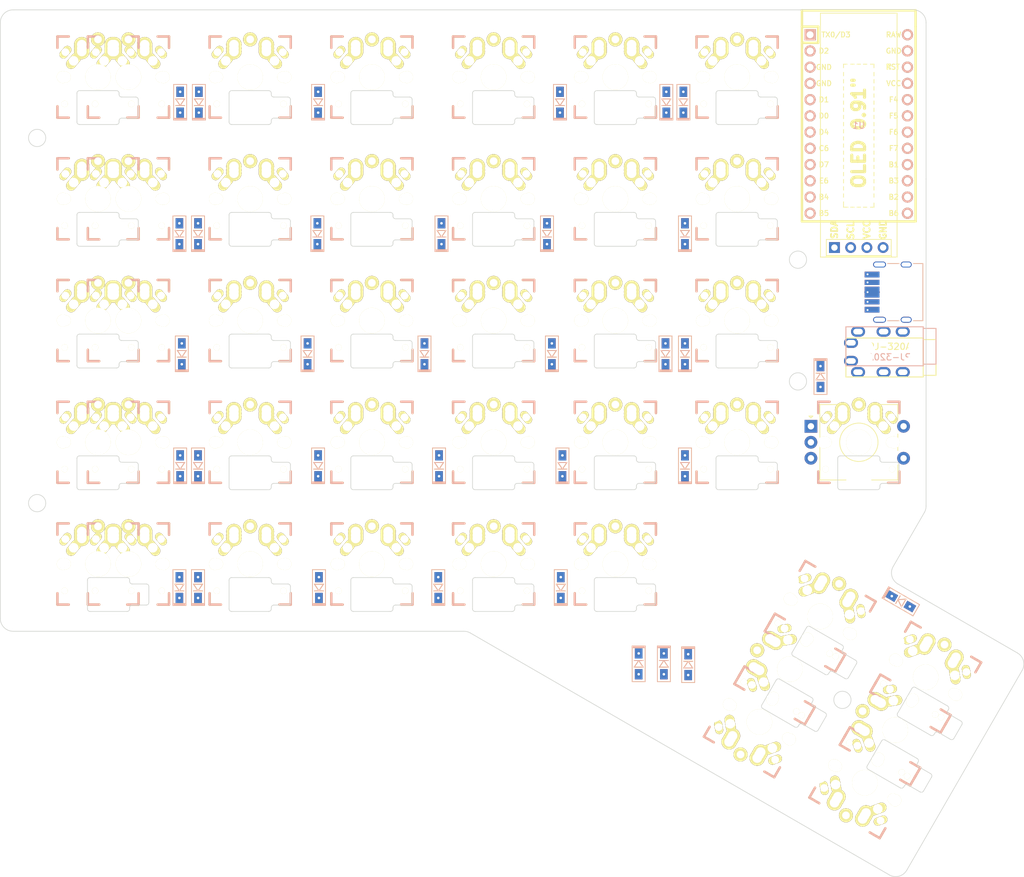
<source format=kicad_pcb>
(kicad_pcb (version 20171130) (host pcbnew "(5.1.5)-3")
  (layers (0 F.Cu signal) (31 B.Cu signal) (34 B.Paste user) (35 F.Paste user) (36 B.SilkS user) (37 F.SilkS user) (38 B.Mask user) (39 F.Mask user) (44 Edge.Cuts user))
  (net 0 "")
  (net 1 rowa)
  (net 2 "Net-(D1-Pad2)")
  (net 3 "Net-(D2-Pad2)")
  (net 4 "Net-(D3-Pad2)")
  (net 5 "Net-(D4-Pad2)")
  (net 6 "Net-(D5-Pad2)")
  (net 7 "Net-(D6-Pad2)")
  (net 8 rowb)
  (net 9 "Net-(D9-Pad2)")
  (net 10 "Net-(D10-Pad2)")
  (net 11 "Net-(D11-Pad2)")
  (net 12 "Net-(D12-Pad2)")
  (net 13 "Net-(D13-Pad2)")
  (net 14 "Net-(D14-Pad2)")
  (net 15 "Net-(D15-Pad2)")
  (net 16 rowc)
  (net 17 "Net-(D17-Pad2)")
  (net 18 "Net-(D18-Pad2)")
  (net 19 "Net-(D19-Pad2)")
  (net 20 "Net-(D20-Pad2)")
  (net 21 "Net-(D21-Pad2)")
  (net 22 "Net-(D22-Pad2)")
  (net 23 "Net-(D23-Pad2)")
  (net 24 rowd)
  (net 25 "Net-(D25-Pad2)")
  (net 26 "Net-(D26-Pad2)")
  (net 27 "Net-(D27-Pad2)")
  (net 28 "Net-(D28-Pad2)")
  (net 29 "Net-(D29-Pad2)")
  (net 30 "Net-(D30-Pad2)")
  (net 31 "Net-(D31-Pad2)")
  (net 32 rowe)
  (net 33 "Net-(D33-Pad2)")
  (net 34 "Net-(D34-Pad2)")
  (net 35 "Net-(D35-Pad2)")
  (net 36 "Net-(D36-Pad2)")
  (net 37 "Net-(D37-Pad2)")
  (net 38 "Net-(D38-Pad2)")
  (net 39 "Net-(D39-Pad2)")
  (net 40 "Net-(E1-PadS1)")
  (net 41 "Net-(E1-PadS2)")
  (net 42 D2)
  (net 43 GND)
  (net 44 D4)
  (net 45 sda)
  (net 46 scl)
  (net 47 VCC)
  (net 48 col1)
  (net 49 col2)
  (net 50 col3)
  (net 51 col4)
  (net 52 col5)
  (net 53 col6)
  (net 54 col7)
  (net 55 DATA)
  (net 56 rgb)
  (net 57 rst)
  (net 58 "Net-(U1-Pad24)")
  (net 59 "Net-(p1-Pad1)")
  (net 60 "Net-(p1-Pad2)")
  (net 61 "Net-(p1-Pad4)")
  (net 62 "Net-(p1-Pad3)")
  (net 63 "Net-(SW7-Pad1)")
  (net 64 "Net-(P1-PadS1)")
  (net 65 "Net-(P2-PadS1)")
  (module "ARDUINO PRO MICRO:Type_c_6pin" (layer B.Cu) (at 168.402 76.2 90)
    (fp_text reference P2)
    (fp_text value Typec)
    (pad CC2 smd rect (at 0.5 -3.099 270) (size 0.7 2.32) (layers B.Cu B.Paste B.Mask) (net 55 DATA))
    (pad VBUS smd rect (at -1.52 -3.099 270) (size 0.8 2.32) (layers B.Cu B.Paste B.Mask) (net 47 VCC))
    (pad GND smd rect (at -2.75 -3.099 270) (size 0.9 2.32) (layers B.Cu B.Paste B.Mask) (net 43 GND))
    (pad GND smd rect (at 2.75 -3.099 270) (size 0.9 2.32) (layers B.Cu B.Paste B.Mask) (net 43 GND))
    (pad CC1 smd rect (at -0.5 -3.099 270) (size 0.7 2.32) (layers B.Cu B.Paste B.Mask) (net 55 DATA))
    (pad VBUS smd rect (at 1.52 -3.099 270) (size 0.8 2.32) (layers B.Cu B.Paste B.Mask) (net 47 VCC))
    (pad S1 thru_hole oval (at -4.32 2.24 180) (size 1.7 0.9) (drill oval 1.4 0.6) (layers *.Cu *.Mask) (net 65 "Net-(P2-PadS1)"))
    (pad S1 thru_hole oval (at 4.32 2.24 180) (size 1.7 0.9) (drill oval 1.4 0.6) (layers *.Cu *.Mask) (net 65 "Net-(P2-PadS1)"))
    (pad S1 thru_hole oval (at -4.32 -1.93 180) (size 2 0.9) (drill oval 1.7 0.6) (layers *.Cu *.Mask) (net 65 "Net-(P2-PadS1)"))
    (pad S1 thru_hole oval (at 4.32 -1.93 180) (size 2 0.9) (drill oval 1.7 0.6) (layers *.Cu *.Mask) (net 65 "Net-(P2-PadS1)"))
  )
  (module "ARDUINO PRO MICRO:Type_c_6pin" (layer F.Cu) (at 168.402 76.2 270)
    (fp_text reference P1)
    (fp_text value Typec)
    (pad CC2 smd rect (at 0.5 3.099 90) (size 0.7 2.32) (layers F.Cu F.Paste F.Mask) (net 55 DATA))
    (pad VBUS smd rect (at -1.52 3.099 90) (size 0.8 2.32) (layers F.Cu F.Paste F.Mask) (net 47 VCC))
    (pad GND smd rect (at -2.75 3.099 90) (size 0.9 2.32) (layers F.Cu F.Paste F.Mask) (net 43 GND))
    (pad GND smd rect (at 2.75 3.099 90) (size 0.9 2.32) (layers F.Cu F.Paste F.Mask) (net 43 GND))
    (pad CC1 smd rect (at -0.5 3.099 90) (size 0.7 2.32) (layers F.Cu F.Paste F.Mask) (net 55 DATA))
    (pad VBUS smd rect (at 1.52 3.099 90) (size 0.8 2.32) (layers F.Cu F.Paste F.Mask) (net 47 VCC))
    (pad S1 thru_hole oval (at -4.32 -2.24 180) (size 1.7 0.9) (drill oval 1.4 0.6) (layers *.Cu *.Mask) (net 64 "Net-(P1-PadS1)"))
    (pad S1 thru_hole oval (at 4.32 -2.24 180) (size 1.7 0.9) (drill oval 1.4 0.6) (layers *.Cu *.Mask) (net 64 "Net-(P1-PadS1)"))
    (pad S1 thru_hole oval (at -4.32 1.93 180) (size 2 0.9) (drill oval 1.7 0.6) (layers *.Cu *.Mask) (net 64 "Net-(P1-PadS1)"))
    (pad S1 thru_hole oval (at 4.32 1.93 180) (size 2 0.9) (drill oval 1.7 0.6) (layers *.Cu *.Mask) (net 64 "Net-(P1-PadS1)"))
  )
  (module "ARDUINO PRO MICRO:PJ-320A" (layer F.Cu) (at 168.2242 84.9122 270)
    (fp_text reference p1)
    (fp_text value PJ-320)
    (fp_text user PJ-320A (at -0.19 0.17) (layer F.SilkS))
    (fp_text user PJ-320A (at 1.46 0.17 180) (layer B.SilkS) (effects (justify mirror)))
    (pad 3 thru_hole oval (at 3.81 1.12 270) (size 1.6 2.2) (drill oval 0.9 1.5) (layers *.Cu *.Mask) (net 62 "Net-(p1-Pad3)"))
    (pad "" np_thru_hole circle (at 1.51 -3.48 270) (size 1.5 1.5) (drill 1.5) (layers *.Cu *.Mask))
    (pad "" np_thru_hole circle (at 1.51 3.52 270) (size 1.5 1.5) (drill 1.5) (layers *.Cu *.Mask))
    (pad 4 thru_hole oval (at 3.81 -1.88 270) (size 1.6 2.2) (drill oval 0.9 1.5) (layers *.Cu *.Mask) (net 61 "Net-(p1-Pad4)"))
    (pad 2 thru_hole oval (at 3.81 5.12 270) (size 1.6 2.2) (drill oval 0.9 1.5) (layers *.Cu *.Mask) (net 60 "Net-(p1-Pad2)"))
    (pad 1 thru_hole oval (at -0.79 6.22 270) (size 1.6 2.2) (drill oval 0.9 1.5) (layers *.Cu *.Mask) (net 59 "Net-(p1-Pad1)"))
    (pad 3 thru_hole oval (at -2.54 1.12 270) (size 1.6 2.2) (drill oval 0.9 1.5) (layers *.Cu *.Mask) (net 62 "Net-(p1-Pad3)"))
    (pad 4 thru_hole oval (at -2.54 -1.88 270) (size 1.6 2.2) (drill oval 0.9 1.5) (layers *.Cu *.Mask) (net 61 "Net-(p1-Pad4)"))
    (pad 2 thru_hole oval (at -2.54 5.12 270) (size 1.6 2.2) (drill oval 0.9 1.5) (layers *.Cu *.Mask) (net 60 "Net-(p1-Pad2)"))
    (pad 1 thru_hole oval (at 2.06 6.22 270) (size 1.6 2.2) (drill oval 0.9 1.5) (layers *.Cu *.Mask) (net 59 "Net-(p1-Pad1)"))
    (pad "" np_thru_hole circle (at -0.24 3.52 270) (size 1.5 1.5) (drill 1.5) (layers *.Cu *.Mask))
    (pad "" np_thru_hole circle (at -0.24 -3.48 270) (size 1.5 1.5) (drill 1.5) (layers *.Cu *.Mask))
  )
  (module Switch_2_mat:2u (layer F.Cu) (at 152.4275 135.194892 60)
    (fp_text reference SW8)
    (fp_text value " ")
    (pad "" np_thru_hole circle (at -5.5 0 150) (size 1.9 1.9) (drill 1.9) (layers *.Cu *.Mask F.SilkS))
    (pad "" np_thru_hole circle (at 5.08 0 60) (size 1.7 1.7) (drill 1.7) (layers *.Cu *.Mask F.SilkS))
    (pad "" np_thru_hole circle (at -5.08 0 60) (size 1.7 1.7) (drill 1.7) (layers *.Cu *.Mask F.SilkS))
    (pad "" np_thru_hole circle (at 5.22 4.2 60) (size 1 1) (drill 1) (layers *.Cu *.Mask F.SilkS))
    (pad "" np_thru_hole circle (at -5.22 4.2 60) (size 1 1) (drill 1) (layers *.Cu *.Mask F.SilkS))
    (pad "" np_thru_hole circle (at 5.5 0 150) (size 1.9 1.9) (drill 1.9) (layers *.Cu *.Mask F.SilkS))
    (pad 1 thru_hole oval (at -5.1 -3.9 110) (size 2.2 1.25) (drill 1.2) (layers *.Cu *.Mask F.SilkS) (net 54 col7))
    (pad 2 thru_hole circle (at 0 -5.9 150) (size 2.2 2.2) (drill 1.2) (layers *.Cu *.Mask F.SilkS) (net 31 "Net-(D31-Pad2)"))
    (pad 2 thru_hole circle (at 2.54 -5.08 60) (size 2.4 2.4) (drill 1.5) (layers *.Cu *.Mask F.SilkS) (net 31 "Net-(D31-Pad2)"))
    (pad 1 thru_hole oval (at -3.81 -2.54 110) (size 2.8 1.55) (drill 1.5) (layers *.Cu *.Mask F.SilkS) (net 54 col7))
    (pad 1 thru_hole circle (at -2.54 -5.08 60) (size 2.4 2.4) (drill 1.5) (layers *.Cu *.Mask F.SilkS) (net 54 col7))
    (pad 2 thru_hole oval (at 3.81 -2.54 10) (size 2.8 1.55) (drill 1.5) (layers *.Cu *.Mask F.SilkS) (net 31 "Net-(D31-Pad2)"))
    (pad 2 thru_hole circle (at 2.54 -4.5 60) (size 2.4 2.4) (drill 1.5) (layers *.Cu *.Mask F.SilkS) (net 31 "Net-(D31-Pad2)"))
    (pad 2 thru_hole circle (at 2.54 -4 60) (size 2.4 2.4) (drill 1.5) (layers *.Cu *.Mask F.SilkS) (net 31 "Net-(D31-Pad2)"))
    (pad 1 thru_hole circle (at -2.54 -4 60) (size 2.4 2.4) (drill 1.5) (layers *.Cu *.Mask F.SilkS) (net 54 col7))
    (pad 1 thru_hole circle (at -2.54 -4.5 60) (size 2.4 2.4) (drill 1.5) (layers *.Cu *.Mask F.SilkS) (net 54 col7))
    (pad "" np_thru_hole circle (at 0 0 150) (size 4 4) (drill 4) (layers *.Cu *.Mask F.SilkS))
    (pad 1 thru_hole oval (at 5.1 -3.9 10) (size 2.2 1.25) (drill 1.2) (layers *.Cu *.Mask F.SilkS) (net 54 col7))
    (pad "" np_thru_hole circle (at 11.9 -7 60) (size 3.05 3.05) (drill 3.05) (layers *.Cu *.Mask))
    (pad "" np_thru_hole circle (at -11.9 -7 60) (size 3.05 3.05) (drill 3.05) (layers *.Cu *.Mask))
    (pad "" np_thru_hole circle (at -11.9 8.24 60) (size 4 4) (drill 4) (layers *.Cu *.Mask))
    (pad "" np_thru_hole circle (at 11.9 8.24 60) (size 4 4) (drill 4) (layers *.Cu *.Mask))
  )
  (module Switch_2_mat:2u (layer F.Cu) (at 168.925284 144.719892 60)
    (fp_text reference SW7)
    (fp_text value " ")
    (pad "" np_thru_hole circle (at -5.5 0 150) (size 1.9 1.9) (drill 1.9) (layers *.Cu *.Mask F.SilkS))
    (pad "" np_thru_hole circle (at 5.08 0 60) (size 1.7 1.7) (drill 1.7) (layers *.Cu *.Mask F.SilkS))
    (pad "" np_thru_hole circle (at -5.08 0 60) (size 1.7 1.7) (drill 1.7) (layers *.Cu *.Mask F.SilkS))
    (pad "" np_thru_hole circle (at 5.22 4.2 60) (size 1 1) (drill 1) (layers *.Cu *.Mask F.SilkS))
    (pad "" np_thru_hole circle (at -5.22 4.2 60) (size 1 1) (drill 1) (layers *.Cu *.Mask F.SilkS))
    (pad "" np_thru_hole circle (at 5.5 0 150) (size 1.9 1.9) (drill 1.9) (layers *.Cu *.Mask F.SilkS))
    (pad 1 thru_hole oval (at -5.1 -3.9 110) (size 2.2 1.25) (drill 1.2) (layers *.Cu *.Mask F.SilkS) (net 63 "Net-(SW7-Pad1)"))
    (pad 2 thru_hole circle (at 0 -5.9 150) (size 2.2 2.2) (drill 1.2) (layers *.Cu *.Mask F.SilkS) (net 23 "Net-(D23-Pad2)"))
    (pad 2 thru_hole circle (at 2.54 -5.08 60) (size 2.4 2.4) (drill 1.5) (layers *.Cu *.Mask F.SilkS) (net 23 "Net-(D23-Pad2)"))
    (pad 1 thru_hole oval (at -3.81 -2.54 110) (size 2.8 1.55) (drill 1.5) (layers *.Cu *.Mask F.SilkS) (net 63 "Net-(SW7-Pad1)"))
    (pad 1 thru_hole circle (at -2.54 -5.08 60) (size 2.4 2.4) (drill 1.5) (layers *.Cu *.Mask F.SilkS) (net 63 "Net-(SW7-Pad1)"))
    (pad 2 thru_hole oval (at 3.81 -2.54 10) (size 2.8 1.55) (drill 1.5) (layers *.Cu *.Mask F.SilkS) (net 23 "Net-(D23-Pad2)"))
    (pad 2 thru_hole circle (at 2.54 -4.5 60) (size 2.4 2.4) (drill 1.5) (layers *.Cu *.Mask F.SilkS) (net 23 "Net-(D23-Pad2)"))
    (pad 2 thru_hole circle (at 2.54 -4 60) (size 2.4 2.4) (drill 1.5) (layers *.Cu *.Mask F.SilkS) (net 23 "Net-(D23-Pad2)"))
    (pad 1 thru_hole circle (at -2.54 -4 60) (size 2.4 2.4) (drill 1.5) (layers *.Cu *.Mask F.SilkS) (net 63 "Net-(SW7-Pad1)"))
    (pad 1 thru_hole circle (at -2.54 -4.5 60) (size 2.4 2.4) (drill 1.5) (layers *.Cu *.Mask F.SilkS) (net 63 "Net-(SW7-Pad1)"))
    (pad "" np_thru_hole circle (at 0 0 150) (size 4 4) (drill 4) (layers *.Cu *.Mask F.SilkS))
    (pad 1 thru_hole oval (at 5.1 -3.9 10) (size 2.2 1.25) (drill 1.2) (layers *.Cu *.Mask F.SilkS) (net 63 "Net-(SW7-Pad1)"))
    (pad "" np_thru_hole circle (at 11.9 -7 60) (size 3.05 3.05) (drill 3.05) (layers *.Cu *.Mask))
    (pad "" np_thru_hole circle (at -11.9 -7 60) (size 3.05 3.05) (drill 3.05) (layers *.Cu *.Mask))
    (pad "" np_thru_hole circle (at -11.9 8.24 60) (size 4 4) (drill 4) (layers *.Cu *.Mask))
    (pad "" np_thru_hole circle (at 11.9 8.24 60) (size 4 4) (drill 4) (layers *.Cu *.Mask))
  )
  (module Switch_2_mat:1.5u (layer F.Cu) (at 44.164 118.745)
    (fp_text reference SW33)
    (fp_text value " ")
    (pad "" np_thru_hole circle (at -5.5 0 90) (size 1.9 1.9) (drill 1.9) (layers *.Cu *.Mask F.SilkS))
    (pad "" np_thru_hole circle (at 5.08 0) (size 1.7 1.7) (drill 1.7) (layers *.Cu *.Mask F.SilkS))
    (pad "" np_thru_hole circle (at -5.08 0) (size 1.7 1.7) (drill 1.7) (layers *.Cu *.Mask F.SilkS))
    (pad "" np_thru_hole circle (at 5.22 4.2) (size 1 1) (drill 1) (layers *.Cu *.Mask F.SilkS))
    (pad "" np_thru_hole circle (at -5.22 4.2) (size 1 1) (drill 1) (layers *.Cu *.Mask F.SilkS))
    (pad "" np_thru_hole circle (at 5.5 0 90) (size 1.9 1.9) (drill 1.9) (layers *.Cu *.Mask F.SilkS))
    (pad 1 thru_hole oval (at -5.1 -3.9 50) (size 2.2 1.25) (drill 1.2) (layers *.Cu *.Mask F.SilkS) (net 48 col1))
    (pad 2 thru_hole circle (at 0 -5.9 90) (size 2.2 2.2) (drill 1.2) (layers *.Cu *.Mask F.SilkS) (net 33 "Net-(D33-Pad2)"))
    (pad 2 thru_hole circle (at 2.54 -5.08) (size 2.4 2.4) (drill 1.5) (layers *.Cu *.Mask F.SilkS) (net 33 "Net-(D33-Pad2)"))
    (pad 1 thru_hole oval (at -3.81 -2.54 50) (size 2.8 1.55) (drill 1.5) (layers *.Cu *.Mask F.SilkS) (net 48 col1))
    (pad 1 thru_hole circle (at -2.54 -5.08) (size 2.4 2.4) (drill 1.5) (layers *.Cu *.Mask F.SilkS) (net 48 col1))
    (pad 2 thru_hole oval (at 3.81 -2.54 310) (size 2.8 1.55) (drill 1.5) (layers *.Cu *.Mask F.SilkS) (net 33 "Net-(D33-Pad2)"))
    (pad 2 thru_hole circle (at 2.54 -4.5) (size 2.4 2.4) (drill 1.5) (layers *.Cu *.Mask F.SilkS) (net 33 "Net-(D33-Pad2)"))
    (pad 2 thru_hole circle (at 2.54 -4) (size 2.4 2.4) (drill 1.5) (layers *.Cu *.Mask F.SilkS) (net 33 "Net-(D33-Pad2)"))
    (pad 1 thru_hole circle (at -2.54 -4) (size 2.4 2.4) (drill 1.5) (layers *.Cu *.Mask F.SilkS) (net 48 col1))
    (pad 1 thru_hole circle (at -2.54 -4.5) (size 2.4 2.4) (drill 1.5) (layers *.Cu *.Mask F.SilkS) (net 48 col1))
    (pad "" np_thru_hole circle (at 0 0 90) (size 4 4) (drill 4) (layers *.Cu *.Mask F.SilkS))
    (pad 1 thru_hole oval (at 5.1 -3.9 310) (size 2.2 1.25) (drill 1.2) (layers *.Cu *.Mask F.SilkS) (net 48 col1))
  )
  (module Switch_2_mat:1.5u (layer F.Cu) (at 44.164 99.695)
    (fp_text reference SW25)
    (fp_text value " ")
    (pad "" np_thru_hole circle (at -5.5 0 90) (size 1.9 1.9) (drill 1.9) (layers *.Cu *.Mask F.SilkS))
    (pad "" np_thru_hole circle (at 5.08 0) (size 1.7 1.7) (drill 1.7) (layers *.Cu *.Mask F.SilkS))
    (pad "" np_thru_hole circle (at -5.08 0) (size 1.7 1.7) (drill 1.7) (layers *.Cu *.Mask F.SilkS))
    (pad "" np_thru_hole circle (at 5.22 4.2) (size 1 1) (drill 1) (layers *.Cu *.Mask F.SilkS))
    (pad "" np_thru_hole circle (at -5.22 4.2) (size 1 1) (drill 1) (layers *.Cu *.Mask F.SilkS))
    (pad "" np_thru_hole circle (at 5.5 0 90) (size 1.9 1.9) (drill 1.9) (layers *.Cu *.Mask F.SilkS))
    (pad 1 thru_hole oval (at -5.1 -3.9 50) (size 2.2 1.25) (drill 1.2) (layers *.Cu *.Mask F.SilkS) (net 48 col1))
    (pad 2 thru_hole circle (at 0 -5.9 90) (size 2.2 2.2) (drill 1.2) (layers *.Cu *.Mask F.SilkS) (net 25 "Net-(D25-Pad2)"))
    (pad 2 thru_hole circle (at 2.54 -5.08) (size 2.4 2.4) (drill 1.5) (layers *.Cu *.Mask F.SilkS) (net 25 "Net-(D25-Pad2)"))
    (pad 1 thru_hole oval (at -3.81 -2.54 50) (size 2.8 1.55) (drill 1.5) (layers *.Cu *.Mask F.SilkS) (net 48 col1))
    (pad 1 thru_hole circle (at -2.54 -5.08) (size 2.4 2.4) (drill 1.5) (layers *.Cu *.Mask F.SilkS) (net 48 col1))
    (pad 2 thru_hole oval (at 3.81 -2.54 310) (size 2.8 1.55) (drill 1.5) (layers *.Cu *.Mask F.SilkS) (net 25 "Net-(D25-Pad2)"))
    (pad 2 thru_hole circle (at 2.54 -4.5) (size 2.4 2.4) (drill 1.5) (layers *.Cu *.Mask F.SilkS) (net 25 "Net-(D25-Pad2)"))
    (pad 2 thru_hole circle (at 2.54 -4) (size 2.4 2.4) (drill 1.5) (layers *.Cu *.Mask F.SilkS) (net 25 "Net-(D25-Pad2)"))
    (pad 1 thru_hole circle (at -2.54 -4) (size 2.4 2.4) (drill 1.5) (layers *.Cu *.Mask F.SilkS) (net 48 col1))
    (pad 1 thru_hole circle (at -2.54 -4.5) (size 2.4 2.4) (drill 1.5) (layers *.Cu *.Mask F.SilkS) (net 48 col1))
    (pad "" np_thru_hole circle (at 0 0 90) (size 4 4) (drill 4) (layers *.Cu *.Mask F.SilkS))
    (pad 1 thru_hole oval (at 5.1 -3.9 310) (size 2.2 1.25) (drill 1.2) (layers *.Cu *.Mask F.SilkS) (net 48 col1))
  )
  (module Switch_2_mat:1.5u (layer F.Cu) (at 44.164 80.645)
    (fp_text reference SW17)
    (fp_text value " ")
    (pad "" np_thru_hole circle (at -5.5 0 90) (size 1.9 1.9) (drill 1.9) (layers *.Cu *.Mask F.SilkS))
    (pad "" np_thru_hole circle (at 5.08 0) (size 1.7 1.7) (drill 1.7) (layers *.Cu *.Mask F.SilkS))
    (pad "" np_thru_hole circle (at -5.08 0) (size 1.7 1.7) (drill 1.7) (layers *.Cu *.Mask F.SilkS))
    (pad "" np_thru_hole circle (at 5.22 4.2) (size 1 1) (drill 1) (layers *.Cu *.Mask F.SilkS))
    (pad "" np_thru_hole circle (at -5.22 4.2) (size 1 1) (drill 1) (layers *.Cu *.Mask F.SilkS))
    (pad "" np_thru_hole circle (at 5.5 0 90) (size 1.9 1.9) (drill 1.9) (layers *.Cu *.Mask F.SilkS))
    (pad 1 thru_hole oval (at -5.1 -3.9 50) (size 2.2 1.25) (drill 1.2) (layers *.Cu *.Mask F.SilkS) (net 48 col1))
    (pad 2 thru_hole circle (at 0 -5.9 90) (size 2.2 2.2) (drill 1.2) (layers *.Cu *.Mask F.SilkS) (net 17 "Net-(D17-Pad2)"))
    (pad 2 thru_hole circle (at 2.54 -5.08) (size 2.4 2.4) (drill 1.5) (layers *.Cu *.Mask F.SilkS) (net 17 "Net-(D17-Pad2)"))
    (pad 1 thru_hole oval (at -3.81 -2.54 50) (size 2.8 1.55) (drill 1.5) (layers *.Cu *.Mask F.SilkS) (net 48 col1))
    (pad 1 thru_hole circle (at -2.54 -5.08) (size 2.4 2.4) (drill 1.5) (layers *.Cu *.Mask F.SilkS) (net 48 col1))
    (pad 2 thru_hole oval (at 3.81 -2.54 310) (size 2.8 1.55) (drill 1.5) (layers *.Cu *.Mask F.SilkS) (net 17 "Net-(D17-Pad2)"))
    (pad 2 thru_hole circle (at 2.54 -4.5) (size 2.4 2.4) (drill 1.5) (layers *.Cu *.Mask F.SilkS) (net 17 "Net-(D17-Pad2)"))
    (pad 2 thru_hole circle (at 2.54 -4) (size 2.4 2.4) (drill 1.5) (layers *.Cu *.Mask F.SilkS) (net 17 "Net-(D17-Pad2)"))
    (pad 1 thru_hole circle (at -2.54 -4) (size 2.4 2.4) (drill 1.5) (layers *.Cu *.Mask F.SilkS) (net 48 col1))
    (pad 1 thru_hole circle (at -2.54 -4.5) (size 2.4 2.4) (drill 1.5) (layers *.Cu *.Mask F.SilkS) (net 48 col1))
    (pad "" np_thru_hole circle (at 0 0 90) (size 4 4) (drill 4) (layers *.Cu *.Mask F.SilkS))
    (pad 1 thru_hole oval (at 5.1 -3.9 310) (size 2.2 1.25) (drill 1.2) (layers *.Cu *.Mask F.SilkS) (net 48 col1))
  )
  (module Switch_2_mat:1.5u (layer F.Cu) (at 44.164 61.595)
    (fp_text reference SW9)
    (fp_text value " ")
    (pad "" np_thru_hole circle (at -5.5 0 90) (size 1.9 1.9) (drill 1.9) (layers *.Cu *.Mask F.SilkS))
    (pad "" np_thru_hole circle (at 5.08 0) (size 1.7 1.7) (drill 1.7) (layers *.Cu *.Mask F.SilkS))
    (pad "" np_thru_hole circle (at -5.08 0) (size 1.7 1.7) (drill 1.7) (layers *.Cu *.Mask F.SilkS))
    (pad "" np_thru_hole circle (at 5.22 4.2) (size 1 1) (drill 1) (layers *.Cu *.Mask F.SilkS))
    (pad "" np_thru_hole circle (at -5.22 4.2) (size 1 1) (drill 1) (layers *.Cu *.Mask F.SilkS))
    (pad "" np_thru_hole circle (at 5.5 0 90) (size 1.9 1.9) (drill 1.9) (layers *.Cu *.Mask F.SilkS))
    (pad 1 thru_hole oval (at -5.1 -3.9 50) (size 2.2 1.25) (drill 1.2) (layers *.Cu *.Mask F.SilkS) (net 48 col1))
    (pad 2 thru_hole circle (at 0 -5.9 90) (size 2.2 2.2) (drill 1.2) (layers *.Cu *.Mask F.SilkS) (net 9 "Net-(D9-Pad2)"))
    (pad 2 thru_hole circle (at 2.54 -5.08) (size 2.4 2.4) (drill 1.5) (layers *.Cu *.Mask F.SilkS) (net 9 "Net-(D9-Pad2)"))
    (pad 1 thru_hole oval (at -3.81 -2.54 50) (size 2.8 1.55) (drill 1.5) (layers *.Cu *.Mask F.SilkS) (net 48 col1))
    (pad 1 thru_hole circle (at -2.54 -5.08) (size 2.4 2.4) (drill 1.5) (layers *.Cu *.Mask F.SilkS) (net 48 col1))
    (pad 2 thru_hole oval (at 3.81 -2.54 310) (size 2.8 1.55) (drill 1.5) (layers *.Cu *.Mask F.SilkS) (net 9 "Net-(D9-Pad2)"))
    (pad 2 thru_hole circle (at 2.54 -4.5) (size 2.4 2.4) (drill 1.5) (layers *.Cu *.Mask F.SilkS) (net 9 "Net-(D9-Pad2)"))
    (pad 2 thru_hole circle (at 2.54 -4) (size 2.4 2.4) (drill 1.5) (layers *.Cu *.Mask F.SilkS) (net 9 "Net-(D9-Pad2)"))
    (pad 1 thru_hole circle (at -2.54 -4) (size 2.4 2.4) (drill 1.5) (layers *.Cu *.Mask F.SilkS) (net 48 col1))
    (pad 1 thru_hole circle (at -2.54 -4.5) (size 2.4 2.4) (drill 1.5) (layers *.Cu *.Mask F.SilkS) (net 48 col1))
    (pad "" np_thru_hole circle (at 0 0 90) (size 4 4) (drill 4) (layers *.Cu *.Mask F.SilkS))
    (pad 1 thru_hole oval (at 5.1 -3.9 310) (size 2.2 1.25) (drill 1.2) (layers *.Cu *.Mask F.SilkS) (net 48 col1))
  )
  (module Switch_2_mat:1.5u (layer F.Cu) (at 44.164 42.545)
    (fp_text reference SW1)
    (fp_text value " ")
    (pad "" np_thru_hole circle (at -5.5 0 90) (size 1.9 1.9) (drill 1.9) (layers *.Cu *.Mask F.SilkS))
    (pad "" np_thru_hole circle (at 5.08 0) (size 1.7 1.7) (drill 1.7) (layers *.Cu *.Mask F.SilkS))
    (pad "" np_thru_hole circle (at -5.08 0) (size 1.7 1.7) (drill 1.7) (layers *.Cu *.Mask F.SilkS))
    (pad "" np_thru_hole circle (at 5.22 4.2) (size 1 1) (drill 1) (layers *.Cu *.Mask F.SilkS))
    (pad "" np_thru_hole circle (at -5.22 4.2) (size 1 1) (drill 1) (layers *.Cu *.Mask F.SilkS))
    (pad "" np_thru_hole circle (at 5.5 0 90) (size 1.9 1.9) (drill 1.9) (layers *.Cu *.Mask F.SilkS))
    (pad 1 thru_hole oval (at -5.1 -3.9 50) (size 2.2 1.25) (drill 1.2) (layers *.Cu *.Mask F.SilkS) (net 48 col1))
    (pad 2 thru_hole circle (at 0 -5.9 90) (size 2.2 2.2) (drill 1.2) (layers *.Cu *.Mask F.SilkS) (net 2 "Net-(D1-Pad2)"))
    (pad 2 thru_hole circle (at 2.54 -5.08) (size 2.4 2.4) (drill 1.5) (layers *.Cu *.Mask F.SilkS) (net 2 "Net-(D1-Pad2)"))
    (pad 1 thru_hole oval (at -3.81 -2.54 50) (size 2.8 1.55) (drill 1.5) (layers *.Cu *.Mask F.SilkS) (net 48 col1))
    (pad 1 thru_hole circle (at -2.54 -5.08) (size 2.4 2.4) (drill 1.5) (layers *.Cu *.Mask F.SilkS) (net 48 col1))
    (pad 2 thru_hole oval (at 3.81 -2.54 310) (size 2.8 1.55) (drill 1.5) (layers *.Cu *.Mask F.SilkS) (net 2 "Net-(D1-Pad2)"))
    (pad 2 thru_hole circle (at 2.54 -4.5) (size 2.4 2.4) (drill 1.5) (layers *.Cu *.Mask F.SilkS) (net 2 "Net-(D1-Pad2)"))
    (pad 2 thru_hole circle (at 2.54 -4) (size 2.4 2.4) (drill 1.5) (layers *.Cu *.Mask F.SilkS) (net 2 "Net-(D1-Pad2)"))
    (pad 1 thru_hole circle (at -2.54 -4) (size 2.4 2.4) (drill 1.5) (layers *.Cu *.Mask F.SilkS) (net 48 col1))
    (pad 1 thru_hole circle (at -2.54 -4.5) (size 2.4 2.4) (drill 1.5) (layers *.Cu *.Mask F.SilkS) (net 48 col1))
    (pad "" np_thru_hole circle (at 0 0 90) (size 4 4) (drill 4) (layers *.Cu *.Mask F.SilkS))
    (pad 1 thru_hole oval (at 5.1 -3.9 310) (size 2.2 1.25) (drill 1.2) (layers *.Cu *.Mask F.SilkS) (net 48 col1))
  )
  (module Switch_2_mat:1u (layer F.Cu) (at 48.927 118.745)
    (fp_text reference SW41)
    (fp_text value " ")
    (pad "" np_thru_hole circle (at -5.22 4.2) (size 1 1) (drill 1) (layers *.Cu *.Mask F.SilkS))
    (pad "" np_thru_hole circle (at 5.22 4.2) (size 1 1) (drill 1) (layers *.Cu *.Mask F.SilkS))
    (pad "" np_thru_hole circle (at -5.08 0) (size 1.7 1.7) (drill 1.7) (layers *.Cu *.Mask F.SilkS))
    (pad "" np_thru_hole circle (at 5.08 0) (size 1.7 1.7) (drill 1.7) (layers *.Cu *.Mask F.SilkS))
    (pad 1 thru_hole circle (at -2.54 -4.5) (size 2.4 2.4) (drill 1.5) (layers *.Cu *.Mask F.SilkS) (net 33 "Net-(D33-Pad2)"))
    (pad 1 thru_hole circle (at -2.54 -4) (size 2.4 2.4) (drill 1.5) (layers *.Cu *.Mask F.SilkS) (net 33 "Net-(D33-Pad2)"))
    (pad 2 thru_hole circle (at 2.54 -4) (size 2.4 2.4) (drill 1.5) (layers *.Cu *.Mask F.SilkS) (net 48 col1))
    (pad 2 thru_hole circle (at 2.54 -4.5) (size 2.4 2.4) (drill 1.5) (layers *.Cu *.Mask F.SilkS) (net 48 col1))
    (pad 2 thru_hole oval (at 3.81 -2.54 310) (size 2.8 1.55) (drill 1.5) (layers *.Cu *.Mask F.SilkS) (net 48 col1))
    (pad 1 thru_hole circle (at -2.54 -5.08) (size 2.4 2.4) (drill 1.5) (layers *.Cu *.Mask F.SilkS) (net 33 "Net-(D33-Pad2)"))
    (pad 1 thru_hole oval (at -3.81 -2.54 50) (size 2.8 1.55) (drill 1.5) (layers *.Cu *.Mask F.SilkS) (net 33 "Net-(D33-Pad2)"))
    (pad 2 thru_hole circle (at 2.54 -5.08) (size 2.4 2.4) (drill 1.5) (layers *.Cu *.Mask F.SilkS) (net 48 col1))
    (pad 2 thru_hole circle (at 0 -5.9 90) (size 2.2 2.2) (drill 1.2) (layers *.Cu *.Mask F.SilkS) (net 48 col1))
    (pad 1 thru_hole oval (at -5.1 -3.9 50) (size 2.2 1.25) (drill 1.2) (layers *.Cu *.Mask F.SilkS) (net 33 "Net-(D33-Pad2)"))
    (pad "" np_thru_hole circle (at 5.5 0 90) (size 1.9 1.9) (drill 1.9) (layers *.Cu *.Mask F.SilkS))
    (pad "" np_thru_hole circle (at -5.5 0 90) (size 1.9 1.9) (drill 1.9) (layers *.Cu *.Mask F.SilkS))
    (pad "" np_thru_hole circle (at 0 0 90) (size 4 4) (drill 4) (layers *.Cu *.Mask F.SilkS))
    (pad 1 thru_hole oval (at 5.1 -3.9 310) (size 2.2 1.25) (drill 1.2) (layers *.Cu *.Mask F.SilkS) (net 33 "Net-(D33-Pad2)"))
  )
  (module Switch_2_mat:1u (layer F.Cu) (at 48.927 99.695)
    (fp_text reference SW40)
    (fp_text value " ")
    (pad "" np_thru_hole circle (at -5.22 4.2) (size 1 1) (drill 1) (layers *.Cu *.Mask F.SilkS))
    (pad "" np_thru_hole circle (at 5.22 4.2) (size 1 1) (drill 1) (layers *.Cu *.Mask F.SilkS))
    (pad "" np_thru_hole circle (at -5.08 0) (size 1.7 1.7) (drill 1.7) (layers *.Cu *.Mask F.SilkS))
    (pad "" np_thru_hole circle (at 5.08 0) (size 1.7 1.7) (drill 1.7) (layers *.Cu *.Mask F.SilkS))
    (pad 1 thru_hole circle (at -2.54 -4.5) (size 2.4 2.4) (drill 1.5) (layers *.Cu *.Mask F.SilkS) (net 25 "Net-(D25-Pad2)"))
    (pad 1 thru_hole circle (at -2.54 -4) (size 2.4 2.4) (drill 1.5) (layers *.Cu *.Mask F.SilkS) (net 25 "Net-(D25-Pad2)"))
    (pad 2 thru_hole circle (at 2.54 -4) (size 2.4 2.4) (drill 1.5) (layers *.Cu *.Mask F.SilkS) (net 48 col1))
    (pad 2 thru_hole circle (at 2.54 -4.5) (size 2.4 2.4) (drill 1.5) (layers *.Cu *.Mask F.SilkS) (net 48 col1))
    (pad 2 thru_hole oval (at 3.81 -2.54 310) (size 2.8 1.55) (drill 1.5) (layers *.Cu *.Mask F.SilkS) (net 48 col1))
    (pad 1 thru_hole circle (at -2.54 -5.08) (size 2.4 2.4) (drill 1.5) (layers *.Cu *.Mask F.SilkS) (net 25 "Net-(D25-Pad2)"))
    (pad 1 thru_hole oval (at -3.81 -2.54 50) (size 2.8 1.55) (drill 1.5) (layers *.Cu *.Mask F.SilkS) (net 25 "Net-(D25-Pad2)"))
    (pad 2 thru_hole circle (at 2.54 -5.08) (size 2.4 2.4) (drill 1.5) (layers *.Cu *.Mask F.SilkS) (net 48 col1))
    (pad 2 thru_hole circle (at 0 -5.9 90) (size 2.2 2.2) (drill 1.2) (layers *.Cu *.Mask F.SilkS) (net 48 col1))
    (pad 1 thru_hole oval (at -5.1 -3.9 50) (size 2.2 1.25) (drill 1.2) (layers *.Cu *.Mask F.SilkS) (net 25 "Net-(D25-Pad2)"))
    (pad "" np_thru_hole circle (at 5.5 0 90) (size 1.9 1.9) (drill 1.9) (layers *.Cu *.Mask F.SilkS))
    (pad "" np_thru_hole circle (at -5.5 0 90) (size 1.9 1.9) (drill 1.9) (layers *.Cu *.Mask F.SilkS))
    (pad "" np_thru_hole circle (at 0 0 90) (size 4 4) (drill 4) (layers *.Cu *.Mask F.SilkS))
    (pad 1 thru_hole oval (at 5.1 -3.9 310) (size 2.2 1.25) (drill 1.2) (layers *.Cu *.Mask F.SilkS) (net 25 "Net-(D25-Pad2)"))
  )
  (module Switch_2_mat:1u (layer F.Cu) (at 164.162784 152.968784 150)
    (fp_text reference SW39)
    (fp_text value " ")
    (pad "" np_thru_hole circle (at -5.22 4.2 150) (size 1 1) (drill 1) (layers *.Cu *.Mask F.SilkS))
    (pad "" np_thru_hole circle (at 5.22 4.2 150) (size 1 1) (drill 1) (layers *.Cu *.Mask F.SilkS))
    (pad "" np_thru_hole circle (at -5.08 0 150) (size 1.7 1.7) (drill 1.7) (layers *.Cu *.Mask F.SilkS))
    (pad "" np_thru_hole circle (at 5.08 0 150) (size 1.7 1.7) (drill 1.7) (layers *.Cu *.Mask F.SilkS))
    (pad 1 thru_hole circle (at -2.54 -4.5 150) (size 2.4 2.4) (drill 1.5) (layers *.Cu *.Mask F.SilkS) (net 54 col7))
    (pad 1 thru_hole circle (at -2.54 -4 150) (size 2.4 2.4) (drill 1.5) (layers *.Cu *.Mask F.SilkS) (net 54 col7))
    (pad 2 thru_hole circle (at 2.54 -4 150) (size 2.4 2.4) (drill 1.5) (layers *.Cu *.Mask F.SilkS) (net 39 "Net-(D39-Pad2)"))
    (pad 2 thru_hole circle (at 2.54 -4.5 150) (size 2.4 2.4) (drill 1.5) (layers *.Cu *.Mask F.SilkS) (net 39 "Net-(D39-Pad2)"))
    (pad 2 thru_hole oval (at 3.81 -2.54 100) (size 2.8 1.55) (drill 1.5) (layers *.Cu *.Mask F.SilkS) (net 39 "Net-(D39-Pad2)"))
    (pad 1 thru_hole circle (at -2.54 -5.08 150) (size 2.4 2.4) (drill 1.5) (layers *.Cu *.Mask F.SilkS) (net 54 col7))
    (pad 1 thru_hole oval (at -3.81 -2.54 200) (size 2.8 1.55) (drill 1.5) (layers *.Cu *.Mask F.SilkS) (net 54 col7))
    (pad 2 thru_hole circle (at 2.54 -5.08 150) (size 2.4 2.4) (drill 1.5) (layers *.Cu *.Mask F.SilkS) (net 39 "Net-(D39-Pad2)"))
    (pad 2 thru_hole circle (at 0 -5.9 240) (size 2.2 2.2) (drill 1.2) (layers *.Cu *.Mask F.SilkS) (net 39 "Net-(D39-Pad2)"))
    (pad 1 thru_hole oval (at -5.1 -3.9 200) (size 2.2 1.25) (drill 1.2) (layers *.Cu *.Mask F.SilkS) (net 54 col7))
    (pad "" np_thru_hole circle (at 5.5 0 240) (size 1.9 1.9) (drill 1.9) (layers *.Cu *.Mask F.SilkS))
    (pad "" np_thru_hole circle (at -5.5 0 240) (size 1.9 1.9) (drill 1.9) (layers *.Cu *.Mask F.SilkS))
    (pad "" np_thru_hole circle (at 0 0 240) (size 4 4) (drill 4) (layers *.Cu *.Mask F.SilkS))
    (pad 1 thru_hole oval (at 5.1 -3.9 100) (size 2.2 1.25) (drill 1.2) (layers *.Cu *.Mask F.SilkS) (net 54 col7))
  )
  (module Switch_2_mat:1u (layer F.Cu) (at 147.665 143.443784 150)
    (fp_text reference SW38)
    (fp_text value " ")
    (pad "" np_thru_hole circle (at -5.22 4.2 150) (size 1 1) (drill 1) (layers *.Cu *.Mask F.SilkS))
    (pad "" np_thru_hole circle (at 5.22 4.2 150) (size 1 1) (drill 1) (layers *.Cu *.Mask F.SilkS))
    (pad "" np_thru_hole circle (at -5.08 0 150) (size 1.7 1.7) (drill 1.7) (layers *.Cu *.Mask F.SilkS))
    (pad "" np_thru_hole circle (at 5.08 0 150) (size 1.7 1.7) (drill 1.7) (layers *.Cu *.Mask F.SilkS))
    (pad 1 thru_hole circle (at -2.54 -4.5 150) (size 2.4 2.4) (drill 1.5) (layers *.Cu *.Mask F.SilkS) (net 53 col6))
    (pad 1 thru_hole circle (at -2.54 -4 150) (size 2.4 2.4) (drill 1.5) (layers *.Cu *.Mask F.SilkS) (net 53 col6))
    (pad 2 thru_hole circle (at 2.54 -4 150) (size 2.4 2.4) (drill 1.5) (layers *.Cu *.Mask F.SilkS) (net 38 "Net-(D38-Pad2)"))
    (pad 2 thru_hole circle (at 2.54 -4.5 150) (size 2.4 2.4) (drill 1.5) (layers *.Cu *.Mask F.SilkS) (net 38 "Net-(D38-Pad2)"))
    (pad 2 thru_hole oval (at 3.81 -2.54 100) (size 2.8 1.55) (drill 1.5) (layers *.Cu *.Mask F.SilkS) (net 38 "Net-(D38-Pad2)"))
    (pad 1 thru_hole circle (at -2.54 -5.08 150) (size 2.4 2.4) (drill 1.5) (layers *.Cu *.Mask F.SilkS) (net 53 col6))
    (pad 1 thru_hole oval (at -3.81 -2.54 200) (size 2.8 1.55) (drill 1.5) (layers *.Cu *.Mask F.SilkS) (net 53 col6))
    (pad 2 thru_hole circle (at 2.54 -5.08 150) (size 2.4 2.4) (drill 1.5) (layers *.Cu *.Mask F.SilkS) (net 38 "Net-(D38-Pad2)"))
    (pad 2 thru_hole circle (at 0 -5.9 240) (size 2.2 2.2) (drill 1.2) (layers *.Cu *.Mask F.SilkS) (net 38 "Net-(D38-Pad2)"))
    (pad 1 thru_hole oval (at -5.1 -3.9 200) (size 2.2 1.25) (drill 1.2) (layers *.Cu *.Mask F.SilkS) (net 53 col6))
    (pad "" np_thru_hole circle (at 5.5 0 240) (size 1.9 1.9) (drill 1.9) (layers *.Cu *.Mask F.SilkS))
    (pad "" np_thru_hole circle (at -5.5 0 240) (size 1.9 1.9) (drill 1.9) (layers *.Cu *.Mask F.SilkS))
    (pad "" np_thru_hole circle (at 0 0 240) (size 4 4) (drill 4) (layers *.Cu *.Mask F.SilkS))
    (pad 1 thru_hole oval (at 5.1 -3.9 100) (size 2.2 1.25) (drill 1.2) (layers *.Cu *.Mask F.SilkS) (net 53 col6))
  )
  (module Switch_2_mat:1u (layer F.Cu) (at 125.127 118.745)
    (fp_text reference SW37)
    (fp_text value " ")
    (pad "" np_thru_hole circle (at -5.22 4.2) (size 1 1) (drill 1) (layers *.Cu *.Mask F.SilkS))
    (pad "" np_thru_hole circle (at 5.22 4.2) (size 1 1) (drill 1) (layers *.Cu *.Mask F.SilkS))
    (pad "" np_thru_hole circle (at -5.08 0) (size 1.7 1.7) (drill 1.7) (layers *.Cu *.Mask F.SilkS))
    (pad "" np_thru_hole circle (at 5.08 0) (size 1.7 1.7) (drill 1.7) (layers *.Cu *.Mask F.SilkS))
    (pad 1 thru_hole circle (at -2.54 -4.5) (size 2.4 2.4) (drill 1.5) (layers *.Cu *.Mask F.SilkS) (net 52 col5))
    (pad 1 thru_hole circle (at -2.54 -4) (size 2.4 2.4) (drill 1.5) (layers *.Cu *.Mask F.SilkS) (net 52 col5))
    (pad 2 thru_hole circle (at 2.54 -4) (size 2.4 2.4) (drill 1.5) (layers *.Cu *.Mask F.SilkS) (net 37 "Net-(D37-Pad2)"))
    (pad 2 thru_hole circle (at 2.54 -4.5) (size 2.4 2.4) (drill 1.5) (layers *.Cu *.Mask F.SilkS) (net 37 "Net-(D37-Pad2)"))
    (pad 2 thru_hole oval (at 3.81 -2.54 310) (size 2.8 1.55) (drill 1.5) (layers *.Cu *.Mask F.SilkS) (net 37 "Net-(D37-Pad2)"))
    (pad 1 thru_hole circle (at -2.54 -5.08) (size 2.4 2.4) (drill 1.5) (layers *.Cu *.Mask F.SilkS) (net 52 col5))
    (pad 1 thru_hole oval (at -3.81 -2.54 50) (size 2.8 1.55) (drill 1.5) (layers *.Cu *.Mask F.SilkS) (net 52 col5))
    (pad 2 thru_hole circle (at 2.54 -5.08) (size 2.4 2.4) (drill 1.5) (layers *.Cu *.Mask F.SilkS) (net 37 "Net-(D37-Pad2)"))
    (pad 2 thru_hole circle (at 0 -5.9 90) (size 2.2 2.2) (drill 1.2) (layers *.Cu *.Mask F.SilkS) (net 37 "Net-(D37-Pad2)"))
    (pad 1 thru_hole oval (at -5.1 -3.9 50) (size 2.2 1.25) (drill 1.2) (layers *.Cu *.Mask F.SilkS) (net 52 col5))
    (pad "" np_thru_hole circle (at 5.5 0 90) (size 1.9 1.9) (drill 1.9) (layers *.Cu *.Mask F.SilkS))
    (pad "" np_thru_hole circle (at -5.5 0 90) (size 1.9 1.9) (drill 1.9) (layers *.Cu *.Mask F.SilkS))
    (pad "" np_thru_hole circle (at 0 0 90) (size 4 4) (drill 4) (layers *.Cu *.Mask F.SilkS))
    (pad 1 thru_hole oval (at 5.1 -3.9 310) (size 2.2 1.25) (drill 1.2) (layers *.Cu *.Mask F.SilkS) (net 52 col5))
  )
  (module Switch_2_mat:1u (layer F.Cu) (at 106.077 118.745)
    (fp_text reference SW36)
    (fp_text value " ")
    (pad "" np_thru_hole circle (at -5.22 4.2) (size 1 1) (drill 1) (layers *.Cu *.Mask F.SilkS))
    (pad "" np_thru_hole circle (at 5.22 4.2) (size 1 1) (drill 1) (layers *.Cu *.Mask F.SilkS))
    (pad "" np_thru_hole circle (at -5.08 0) (size 1.7 1.7) (drill 1.7) (layers *.Cu *.Mask F.SilkS))
    (pad "" np_thru_hole circle (at 5.08 0) (size 1.7 1.7) (drill 1.7) (layers *.Cu *.Mask F.SilkS))
    (pad 1 thru_hole circle (at -2.54 -4.5) (size 2.4 2.4) (drill 1.5) (layers *.Cu *.Mask F.SilkS) (net 51 col4))
    (pad 1 thru_hole circle (at -2.54 -4) (size 2.4 2.4) (drill 1.5) (layers *.Cu *.Mask F.SilkS) (net 51 col4))
    (pad 2 thru_hole circle (at 2.54 -4) (size 2.4 2.4) (drill 1.5) (layers *.Cu *.Mask F.SilkS) (net 36 "Net-(D36-Pad2)"))
    (pad 2 thru_hole circle (at 2.54 -4.5) (size 2.4 2.4) (drill 1.5) (layers *.Cu *.Mask F.SilkS) (net 36 "Net-(D36-Pad2)"))
    (pad 2 thru_hole oval (at 3.81 -2.54 310) (size 2.8 1.55) (drill 1.5) (layers *.Cu *.Mask F.SilkS) (net 36 "Net-(D36-Pad2)"))
    (pad 1 thru_hole circle (at -2.54 -5.08) (size 2.4 2.4) (drill 1.5) (layers *.Cu *.Mask F.SilkS) (net 51 col4))
    (pad 1 thru_hole oval (at -3.81 -2.54 50) (size 2.8 1.55) (drill 1.5) (layers *.Cu *.Mask F.SilkS) (net 51 col4))
    (pad 2 thru_hole circle (at 2.54 -5.08) (size 2.4 2.4) (drill 1.5) (layers *.Cu *.Mask F.SilkS) (net 36 "Net-(D36-Pad2)"))
    (pad 2 thru_hole circle (at 0 -5.9 90) (size 2.2 2.2) (drill 1.2) (layers *.Cu *.Mask F.SilkS) (net 36 "Net-(D36-Pad2)"))
    (pad 1 thru_hole oval (at -5.1 -3.9 50) (size 2.2 1.25) (drill 1.2) (layers *.Cu *.Mask F.SilkS) (net 51 col4))
    (pad "" np_thru_hole circle (at 5.5 0 90) (size 1.9 1.9) (drill 1.9) (layers *.Cu *.Mask F.SilkS))
    (pad "" np_thru_hole circle (at -5.5 0 90) (size 1.9 1.9) (drill 1.9) (layers *.Cu *.Mask F.SilkS))
    (pad "" np_thru_hole circle (at 0 0 90) (size 4 4) (drill 4) (layers *.Cu *.Mask F.SilkS))
    (pad 1 thru_hole oval (at 5.1 -3.9 310) (size 2.2 1.25) (drill 1.2) (layers *.Cu *.Mask F.SilkS) (net 51 col4))
  )
  (module Switch_2_mat:1u (layer F.Cu) (at 87.027 118.745)
    (fp_text reference SW35)
    (fp_text value " ")
    (pad "" np_thru_hole circle (at -5.22 4.2) (size 1 1) (drill 1) (layers *.Cu *.Mask F.SilkS))
    (pad "" np_thru_hole circle (at 5.22 4.2) (size 1 1) (drill 1) (layers *.Cu *.Mask F.SilkS))
    (pad "" np_thru_hole circle (at -5.08 0) (size 1.7 1.7) (drill 1.7) (layers *.Cu *.Mask F.SilkS))
    (pad "" np_thru_hole circle (at 5.08 0) (size 1.7 1.7) (drill 1.7) (layers *.Cu *.Mask F.SilkS))
    (pad 1 thru_hole circle (at -2.54 -4.5) (size 2.4 2.4) (drill 1.5) (layers *.Cu *.Mask F.SilkS) (net 50 col3))
    (pad 1 thru_hole circle (at -2.54 -4) (size 2.4 2.4) (drill 1.5) (layers *.Cu *.Mask F.SilkS) (net 50 col3))
    (pad 2 thru_hole circle (at 2.54 -4) (size 2.4 2.4) (drill 1.5) (layers *.Cu *.Mask F.SilkS) (net 35 "Net-(D35-Pad2)"))
    (pad 2 thru_hole circle (at 2.54 -4.5) (size 2.4 2.4) (drill 1.5) (layers *.Cu *.Mask F.SilkS) (net 35 "Net-(D35-Pad2)"))
    (pad 2 thru_hole oval (at 3.81 -2.54 310) (size 2.8 1.55) (drill 1.5) (layers *.Cu *.Mask F.SilkS) (net 35 "Net-(D35-Pad2)"))
    (pad 1 thru_hole circle (at -2.54 -5.08) (size 2.4 2.4) (drill 1.5) (layers *.Cu *.Mask F.SilkS) (net 50 col3))
    (pad 1 thru_hole oval (at -3.81 -2.54 50) (size 2.8 1.55) (drill 1.5) (layers *.Cu *.Mask F.SilkS) (net 50 col3))
    (pad 2 thru_hole circle (at 2.54 -5.08) (size 2.4 2.4) (drill 1.5) (layers *.Cu *.Mask F.SilkS) (net 35 "Net-(D35-Pad2)"))
    (pad 2 thru_hole circle (at 0 -5.9 90) (size 2.2 2.2) (drill 1.2) (layers *.Cu *.Mask F.SilkS) (net 35 "Net-(D35-Pad2)"))
    (pad 1 thru_hole oval (at -5.1 -3.9 50) (size 2.2 1.25) (drill 1.2) (layers *.Cu *.Mask F.SilkS) (net 50 col3))
    (pad "" np_thru_hole circle (at 5.5 0 90) (size 1.9 1.9) (drill 1.9) (layers *.Cu *.Mask F.SilkS))
    (pad "" np_thru_hole circle (at -5.5 0 90) (size 1.9 1.9) (drill 1.9) (layers *.Cu *.Mask F.SilkS))
    (pad "" np_thru_hole circle (at 0 0 90) (size 4 4) (drill 4) (layers *.Cu *.Mask F.SilkS))
    (pad 1 thru_hole oval (at 5.1 -3.9 310) (size 2.2 1.25) (drill 1.2) (layers *.Cu *.Mask F.SilkS) (net 50 col3))
  )
  (module Switch_2_mat:1u (layer F.Cu) (at 67.977 118.745)
    (fp_text reference SW34)
    (fp_text value " ")
    (pad "" np_thru_hole circle (at -5.22 4.2) (size 1 1) (drill 1) (layers *.Cu *.Mask F.SilkS))
    (pad "" np_thru_hole circle (at 5.22 4.2) (size 1 1) (drill 1) (layers *.Cu *.Mask F.SilkS))
    (pad "" np_thru_hole circle (at -5.08 0) (size 1.7 1.7) (drill 1.7) (layers *.Cu *.Mask F.SilkS))
    (pad "" np_thru_hole circle (at 5.08 0) (size 1.7 1.7) (drill 1.7) (layers *.Cu *.Mask F.SilkS))
    (pad 1 thru_hole circle (at -2.54 -4.5) (size 2.4 2.4) (drill 1.5) (layers *.Cu *.Mask F.SilkS) (net 49 col2))
    (pad 1 thru_hole circle (at -2.54 -4) (size 2.4 2.4) (drill 1.5) (layers *.Cu *.Mask F.SilkS) (net 49 col2))
    (pad 2 thru_hole circle (at 2.54 -4) (size 2.4 2.4) (drill 1.5) (layers *.Cu *.Mask F.SilkS) (net 34 "Net-(D34-Pad2)"))
    (pad 2 thru_hole circle (at 2.54 -4.5) (size 2.4 2.4) (drill 1.5) (layers *.Cu *.Mask F.SilkS) (net 34 "Net-(D34-Pad2)"))
    (pad 2 thru_hole oval (at 3.81 -2.54 310) (size 2.8 1.55) (drill 1.5) (layers *.Cu *.Mask F.SilkS) (net 34 "Net-(D34-Pad2)"))
    (pad 1 thru_hole circle (at -2.54 -5.08) (size 2.4 2.4) (drill 1.5) (layers *.Cu *.Mask F.SilkS) (net 49 col2))
    (pad 1 thru_hole oval (at -3.81 -2.54 50) (size 2.8 1.55) (drill 1.5) (layers *.Cu *.Mask F.SilkS) (net 49 col2))
    (pad 2 thru_hole circle (at 2.54 -5.08) (size 2.4 2.4) (drill 1.5) (layers *.Cu *.Mask F.SilkS) (net 34 "Net-(D34-Pad2)"))
    (pad 2 thru_hole circle (at 0 -5.9 90) (size 2.2 2.2) (drill 1.2) (layers *.Cu *.Mask F.SilkS) (net 34 "Net-(D34-Pad2)"))
    (pad 1 thru_hole oval (at -5.1 -3.9 50) (size 2.2 1.25) (drill 1.2) (layers *.Cu *.Mask F.SilkS) (net 49 col2))
    (pad "" np_thru_hole circle (at 5.5 0 90) (size 1.9 1.9) (drill 1.9) (layers *.Cu *.Mask F.SilkS))
    (pad "" np_thru_hole circle (at -5.5 0 90) (size 1.9 1.9) (drill 1.9) (layers *.Cu *.Mask F.SilkS))
    (pad "" np_thru_hole circle (at 0 0 90) (size 4 4) (drill 4) (layers *.Cu *.Mask F.SilkS))
    (pad 1 thru_hole oval (at 5.1 -3.9 310) (size 2.2 1.25) (drill 1.2) (layers *.Cu *.Mask F.SilkS) (net 49 col2))
  )
  (module Switch_2_mat:1u (layer F.Cu) (at 48.927 80.645)
    (fp_text reference SW32)
    (fp_text value " ")
    (pad "" np_thru_hole circle (at -5.22 4.2) (size 1 1) (drill 1) (layers *.Cu *.Mask F.SilkS))
    (pad "" np_thru_hole circle (at 5.22 4.2) (size 1 1) (drill 1) (layers *.Cu *.Mask F.SilkS))
    (pad "" np_thru_hole circle (at -5.08 0) (size 1.7 1.7) (drill 1.7) (layers *.Cu *.Mask F.SilkS))
    (pad "" np_thru_hole circle (at 5.08 0) (size 1.7 1.7) (drill 1.7) (layers *.Cu *.Mask F.SilkS))
    (pad 1 thru_hole circle (at -2.54 -4.5) (size 2.4 2.4) (drill 1.5) (layers *.Cu *.Mask F.SilkS) (net 17 "Net-(D17-Pad2)"))
    (pad 1 thru_hole circle (at -2.54 -4) (size 2.4 2.4) (drill 1.5) (layers *.Cu *.Mask F.SilkS) (net 17 "Net-(D17-Pad2)"))
    (pad 2 thru_hole circle (at 2.54 -4) (size 2.4 2.4) (drill 1.5) (layers *.Cu *.Mask F.SilkS) (net 48 col1))
    (pad 2 thru_hole circle (at 2.54 -4.5) (size 2.4 2.4) (drill 1.5) (layers *.Cu *.Mask F.SilkS) (net 48 col1))
    (pad 2 thru_hole oval (at 3.81 -2.54 310) (size 2.8 1.55) (drill 1.5) (layers *.Cu *.Mask F.SilkS) (net 48 col1))
    (pad 1 thru_hole circle (at -2.54 -5.08) (size 2.4 2.4) (drill 1.5) (layers *.Cu *.Mask F.SilkS) (net 17 "Net-(D17-Pad2)"))
    (pad 1 thru_hole oval (at -3.81 -2.54 50) (size 2.8 1.55) (drill 1.5) (layers *.Cu *.Mask F.SilkS) (net 17 "Net-(D17-Pad2)"))
    (pad 2 thru_hole circle (at 2.54 -5.08) (size 2.4 2.4) (drill 1.5) (layers *.Cu *.Mask F.SilkS) (net 48 col1))
    (pad 2 thru_hole circle (at 0 -5.9 90) (size 2.2 2.2) (drill 1.2) (layers *.Cu *.Mask F.SilkS) (net 48 col1))
    (pad 1 thru_hole oval (at -5.1 -3.9 50) (size 2.2 1.25) (drill 1.2) (layers *.Cu *.Mask F.SilkS) (net 17 "Net-(D17-Pad2)"))
    (pad "" np_thru_hole circle (at 5.5 0 90) (size 1.9 1.9) (drill 1.9) (layers *.Cu *.Mask F.SilkS))
    (pad "" np_thru_hole circle (at -5.5 0 90) (size 1.9 1.9) (drill 1.9) (layers *.Cu *.Mask F.SilkS))
    (pad "" np_thru_hole circle (at 0 0 90) (size 4 4) (drill 4) (layers *.Cu *.Mask F.SilkS))
    (pad 1 thru_hole oval (at 5.1 -3.9 310) (size 2.2 1.25) (drill 1.2) (layers *.Cu *.Mask F.SilkS) (net 17 "Net-(D17-Pad2)"))
  )
  (module Switch_2_mat:1u (layer F.Cu) (at 157.19 126.946 330)
    (fp_text reference SW31)
    (fp_text value " ")
    (pad "" np_thru_hole circle (at -5.22 4.2 330) (size 1 1) (drill 1) (layers *.Cu *.Mask F.SilkS))
    (pad "" np_thru_hole circle (at 5.22 4.2 330) (size 1 1) (drill 1) (layers *.Cu *.Mask F.SilkS))
    (pad "" np_thru_hole circle (at -5.08 0 330) (size 1.7 1.7) (drill 1.7) (layers *.Cu *.Mask F.SilkS))
    (pad "" np_thru_hole circle (at 5.08 0 330) (size 1.7 1.7) (drill 1.7) (layers *.Cu *.Mask F.SilkS))
    (pad 1 thru_hole circle (at -2.54 -4.5 330) (size 2.4 2.4) (drill 1.5) (layers *.Cu *.Mask F.SilkS) (net 54 col7))
    (pad 1 thru_hole circle (at -2.54 -4 330) (size 2.4 2.4) (drill 1.5) (layers *.Cu *.Mask F.SilkS) (net 54 col7))
    (pad 2 thru_hole circle (at 2.54 -4 330) (size 2.4 2.4) (drill 1.5) (layers *.Cu *.Mask F.SilkS) (net 31 "Net-(D31-Pad2)"))
    (pad 2 thru_hole circle (at 2.54 -4.5 330) (size 2.4 2.4) (drill 1.5) (layers *.Cu *.Mask F.SilkS) (net 31 "Net-(D31-Pad2)"))
    (pad 2 thru_hole oval (at 3.81 -2.54 280) (size 2.8 1.55) (drill 1.5) (layers *.Cu *.Mask F.SilkS) (net 31 "Net-(D31-Pad2)"))
    (pad 1 thru_hole circle (at -2.54 -5.08 330) (size 2.4 2.4) (drill 1.5) (layers *.Cu *.Mask F.SilkS) (net 54 col7))
    (pad 1 thru_hole oval (at -3.81 -2.54 20) (size 2.8 1.55) (drill 1.5) (layers *.Cu *.Mask F.SilkS) (net 54 col7))
    (pad 2 thru_hole circle (at 2.54 -5.08 330) (size 2.4 2.4) (drill 1.5) (layers *.Cu *.Mask F.SilkS) (net 31 "Net-(D31-Pad2)"))
    (pad 2 thru_hole circle (at 0 -5.9 60) (size 2.2 2.2) (drill 1.2) (layers *.Cu *.Mask F.SilkS) (net 31 "Net-(D31-Pad2)"))
    (pad 1 thru_hole oval (at -5.1 -3.9 20) (size 2.2 1.25) (drill 1.2) (layers *.Cu *.Mask F.SilkS) (net 54 col7))
    (pad "" np_thru_hole circle (at 5.5 0 60) (size 1.9 1.9) (drill 1.9) (layers *.Cu *.Mask F.SilkS))
    (pad "" np_thru_hole circle (at -5.5 0 60) (size 1.9 1.9) (drill 1.9) (layers *.Cu *.Mask F.SilkS))
    (pad "" np_thru_hole circle (at 0 0 60) (size 4 4) (drill 4) (layers *.Cu *.Mask F.SilkS))
    (pad 1 thru_hole oval (at 5.1 -3.9 280) (size 2.2 1.25) (drill 1.2) (layers *.Cu *.Mask F.SilkS) (net 54 col7))
  )
  (module Switch_2_mat:1u (layer F.Cu) (at 144.177 99.695)
    (fp_text reference SW30)
    (fp_text value " ")
    (pad "" np_thru_hole circle (at -5.22 4.2) (size 1 1) (drill 1) (layers *.Cu *.Mask F.SilkS))
    (pad "" np_thru_hole circle (at 5.22 4.2) (size 1 1) (drill 1) (layers *.Cu *.Mask F.SilkS))
    (pad "" np_thru_hole circle (at -5.08 0) (size 1.7 1.7) (drill 1.7) (layers *.Cu *.Mask F.SilkS))
    (pad "" np_thru_hole circle (at 5.08 0) (size 1.7 1.7) (drill 1.7) (layers *.Cu *.Mask F.SilkS))
    (pad 1 thru_hole circle (at -2.54 -4.5) (size 2.4 2.4) (drill 1.5) (layers *.Cu *.Mask F.SilkS) (net 53 col6))
    (pad 1 thru_hole circle (at -2.54 -4) (size 2.4 2.4) (drill 1.5) (layers *.Cu *.Mask F.SilkS) (net 53 col6))
    (pad 2 thru_hole circle (at 2.54 -4) (size 2.4 2.4) (drill 1.5) (layers *.Cu *.Mask F.SilkS) (net 30 "Net-(D30-Pad2)"))
    (pad 2 thru_hole circle (at 2.54 -4.5) (size 2.4 2.4) (drill 1.5) (layers *.Cu *.Mask F.SilkS) (net 30 "Net-(D30-Pad2)"))
    (pad 2 thru_hole oval (at 3.81 -2.54 310) (size 2.8 1.55) (drill 1.5) (layers *.Cu *.Mask F.SilkS) (net 30 "Net-(D30-Pad2)"))
    (pad 1 thru_hole circle (at -2.54 -5.08) (size 2.4 2.4) (drill 1.5) (layers *.Cu *.Mask F.SilkS) (net 53 col6))
    (pad 1 thru_hole oval (at -3.81 -2.54 50) (size 2.8 1.55) (drill 1.5) (layers *.Cu *.Mask F.SilkS) (net 53 col6))
    (pad 2 thru_hole circle (at 2.54 -5.08) (size 2.4 2.4) (drill 1.5) (layers *.Cu *.Mask F.SilkS) (net 30 "Net-(D30-Pad2)"))
    (pad 2 thru_hole circle (at 0 -5.9 90) (size 2.2 2.2) (drill 1.2) (layers *.Cu *.Mask F.SilkS) (net 30 "Net-(D30-Pad2)"))
    (pad 1 thru_hole oval (at -5.1 -3.9 50) (size 2.2 1.25) (drill 1.2) (layers *.Cu *.Mask F.SilkS) (net 53 col6))
    (pad "" np_thru_hole circle (at 5.5 0 90) (size 1.9 1.9) (drill 1.9) (layers *.Cu *.Mask F.SilkS))
    (pad "" np_thru_hole circle (at -5.5 0 90) (size 1.9 1.9) (drill 1.9) (layers *.Cu *.Mask F.SilkS))
    (pad "" np_thru_hole circle (at 0 0 90) (size 4 4) (drill 4) (layers *.Cu *.Mask F.SilkS))
    (pad 1 thru_hole oval (at 5.1 -3.9 310) (size 2.2 1.25) (drill 1.2) (layers *.Cu *.Mask F.SilkS) (net 53 col6))
  )
  (module Switch_2_mat:1u (layer F.Cu) (at 125.127 99.695)
    (fp_text reference SW29)
    (fp_text value " ")
    (pad "" np_thru_hole circle (at -5.22 4.2) (size 1 1) (drill 1) (layers *.Cu *.Mask F.SilkS))
    (pad "" np_thru_hole circle (at 5.22 4.2) (size 1 1) (drill 1) (layers *.Cu *.Mask F.SilkS))
    (pad "" np_thru_hole circle (at -5.08 0) (size 1.7 1.7) (drill 1.7) (layers *.Cu *.Mask F.SilkS))
    (pad "" np_thru_hole circle (at 5.08 0) (size 1.7 1.7) (drill 1.7) (layers *.Cu *.Mask F.SilkS))
    (pad 1 thru_hole circle (at -2.54 -4.5) (size 2.4 2.4) (drill 1.5) (layers *.Cu *.Mask F.SilkS) (net 52 col5))
    (pad 1 thru_hole circle (at -2.54 -4) (size 2.4 2.4) (drill 1.5) (layers *.Cu *.Mask F.SilkS) (net 52 col5))
    (pad 2 thru_hole circle (at 2.54 -4) (size 2.4 2.4) (drill 1.5) (layers *.Cu *.Mask F.SilkS) (net 29 "Net-(D29-Pad2)"))
    (pad 2 thru_hole circle (at 2.54 -4.5) (size 2.4 2.4) (drill 1.5) (layers *.Cu *.Mask F.SilkS) (net 29 "Net-(D29-Pad2)"))
    (pad 2 thru_hole oval (at 3.81 -2.54 310) (size 2.8 1.55) (drill 1.5) (layers *.Cu *.Mask F.SilkS) (net 29 "Net-(D29-Pad2)"))
    (pad 1 thru_hole circle (at -2.54 -5.08) (size 2.4 2.4) (drill 1.5) (layers *.Cu *.Mask F.SilkS) (net 52 col5))
    (pad 1 thru_hole oval (at -3.81 -2.54 50) (size 2.8 1.55) (drill 1.5) (layers *.Cu *.Mask F.SilkS) (net 52 col5))
    (pad 2 thru_hole circle (at 2.54 -5.08) (size 2.4 2.4) (drill 1.5) (layers *.Cu *.Mask F.SilkS) (net 29 "Net-(D29-Pad2)"))
    (pad 2 thru_hole circle (at 0 -5.9 90) (size 2.2 2.2) (drill 1.2) (layers *.Cu *.Mask F.SilkS) (net 29 "Net-(D29-Pad2)"))
    (pad 1 thru_hole oval (at -5.1 -3.9 50) (size 2.2 1.25) (drill 1.2) (layers *.Cu *.Mask F.SilkS) (net 52 col5))
    (pad "" np_thru_hole circle (at 5.5 0 90) (size 1.9 1.9) (drill 1.9) (layers *.Cu *.Mask F.SilkS))
    (pad "" np_thru_hole circle (at -5.5 0 90) (size 1.9 1.9) (drill 1.9) (layers *.Cu *.Mask F.SilkS))
    (pad "" np_thru_hole circle (at 0 0 90) (size 4 4) (drill 4) (layers *.Cu *.Mask F.SilkS))
    (pad 1 thru_hole oval (at 5.1 -3.9 310) (size 2.2 1.25) (drill 1.2) (layers *.Cu *.Mask F.SilkS) (net 52 col5))
  )
  (module Switch_2_mat:1u (layer F.Cu) (at 106.077 99.695)
    (fp_text reference SW28)
    (fp_text value " ")
    (pad "" np_thru_hole circle (at -5.22 4.2) (size 1 1) (drill 1) (layers *.Cu *.Mask F.SilkS))
    (pad "" np_thru_hole circle (at 5.22 4.2) (size 1 1) (drill 1) (layers *.Cu *.Mask F.SilkS))
    (pad "" np_thru_hole circle (at -5.08 0) (size 1.7 1.7) (drill 1.7) (layers *.Cu *.Mask F.SilkS))
    (pad "" np_thru_hole circle (at 5.08 0) (size 1.7 1.7) (drill 1.7) (layers *.Cu *.Mask F.SilkS))
    (pad 1 thru_hole circle (at -2.54 -4.5) (size 2.4 2.4) (drill 1.5) (layers *.Cu *.Mask F.SilkS) (net 51 col4))
    (pad 1 thru_hole circle (at -2.54 -4) (size 2.4 2.4) (drill 1.5) (layers *.Cu *.Mask F.SilkS) (net 51 col4))
    (pad 2 thru_hole circle (at 2.54 -4) (size 2.4 2.4) (drill 1.5) (layers *.Cu *.Mask F.SilkS) (net 28 "Net-(D28-Pad2)"))
    (pad 2 thru_hole circle (at 2.54 -4.5) (size 2.4 2.4) (drill 1.5) (layers *.Cu *.Mask F.SilkS) (net 28 "Net-(D28-Pad2)"))
    (pad 2 thru_hole oval (at 3.81 -2.54 310) (size 2.8 1.55) (drill 1.5) (layers *.Cu *.Mask F.SilkS) (net 28 "Net-(D28-Pad2)"))
    (pad 1 thru_hole circle (at -2.54 -5.08) (size 2.4 2.4) (drill 1.5) (layers *.Cu *.Mask F.SilkS) (net 51 col4))
    (pad 1 thru_hole oval (at -3.81 -2.54 50) (size 2.8 1.55) (drill 1.5) (layers *.Cu *.Mask F.SilkS) (net 51 col4))
    (pad 2 thru_hole circle (at 2.54 -5.08) (size 2.4 2.4) (drill 1.5) (layers *.Cu *.Mask F.SilkS) (net 28 "Net-(D28-Pad2)"))
    (pad 2 thru_hole circle (at 0 -5.9 90) (size 2.2 2.2) (drill 1.2) (layers *.Cu *.Mask F.SilkS) (net 28 "Net-(D28-Pad2)"))
    (pad 1 thru_hole oval (at -5.1 -3.9 50) (size 2.2 1.25) (drill 1.2) (layers *.Cu *.Mask F.SilkS) (net 51 col4))
    (pad "" np_thru_hole circle (at 5.5 0 90) (size 1.9 1.9) (drill 1.9) (layers *.Cu *.Mask F.SilkS))
    (pad "" np_thru_hole circle (at -5.5 0 90) (size 1.9 1.9) (drill 1.9) (layers *.Cu *.Mask F.SilkS))
    (pad "" np_thru_hole circle (at 0 0 90) (size 4 4) (drill 4) (layers *.Cu *.Mask F.SilkS))
    (pad 1 thru_hole oval (at 5.1 -3.9 310) (size 2.2 1.25) (drill 1.2) (layers *.Cu *.Mask F.SilkS) (net 51 col4))
  )
  (module Switch_2_mat:1u (layer F.Cu) (at 87.027 99.695)
    (fp_text reference SW27)
    (fp_text value " ")
    (pad "" np_thru_hole circle (at -5.22 4.2) (size 1 1) (drill 1) (layers *.Cu *.Mask F.SilkS))
    (pad "" np_thru_hole circle (at 5.22 4.2) (size 1 1) (drill 1) (layers *.Cu *.Mask F.SilkS))
    (pad "" np_thru_hole circle (at -5.08 0) (size 1.7 1.7) (drill 1.7) (layers *.Cu *.Mask F.SilkS))
    (pad "" np_thru_hole circle (at 5.08 0) (size 1.7 1.7) (drill 1.7) (layers *.Cu *.Mask F.SilkS))
    (pad 1 thru_hole circle (at -2.54 -4.5) (size 2.4 2.4) (drill 1.5) (layers *.Cu *.Mask F.SilkS) (net 50 col3))
    (pad 1 thru_hole circle (at -2.54 -4) (size 2.4 2.4) (drill 1.5) (layers *.Cu *.Mask F.SilkS) (net 50 col3))
    (pad 2 thru_hole circle (at 2.54 -4) (size 2.4 2.4) (drill 1.5) (layers *.Cu *.Mask F.SilkS) (net 27 "Net-(D27-Pad2)"))
    (pad 2 thru_hole circle (at 2.54 -4.5) (size 2.4 2.4) (drill 1.5) (layers *.Cu *.Mask F.SilkS) (net 27 "Net-(D27-Pad2)"))
    (pad 2 thru_hole oval (at 3.81 -2.54 310) (size 2.8 1.55) (drill 1.5) (layers *.Cu *.Mask F.SilkS) (net 27 "Net-(D27-Pad2)"))
    (pad 1 thru_hole circle (at -2.54 -5.08) (size 2.4 2.4) (drill 1.5) (layers *.Cu *.Mask F.SilkS) (net 50 col3))
    (pad 1 thru_hole oval (at -3.81 -2.54 50) (size 2.8 1.55) (drill 1.5) (layers *.Cu *.Mask F.SilkS) (net 50 col3))
    (pad 2 thru_hole circle (at 2.54 -5.08) (size 2.4 2.4) (drill 1.5) (layers *.Cu *.Mask F.SilkS) (net 27 "Net-(D27-Pad2)"))
    (pad 2 thru_hole circle (at 0 -5.9 90) (size 2.2 2.2) (drill 1.2) (layers *.Cu *.Mask F.SilkS) (net 27 "Net-(D27-Pad2)"))
    (pad 1 thru_hole oval (at -5.1 -3.9 50) (size 2.2 1.25) (drill 1.2) (layers *.Cu *.Mask F.SilkS) (net 50 col3))
    (pad "" np_thru_hole circle (at 5.5 0 90) (size 1.9 1.9) (drill 1.9) (layers *.Cu *.Mask F.SilkS))
    (pad "" np_thru_hole circle (at -5.5 0 90) (size 1.9 1.9) (drill 1.9) (layers *.Cu *.Mask F.SilkS))
    (pad "" np_thru_hole circle (at 0 0 90) (size 4 4) (drill 4) (layers *.Cu *.Mask F.SilkS))
    (pad 1 thru_hole oval (at 5.1 -3.9 310) (size 2.2 1.25) (drill 1.2) (layers *.Cu *.Mask F.SilkS) (net 50 col3))
  )
  (module Switch_2_mat:1u (layer F.Cu) (at 67.977 99.695)
    (fp_text reference SW26)
    (fp_text value " ")
    (pad "" np_thru_hole circle (at -5.22 4.2) (size 1 1) (drill 1) (layers *.Cu *.Mask F.SilkS))
    (pad "" np_thru_hole circle (at 5.22 4.2) (size 1 1) (drill 1) (layers *.Cu *.Mask F.SilkS))
    (pad "" np_thru_hole circle (at -5.08 0) (size 1.7 1.7) (drill 1.7) (layers *.Cu *.Mask F.SilkS))
    (pad "" np_thru_hole circle (at 5.08 0) (size 1.7 1.7) (drill 1.7) (layers *.Cu *.Mask F.SilkS))
    (pad 1 thru_hole circle (at -2.54 -4.5) (size 2.4 2.4) (drill 1.5) (layers *.Cu *.Mask F.SilkS) (net 49 col2))
    (pad 1 thru_hole circle (at -2.54 -4) (size 2.4 2.4) (drill 1.5) (layers *.Cu *.Mask F.SilkS) (net 49 col2))
    (pad 2 thru_hole circle (at 2.54 -4) (size 2.4 2.4) (drill 1.5) (layers *.Cu *.Mask F.SilkS) (net 26 "Net-(D26-Pad2)"))
    (pad 2 thru_hole circle (at 2.54 -4.5) (size 2.4 2.4) (drill 1.5) (layers *.Cu *.Mask F.SilkS) (net 26 "Net-(D26-Pad2)"))
    (pad 2 thru_hole oval (at 3.81 -2.54 310) (size 2.8 1.55) (drill 1.5) (layers *.Cu *.Mask F.SilkS) (net 26 "Net-(D26-Pad2)"))
    (pad 1 thru_hole circle (at -2.54 -5.08) (size 2.4 2.4) (drill 1.5) (layers *.Cu *.Mask F.SilkS) (net 49 col2))
    (pad 1 thru_hole oval (at -3.81 -2.54 50) (size 2.8 1.55) (drill 1.5) (layers *.Cu *.Mask F.SilkS) (net 49 col2))
    (pad 2 thru_hole circle (at 2.54 -5.08) (size 2.4 2.4) (drill 1.5) (layers *.Cu *.Mask F.SilkS) (net 26 "Net-(D26-Pad2)"))
    (pad 2 thru_hole circle (at 0 -5.9 90) (size 2.2 2.2) (drill 1.2) (layers *.Cu *.Mask F.SilkS) (net 26 "Net-(D26-Pad2)"))
    (pad 1 thru_hole oval (at -5.1 -3.9 50) (size 2.2 1.25) (drill 1.2) (layers *.Cu *.Mask F.SilkS) (net 49 col2))
    (pad "" np_thru_hole circle (at 5.5 0 90) (size 1.9 1.9) (drill 1.9) (layers *.Cu *.Mask F.SilkS))
    (pad "" np_thru_hole circle (at -5.5 0 90) (size 1.9 1.9) (drill 1.9) (layers *.Cu *.Mask F.SilkS))
    (pad "" np_thru_hole circle (at 0 0 90) (size 4 4) (drill 4) (layers *.Cu *.Mask F.SilkS))
    (pad 1 thru_hole oval (at 5.1 -3.9 310) (size 2.2 1.25) (drill 1.2) (layers *.Cu *.Mask F.SilkS) (net 49 col2))
  )
  (module Switch_2_mat:1u (layer F.Cu) (at 48.927 61.595)
    (fp_text reference SW24)
    (fp_text value " ")
    (pad "" np_thru_hole circle (at -5.22 4.2) (size 1 1) (drill 1) (layers *.Cu *.Mask F.SilkS))
    (pad "" np_thru_hole circle (at 5.22 4.2) (size 1 1) (drill 1) (layers *.Cu *.Mask F.SilkS))
    (pad "" np_thru_hole circle (at -5.08 0) (size 1.7 1.7) (drill 1.7) (layers *.Cu *.Mask F.SilkS))
    (pad "" np_thru_hole circle (at 5.08 0) (size 1.7 1.7) (drill 1.7) (layers *.Cu *.Mask F.SilkS))
    (pad 1 thru_hole circle (at -2.54 -4.5) (size 2.4 2.4) (drill 1.5) (layers *.Cu *.Mask F.SilkS) (net 9 "Net-(D9-Pad2)"))
    (pad 1 thru_hole circle (at -2.54 -4) (size 2.4 2.4) (drill 1.5) (layers *.Cu *.Mask F.SilkS) (net 9 "Net-(D9-Pad2)"))
    (pad 2 thru_hole circle (at 2.54 -4) (size 2.4 2.4) (drill 1.5) (layers *.Cu *.Mask F.SilkS) (net 48 col1))
    (pad 2 thru_hole circle (at 2.54 -4.5) (size 2.4 2.4) (drill 1.5) (layers *.Cu *.Mask F.SilkS) (net 48 col1))
    (pad 2 thru_hole oval (at 3.81 -2.54 310) (size 2.8 1.55) (drill 1.5) (layers *.Cu *.Mask F.SilkS) (net 48 col1))
    (pad 1 thru_hole circle (at -2.54 -5.08) (size 2.4 2.4) (drill 1.5) (layers *.Cu *.Mask F.SilkS) (net 9 "Net-(D9-Pad2)"))
    (pad 1 thru_hole oval (at -3.81 -2.54 50) (size 2.8 1.55) (drill 1.5) (layers *.Cu *.Mask F.SilkS) (net 9 "Net-(D9-Pad2)"))
    (pad 2 thru_hole circle (at 2.54 -5.08) (size 2.4 2.4) (drill 1.5) (layers *.Cu *.Mask F.SilkS) (net 48 col1))
    (pad 2 thru_hole circle (at 0 -5.9 90) (size 2.2 2.2) (drill 1.2) (layers *.Cu *.Mask F.SilkS) (net 48 col1))
    (pad 1 thru_hole oval (at -5.1 -3.9 50) (size 2.2 1.25) (drill 1.2) (layers *.Cu *.Mask F.SilkS) (net 9 "Net-(D9-Pad2)"))
    (pad "" np_thru_hole circle (at 5.5 0 90) (size 1.9 1.9) (drill 1.9) (layers *.Cu *.Mask F.SilkS))
    (pad "" np_thru_hole circle (at -5.5 0 90) (size 1.9 1.9) (drill 1.9) (layers *.Cu *.Mask F.SilkS))
    (pad "" np_thru_hole circle (at 0 0 90) (size 4 4) (drill 4) (layers *.Cu *.Mask F.SilkS))
    (pad 1 thru_hole oval (at 5.1 -3.9 310) (size 2.2 1.25) (drill 1.2) (layers *.Cu *.Mask F.SilkS) (net 9 "Net-(D9-Pad2)"))
  )
  (module Switch_2_mat:1u (layer F.Cu) (at 173.687784 136.471 330)
    (fp_text reference SW23)
    (fp_text value " ")
    (pad "" np_thru_hole circle (at -5.22 4.2 330) (size 1 1) (drill 1) (layers *.Cu *.Mask F.SilkS))
    (pad "" np_thru_hole circle (at 5.22 4.2 330) (size 1 1) (drill 1) (layers *.Cu *.Mask F.SilkS))
    (pad "" np_thru_hole circle (at -5.08 0 330) (size 1.7 1.7) (drill 1.7) (layers *.Cu *.Mask F.SilkS))
    (pad "" np_thru_hole circle (at 5.08 0 330) (size 1.7 1.7) (drill 1.7) (layers *.Cu *.Mask F.SilkS))
    (pad 1 thru_hole circle (at -2.54 -4.5 330) (size 2.4 2.4) (drill 1.5) (layers *.Cu *.Mask F.SilkS) (net 54 col7))
    (pad 1 thru_hole circle (at -2.54 -4 330) (size 2.4 2.4) (drill 1.5) (layers *.Cu *.Mask F.SilkS) (net 54 col7))
    (pad 2 thru_hole circle (at 2.54 -4 330) (size 2.4 2.4) (drill 1.5) (layers *.Cu *.Mask F.SilkS) (net 23 "Net-(D23-Pad2)"))
    (pad 2 thru_hole circle (at 2.54 -4.5 330) (size 2.4 2.4) (drill 1.5) (layers *.Cu *.Mask F.SilkS) (net 23 "Net-(D23-Pad2)"))
    (pad 2 thru_hole oval (at 3.81 -2.54 280) (size 2.8 1.55) (drill 1.5) (layers *.Cu *.Mask F.SilkS) (net 23 "Net-(D23-Pad2)"))
    (pad 1 thru_hole circle (at -2.54 -5.08 330) (size 2.4 2.4) (drill 1.5) (layers *.Cu *.Mask F.SilkS) (net 54 col7))
    (pad 1 thru_hole oval (at -3.81 -2.54 20) (size 2.8 1.55) (drill 1.5) (layers *.Cu *.Mask F.SilkS) (net 54 col7))
    (pad 2 thru_hole circle (at 2.54 -5.08 330) (size 2.4 2.4) (drill 1.5) (layers *.Cu *.Mask F.SilkS) (net 23 "Net-(D23-Pad2)"))
    (pad 2 thru_hole circle (at 0 -5.9 60) (size 2.2 2.2) (drill 1.2) (layers *.Cu *.Mask F.SilkS) (net 23 "Net-(D23-Pad2)"))
    (pad 1 thru_hole oval (at -5.1 -3.9 20) (size 2.2 1.25) (drill 1.2) (layers *.Cu *.Mask F.SilkS) (net 54 col7))
    (pad "" np_thru_hole circle (at 5.5 0 60) (size 1.9 1.9) (drill 1.9) (layers *.Cu *.Mask F.SilkS))
    (pad "" np_thru_hole circle (at -5.5 0 60) (size 1.9 1.9) (drill 1.9) (layers *.Cu *.Mask F.SilkS))
    (pad "" np_thru_hole circle (at 0 0 60) (size 4 4) (drill 4) (layers *.Cu *.Mask F.SilkS))
    (pad 1 thru_hole oval (at 5.1 -3.9 280) (size 2.2 1.25) (drill 1.2) (layers *.Cu *.Mask F.SilkS) (net 54 col7))
  )
  (module Switch_2_mat:1u (layer F.Cu) (at 144.177 80.645)
    (fp_text reference SW22)
    (fp_text value " ")
    (pad "" np_thru_hole circle (at -5.22 4.2) (size 1 1) (drill 1) (layers *.Cu *.Mask F.SilkS))
    (pad "" np_thru_hole circle (at 5.22 4.2) (size 1 1) (drill 1) (layers *.Cu *.Mask F.SilkS))
    (pad "" np_thru_hole circle (at -5.08 0) (size 1.7 1.7) (drill 1.7) (layers *.Cu *.Mask F.SilkS))
    (pad "" np_thru_hole circle (at 5.08 0) (size 1.7 1.7) (drill 1.7) (layers *.Cu *.Mask F.SilkS))
    (pad 1 thru_hole circle (at -2.54 -4.5) (size 2.4 2.4) (drill 1.5) (layers *.Cu *.Mask F.SilkS) (net 53 col6))
    (pad 1 thru_hole circle (at -2.54 -4) (size 2.4 2.4) (drill 1.5) (layers *.Cu *.Mask F.SilkS) (net 53 col6))
    (pad 2 thru_hole circle (at 2.54 -4) (size 2.4 2.4) (drill 1.5) (layers *.Cu *.Mask F.SilkS) (net 22 "Net-(D22-Pad2)"))
    (pad 2 thru_hole circle (at 2.54 -4.5) (size 2.4 2.4) (drill 1.5) (layers *.Cu *.Mask F.SilkS) (net 22 "Net-(D22-Pad2)"))
    (pad 2 thru_hole oval (at 3.81 -2.54 310) (size 2.8 1.55) (drill 1.5) (layers *.Cu *.Mask F.SilkS) (net 22 "Net-(D22-Pad2)"))
    (pad 1 thru_hole circle (at -2.54 -5.08) (size 2.4 2.4) (drill 1.5) (layers *.Cu *.Mask F.SilkS) (net 53 col6))
    (pad 1 thru_hole oval (at -3.81 -2.54 50) (size 2.8 1.55) (drill 1.5) (layers *.Cu *.Mask F.SilkS) (net 53 col6))
    (pad 2 thru_hole circle (at 2.54 -5.08) (size 2.4 2.4) (drill 1.5) (layers *.Cu *.Mask F.SilkS) (net 22 "Net-(D22-Pad2)"))
    (pad 2 thru_hole circle (at 0 -5.9 90) (size 2.2 2.2) (drill 1.2) (layers *.Cu *.Mask F.SilkS) (net 22 "Net-(D22-Pad2)"))
    (pad 1 thru_hole oval (at -5.1 -3.9 50) (size 2.2 1.25) (drill 1.2) (layers *.Cu *.Mask F.SilkS) (net 53 col6))
    (pad "" np_thru_hole circle (at 5.5 0 90) (size 1.9 1.9) (drill 1.9) (layers *.Cu *.Mask F.SilkS))
    (pad "" np_thru_hole circle (at -5.5 0 90) (size 1.9 1.9) (drill 1.9) (layers *.Cu *.Mask F.SilkS))
    (pad "" np_thru_hole circle (at 0 0 90) (size 4 4) (drill 4) (layers *.Cu *.Mask F.SilkS))
    (pad 1 thru_hole oval (at 5.1 -3.9 310) (size 2.2 1.25) (drill 1.2) (layers *.Cu *.Mask F.SilkS) (net 53 col6))
  )
  (module Switch_2_mat:1u (layer F.Cu) (at 125.127 80.645)
    (fp_text reference SW21)
    (fp_text value " ")
    (pad "" np_thru_hole circle (at -5.22 4.2) (size 1 1) (drill 1) (layers *.Cu *.Mask F.SilkS))
    (pad "" np_thru_hole circle (at 5.22 4.2) (size 1 1) (drill 1) (layers *.Cu *.Mask F.SilkS))
    (pad "" np_thru_hole circle (at -5.08 0) (size 1.7 1.7) (drill 1.7) (layers *.Cu *.Mask F.SilkS))
    (pad "" np_thru_hole circle (at 5.08 0) (size 1.7 1.7) (drill 1.7) (layers *.Cu *.Mask F.SilkS))
    (pad 1 thru_hole circle (at -2.54 -4.5) (size 2.4 2.4) (drill 1.5) (layers *.Cu *.Mask F.SilkS) (net 52 col5))
    (pad 1 thru_hole circle (at -2.54 -4) (size 2.4 2.4) (drill 1.5) (layers *.Cu *.Mask F.SilkS) (net 52 col5))
    (pad 2 thru_hole circle (at 2.54 -4) (size 2.4 2.4) (drill 1.5) (layers *.Cu *.Mask F.SilkS) (net 21 "Net-(D21-Pad2)"))
    (pad 2 thru_hole circle (at 2.54 -4.5) (size 2.4 2.4) (drill 1.5) (layers *.Cu *.Mask F.SilkS) (net 21 "Net-(D21-Pad2)"))
    (pad 2 thru_hole oval (at 3.81 -2.54 310) (size 2.8 1.55) (drill 1.5) (layers *.Cu *.Mask F.SilkS) (net 21 "Net-(D21-Pad2)"))
    (pad 1 thru_hole circle (at -2.54 -5.08) (size 2.4 2.4) (drill 1.5) (layers *.Cu *.Mask F.SilkS) (net 52 col5))
    (pad 1 thru_hole oval (at -3.81 -2.54 50) (size 2.8 1.55) (drill 1.5) (layers *.Cu *.Mask F.SilkS) (net 52 col5))
    (pad 2 thru_hole circle (at 2.54 -5.08) (size 2.4 2.4) (drill 1.5) (layers *.Cu *.Mask F.SilkS) (net 21 "Net-(D21-Pad2)"))
    (pad 2 thru_hole circle (at 0 -5.9 90) (size 2.2 2.2) (drill 1.2) (layers *.Cu *.Mask F.SilkS) (net 21 "Net-(D21-Pad2)"))
    (pad 1 thru_hole oval (at -5.1 -3.9 50) (size 2.2 1.25) (drill 1.2) (layers *.Cu *.Mask F.SilkS) (net 52 col5))
    (pad "" np_thru_hole circle (at 5.5 0 90) (size 1.9 1.9) (drill 1.9) (layers *.Cu *.Mask F.SilkS))
    (pad "" np_thru_hole circle (at -5.5 0 90) (size 1.9 1.9) (drill 1.9) (layers *.Cu *.Mask F.SilkS))
    (pad "" np_thru_hole circle (at 0 0 90) (size 4 4) (drill 4) (layers *.Cu *.Mask F.SilkS))
    (pad 1 thru_hole oval (at 5.1 -3.9 310) (size 2.2 1.25) (drill 1.2) (layers *.Cu *.Mask F.SilkS) (net 52 col5))
  )
  (module Switch_2_mat:1u (layer F.Cu) (at 106.077 80.645)
    (fp_text reference SW20)
    (fp_text value " ")
    (pad "" np_thru_hole circle (at -5.22 4.2) (size 1 1) (drill 1) (layers *.Cu *.Mask F.SilkS))
    (pad "" np_thru_hole circle (at 5.22 4.2) (size 1 1) (drill 1) (layers *.Cu *.Mask F.SilkS))
    (pad "" np_thru_hole circle (at -5.08 0) (size 1.7 1.7) (drill 1.7) (layers *.Cu *.Mask F.SilkS))
    (pad "" np_thru_hole circle (at 5.08 0) (size 1.7 1.7) (drill 1.7) (layers *.Cu *.Mask F.SilkS))
    (pad 1 thru_hole circle (at -2.54 -4.5) (size 2.4 2.4) (drill 1.5) (layers *.Cu *.Mask F.SilkS) (net 51 col4))
    (pad 1 thru_hole circle (at -2.54 -4) (size 2.4 2.4) (drill 1.5) (layers *.Cu *.Mask F.SilkS) (net 51 col4))
    (pad 2 thru_hole circle (at 2.54 -4) (size 2.4 2.4) (drill 1.5) (layers *.Cu *.Mask F.SilkS) (net 20 "Net-(D20-Pad2)"))
    (pad 2 thru_hole circle (at 2.54 -4.5) (size 2.4 2.4) (drill 1.5) (layers *.Cu *.Mask F.SilkS) (net 20 "Net-(D20-Pad2)"))
    (pad 2 thru_hole oval (at 3.81 -2.54 310) (size 2.8 1.55) (drill 1.5) (layers *.Cu *.Mask F.SilkS) (net 20 "Net-(D20-Pad2)"))
    (pad 1 thru_hole circle (at -2.54 -5.08) (size 2.4 2.4) (drill 1.5) (layers *.Cu *.Mask F.SilkS) (net 51 col4))
    (pad 1 thru_hole oval (at -3.81 -2.54 50) (size 2.8 1.55) (drill 1.5) (layers *.Cu *.Mask F.SilkS) (net 51 col4))
    (pad 2 thru_hole circle (at 2.54 -5.08) (size 2.4 2.4) (drill 1.5) (layers *.Cu *.Mask F.SilkS) (net 20 "Net-(D20-Pad2)"))
    (pad 2 thru_hole circle (at 0 -5.9 90) (size 2.2 2.2) (drill 1.2) (layers *.Cu *.Mask F.SilkS) (net 20 "Net-(D20-Pad2)"))
    (pad 1 thru_hole oval (at -5.1 -3.9 50) (size 2.2 1.25) (drill 1.2) (layers *.Cu *.Mask F.SilkS) (net 51 col4))
    (pad "" np_thru_hole circle (at 5.5 0 90) (size 1.9 1.9) (drill 1.9) (layers *.Cu *.Mask F.SilkS))
    (pad "" np_thru_hole circle (at -5.5 0 90) (size 1.9 1.9) (drill 1.9) (layers *.Cu *.Mask F.SilkS))
    (pad "" np_thru_hole circle (at 0 0 90) (size 4 4) (drill 4) (layers *.Cu *.Mask F.SilkS))
    (pad 1 thru_hole oval (at 5.1 -3.9 310) (size 2.2 1.25) (drill 1.2) (layers *.Cu *.Mask F.SilkS) (net 51 col4))
  )
  (module Switch_2_mat:1u (layer F.Cu) (at 87.027 80.645)
    (fp_text reference SW19)
    (fp_text value " ")
    (pad "" np_thru_hole circle (at -5.22 4.2) (size 1 1) (drill 1) (layers *.Cu *.Mask F.SilkS))
    (pad "" np_thru_hole circle (at 5.22 4.2) (size 1 1) (drill 1) (layers *.Cu *.Mask F.SilkS))
    (pad "" np_thru_hole circle (at -5.08 0) (size 1.7 1.7) (drill 1.7) (layers *.Cu *.Mask F.SilkS))
    (pad "" np_thru_hole circle (at 5.08 0) (size 1.7 1.7) (drill 1.7) (layers *.Cu *.Mask F.SilkS))
    (pad 1 thru_hole circle (at -2.54 -4.5) (size 2.4 2.4) (drill 1.5) (layers *.Cu *.Mask F.SilkS) (net 50 col3))
    (pad 1 thru_hole circle (at -2.54 -4) (size 2.4 2.4) (drill 1.5) (layers *.Cu *.Mask F.SilkS) (net 50 col3))
    (pad 2 thru_hole circle (at 2.54 -4) (size 2.4 2.4) (drill 1.5) (layers *.Cu *.Mask F.SilkS) (net 19 "Net-(D19-Pad2)"))
    (pad 2 thru_hole circle (at 2.54 -4.5) (size 2.4 2.4) (drill 1.5) (layers *.Cu *.Mask F.SilkS) (net 19 "Net-(D19-Pad2)"))
    (pad 2 thru_hole oval (at 3.81 -2.54 310) (size 2.8 1.55) (drill 1.5) (layers *.Cu *.Mask F.SilkS) (net 19 "Net-(D19-Pad2)"))
    (pad 1 thru_hole circle (at -2.54 -5.08) (size 2.4 2.4) (drill 1.5) (layers *.Cu *.Mask F.SilkS) (net 50 col3))
    (pad 1 thru_hole oval (at -3.81 -2.54 50) (size 2.8 1.55) (drill 1.5) (layers *.Cu *.Mask F.SilkS) (net 50 col3))
    (pad 2 thru_hole circle (at 2.54 -5.08) (size 2.4 2.4) (drill 1.5) (layers *.Cu *.Mask F.SilkS) (net 19 "Net-(D19-Pad2)"))
    (pad 2 thru_hole circle (at 0 -5.9 90) (size 2.2 2.2) (drill 1.2) (layers *.Cu *.Mask F.SilkS) (net 19 "Net-(D19-Pad2)"))
    (pad 1 thru_hole oval (at -5.1 -3.9 50) (size 2.2 1.25) (drill 1.2) (layers *.Cu *.Mask F.SilkS) (net 50 col3))
    (pad "" np_thru_hole circle (at 5.5 0 90) (size 1.9 1.9) (drill 1.9) (layers *.Cu *.Mask F.SilkS))
    (pad "" np_thru_hole circle (at -5.5 0 90) (size 1.9 1.9) (drill 1.9) (layers *.Cu *.Mask F.SilkS))
    (pad "" np_thru_hole circle (at 0 0 90) (size 4 4) (drill 4) (layers *.Cu *.Mask F.SilkS))
    (pad 1 thru_hole oval (at 5.1 -3.9 310) (size 2.2 1.25) (drill 1.2) (layers *.Cu *.Mask F.SilkS) (net 50 col3))
  )
  (module Switch_2_mat:1u (layer F.Cu) (at 67.977 80.645)
    (fp_text reference SW18)
    (fp_text value " ")
    (pad "" np_thru_hole circle (at -5.22 4.2) (size 1 1) (drill 1) (layers *.Cu *.Mask F.SilkS))
    (pad "" np_thru_hole circle (at 5.22 4.2) (size 1 1) (drill 1) (layers *.Cu *.Mask F.SilkS))
    (pad "" np_thru_hole circle (at -5.08 0) (size 1.7 1.7) (drill 1.7) (layers *.Cu *.Mask F.SilkS))
    (pad "" np_thru_hole circle (at 5.08 0) (size 1.7 1.7) (drill 1.7) (layers *.Cu *.Mask F.SilkS))
    (pad 1 thru_hole circle (at -2.54 -4.5) (size 2.4 2.4) (drill 1.5) (layers *.Cu *.Mask F.SilkS) (net 49 col2))
    (pad 1 thru_hole circle (at -2.54 -4) (size 2.4 2.4) (drill 1.5) (layers *.Cu *.Mask F.SilkS) (net 49 col2))
    (pad 2 thru_hole circle (at 2.54 -4) (size 2.4 2.4) (drill 1.5) (layers *.Cu *.Mask F.SilkS) (net 18 "Net-(D18-Pad2)"))
    (pad 2 thru_hole circle (at 2.54 -4.5) (size 2.4 2.4) (drill 1.5) (layers *.Cu *.Mask F.SilkS) (net 18 "Net-(D18-Pad2)"))
    (pad 2 thru_hole oval (at 3.81 -2.54 310) (size 2.8 1.55) (drill 1.5) (layers *.Cu *.Mask F.SilkS) (net 18 "Net-(D18-Pad2)"))
    (pad 1 thru_hole circle (at -2.54 -5.08) (size 2.4 2.4) (drill 1.5) (layers *.Cu *.Mask F.SilkS) (net 49 col2))
    (pad 1 thru_hole oval (at -3.81 -2.54 50) (size 2.8 1.55) (drill 1.5) (layers *.Cu *.Mask F.SilkS) (net 49 col2))
    (pad 2 thru_hole circle (at 2.54 -5.08) (size 2.4 2.4) (drill 1.5) (layers *.Cu *.Mask F.SilkS) (net 18 "Net-(D18-Pad2)"))
    (pad 2 thru_hole circle (at 0 -5.9 90) (size 2.2 2.2) (drill 1.2) (layers *.Cu *.Mask F.SilkS) (net 18 "Net-(D18-Pad2)"))
    (pad 1 thru_hole oval (at -5.1 -3.9 50) (size 2.2 1.25) (drill 1.2) (layers *.Cu *.Mask F.SilkS) (net 49 col2))
    (pad "" np_thru_hole circle (at 5.5 0 90) (size 1.9 1.9) (drill 1.9) (layers *.Cu *.Mask F.SilkS))
    (pad "" np_thru_hole circle (at -5.5 0 90) (size 1.9 1.9) (drill 1.9) (layers *.Cu *.Mask F.SilkS))
    (pad "" np_thru_hole circle (at 0 0 90) (size 4 4) (drill 4) (layers *.Cu *.Mask F.SilkS))
    (pad 1 thru_hole oval (at 5.1 -3.9 310) (size 2.2 1.25) (drill 1.2) (layers *.Cu *.Mask F.SilkS) (net 49 col2))
  )
  (module Switch_2_mat:1u (layer F.Cu) (at 48.927 42.545)
    (fp_text reference SW16)
    (fp_text value " ")
    (pad "" np_thru_hole circle (at -5.22 4.2) (size 1 1) (drill 1) (layers *.Cu *.Mask F.SilkS))
    (pad "" np_thru_hole circle (at 5.22 4.2) (size 1 1) (drill 1) (layers *.Cu *.Mask F.SilkS))
    (pad "" np_thru_hole circle (at -5.08 0) (size 1.7 1.7) (drill 1.7) (layers *.Cu *.Mask F.SilkS))
    (pad "" np_thru_hole circle (at 5.08 0) (size 1.7 1.7) (drill 1.7) (layers *.Cu *.Mask F.SilkS))
    (pad 1 thru_hole circle (at -2.54 -4.5) (size 2.4 2.4) (drill 1.5) (layers *.Cu *.Mask F.SilkS) (net 2 "Net-(D1-Pad2)"))
    (pad 1 thru_hole circle (at -2.54 -4) (size 2.4 2.4) (drill 1.5) (layers *.Cu *.Mask F.SilkS) (net 2 "Net-(D1-Pad2)"))
    (pad 2 thru_hole circle (at 2.54 -4) (size 2.4 2.4) (drill 1.5) (layers *.Cu *.Mask F.SilkS) (net 48 col1))
    (pad 2 thru_hole circle (at 2.54 -4.5) (size 2.4 2.4) (drill 1.5) (layers *.Cu *.Mask F.SilkS) (net 48 col1))
    (pad 2 thru_hole oval (at 3.81 -2.54 310) (size 2.8 1.55) (drill 1.5) (layers *.Cu *.Mask F.SilkS) (net 48 col1))
    (pad 1 thru_hole circle (at -2.54 -5.08) (size 2.4 2.4) (drill 1.5) (layers *.Cu *.Mask F.SilkS) (net 2 "Net-(D1-Pad2)"))
    (pad 1 thru_hole oval (at -3.81 -2.54 50) (size 2.8 1.55) (drill 1.5) (layers *.Cu *.Mask F.SilkS) (net 2 "Net-(D1-Pad2)"))
    (pad 2 thru_hole circle (at 2.54 -5.08) (size 2.4 2.4) (drill 1.5) (layers *.Cu *.Mask F.SilkS) (net 48 col1))
    (pad 2 thru_hole circle (at 0 -5.9 90) (size 2.2 2.2) (drill 1.2) (layers *.Cu *.Mask F.SilkS) (net 48 col1))
    (pad 1 thru_hole oval (at -5.1 -3.9 50) (size 2.2 1.25) (drill 1.2) (layers *.Cu *.Mask F.SilkS) (net 2 "Net-(D1-Pad2)"))
    (pad "" np_thru_hole circle (at 5.5 0 90) (size 1.9 1.9) (drill 1.9) (layers *.Cu *.Mask F.SilkS))
    (pad "" np_thru_hole circle (at -5.5 0 90) (size 1.9 1.9) (drill 1.9) (layers *.Cu *.Mask F.SilkS))
    (pad "" np_thru_hole circle (at 0 0 90) (size 4 4) (drill 4) (layers *.Cu *.Mask F.SilkS))
    (pad 1 thru_hole oval (at 5.1 -3.9 310) (size 2.2 1.25) (drill 1.2) (layers *.Cu *.Mask F.SilkS) (net 2 "Net-(D1-Pad2)"))
  )
  (module Switch_2_mat:1u (layer F.Cu) (at 163.227 99.695)
    (fp_text reference SW15)
    (fp_text value " ")
    (pad "" np_thru_hole circle (at -5.22 4.2) (size 1 1) (drill 1) (layers *.Cu *.Mask F.SilkS))
    (pad "" np_thru_hole circle (at 5.22 4.2) (size 1 1) (drill 1) (layers *.Cu *.Mask F.SilkS))
    (pad "" np_thru_hole circle (at -5.08 0) (size 1.7 1.7) (drill 1.7) (layers *.Cu *.Mask F.SilkS))
    (pad "" np_thru_hole circle (at 5.08 0) (size 1.7 1.7) (drill 1.7) (layers *.Cu *.Mask F.SilkS))
    (pad 1 thru_hole circle (at -2.54 -4.5) (size 2.4 2.4) (drill 1.5) (layers *.Cu *.Mask F.SilkS) (net 54 col7))
    (pad 1 thru_hole circle (at -2.54 -4) (size 2.4 2.4) (drill 1.5) (layers *.Cu *.Mask F.SilkS) (net 54 col7))
    (pad 2 thru_hole circle (at 2.54 -4) (size 2.4 2.4) (drill 1.5) (layers *.Cu *.Mask F.SilkS) (net 15 "Net-(D15-Pad2)"))
    (pad 2 thru_hole circle (at 2.54 -4.5) (size 2.4 2.4) (drill 1.5) (layers *.Cu *.Mask F.SilkS) (net 15 "Net-(D15-Pad2)"))
    (pad 2 thru_hole oval (at 3.81 -2.54 310) (size 2.8 1.55) (drill 1.5) (layers *.Cu *.Mask F.SilkS) (net 15 "Net-(D15-Pad2)"))
    (pad 1 thru_hole circle (at -2.54 -5.08) (size 2.4 2.4) (drill 1.5) (layers *.Cu *.Mask F.SilkS) (net 54 col7))
    (pad 1 thru_hole oval (at -3.81 -2.54 50) (size 2.8 1.55) (drill 1.5) (layers *.Cu *.Mask F.SilkS) (net 54 col7))
    (pad 2 thru_hole circle (at 2.54 -5.08) (size 2.4 2.4) (drill 1.5) (layers *.Cu *.Mask F.SilkS) (net 15 "Net-(D15-Pad2)"))
    (pad 2 thru_hole circle (at 0 -5.9 90) (size 2.2 2.2) (drill 1.2) (layers *.Cu *.Mask F.SilkS) (net 15 "Net-(D15-Pad2)"))
    (pad 1 thru_hole oval (at -5.1 -3.9 50) (size 2.2 1.25) (drill 1.2) (layers *.Cu *.Mask F.SilkS) (net 54 col7))
    (pad "" np_thru_hole circle (at 5.5 0 90) (size 1.9 1.9) (drill 1.9) (layers *.Cu *.Mask F.SilkS))
    (pad "" np_thru_hole circle (at -5.5 0 90) (size 1.9 1.9) (drill 1.9) (layers *.Cu *.Mask F.SilkS))
    (pad "" np_thru_hole circle (at 0 0 90) (size 4 4) (drill 4) (layers *.Cu *.Mask F.SilkS))
    (pad 1 thru_hole oval (at 5.1 -3.9 310) (size 2.2 1.25) (drill 1.2) (layers *.Cu *.Mask F.SilkS) (net 54 col7))
  )
  (module Switch_2_mat:1u (layer F.Cu) (at 144.177 61.595)
    (fp_text reference SW14)
    (fp_text value " ")
    (pad "" np_thru_hole circle (at -5.22 4.2) (size 1 1) (drill 1) (layers *.Cu *.Mask F.SilkS))
    (pad "" np_thru_hole circle (at 5.22 4.2) (size 1 1) (drill 1) (layers *.Cu *.Mask F.SilkS))
    (pad "" np_thru_hole circle (at -5.08 0) (size 1.7 1.7) (drill 1.7) (layers *.Cu *.Mask F.SilkS))
    (pad "" np_thru_hole circle (at 5.08 0) (size 1.7 1.7) (drill 1.7) (layers *.Cu *.Mask F.SilkS))
    (pad 1 thru_hole circle (at -2.54 -4.5) (size 2.4 2.4) (drill 1.5) (layers *.Cu *.Mask F.SilkS) (net 53 col6))
    (pad 1 thru_hole circle (at -2.54 -4) (size 2.4 2.4) (drill 1.5) (layers *.Cu *.Mask F.SilkS) (net 53 col6))
    (pad 2 thru_hole circle (at 2.54 -4) (size 2.4 2.4) (drill 1.5) (layers *.Cu *.Mask F.SilkS) (net 14 "Net-(D14-Pad2)"))
    (pad 2 thru_hole circle (at 2.54 -4.5) (size 2.4 2.4) (drill 1.5) (layers *.Cu *.Mask F.SilkS) (net 14 "Net-(D14-Pad2)"))
    (pad 2 thru_hole oval (at 3.81 -2.54 310) (size 2.8 1.55) (drill 1.5) (layers *.Cu *.Mask F.SilkS) (net 14 "Net-(D14-Pad2)"))
    (pad 1 thru_hole circle (at -2.54 -5.08) (size 2.4 2.4) (drill 1.5) (layers *.Cu *.Mask F.SilkS) (net 53 col6))
    (pad 1 thru_hole oval (at -3.81 -2.54 50) (size 2.8 1.55) (drill 1.5) (layers *.Cu *.Mask F.SilkS) (net 53 col6))
    (pad 2 thru_hole circle (at 2.54 -5.08) (size 2.4 2.4) (drill 1.5) (layers *.Cu *.Mask F.SilkS) (net 14 "Net-(D14-Pad2)"))
    (pad 2 thru_hole circle (at 0 -5.9 90) (size 2.2 2.2) (drill 1.2) (layers *.Cu *.Mask F.SilkS) (net 14 "Net-(D14-Pad2)"))
    (pad 1 thru_hole oval (at -5.1 -3.9 50) (size 2.2 1.25) (drill 1.2) (layers *.Cu *.Mask F.SilkS) (net 53 col6))
    (pad "" np_thru_hole circle (at 5.5 0 90) (size 1.9 1.9) (drill 1.9) (layers *.Cu *.Mask F.SilkS))
    (pad "" np_thru_hole circle (at -5.5 0 90) (size 1.9 1.9) (drill 1.9) (layers *.Cu *.Mask F.SilkS))
    (pad "" np_thru_hole circle (at 0 0 90) (size 4 4) (drill 4) (layers *.Cu *.Mask F.SilkS))
    (pad 1 thru_hole oval (at 5.1 -3.9 310) (size 2.2 1.25) (drill 1.2) (layers *.Cu *.Mask F.SilkS) (net 53 col6))
  )
  (module Switch_2_mat:1u (layer F.Cu) (at 125.127 61.595)
    (fp_text reference SW13)
    (fp_text value " ")
    (pad "" np_thru_hole circle (at -5.22 4.2) (size 1 1) (drill 1) (layers *.Cu *.Mask F.SilkS))
    (pad "" np_thru_hole circle (at 5.22 4.2) (size 1 1) (drill 1) (layers *.Cu *.Mask F.SilkS))
    (pad "" np_thru_hole circle (at -5.08 0) (size 1.7 1.7) (drill 1.7) (layers *.Cu *.Mask F.SilkS))
    (pad "" np_thru_hole circle (at 5.08 0) (size 1.7 1.7) (drill 1.7) (layers *.Cu *.Mask F.SilkS))
    (pad 1 thru_hole circle (at -2.54 -4.5) (size 2.4 2.4) (drill 1.5) (layers *.Cu *.Mask F.SilkS) (net 52 col5))
    (pad 1 thru_hole circle (at -2.54 -4) (size 2.4 2.4) (drill 1.5) (layers *.Cu *.Mask F.SilkS) (net 52 col5))
    (pad 2 thru_hole circle (at 2.54 -4) (size 2.4 2.4) (drill 1.5) (layers *.Cu *.Mask F.SilkS) (net 13 "Net-(D13-Pad2)"))
    (pad 2 thru_hole circle (at 2.54 -4.5) (size 2.4 2.4) (drill 1.5) (layers *.Cu *.Mask F.SilkS) (net 13 "Net-(D13-Pad2)"))
    (pad 2 thru_hole oval (at 3.81 -2.54 310) (size 2.8 1.55) (drill 1.5) (layers *.Cu *.Mask F.SilkS) (net 13 "Net-(D13-Pad2)"))
    (pad 1 thru_hole circle (at -2.54 -5.08) (size 2.4 2.4) (drill 1.5) (layers *.Cu *.Mask F.SilkS) (net 52 col5))
    (pad 1 thru_hole oval (at -3.81 -2.54 50) (size 2.8 1.55) (drill 1.5) (layers *.Cu *.Mask F.SilkS) (net 52 col5))
    (pad 2 thru_hole circle (at 2.54 -5.08) (size 2.4 2.4) (drill 1.5) (layers *.Cu *.Mask F.SilkS) (net 13 "Net-(D13-Pad2)"))
    (pad 2 thru_hole circle (at 0 -5.9 90) (size 2.2 2.2) (drill 1.2) (layers *.Cu *.Mask F.SilkS) (net 13 "Net-(D13-Pad2)"))
    (pad 1 thru_hole oval (at -5.1 -3.9 50) (size 2.2 1.25) (drill 1.2) (layers *.Cu *.Mask F.SilkS) (net 52 col5))
    (pad "" np_thru_hole circle (at 5.5 0 90) (size 1.9 1.9) (drill 1.9) (layers *.Cu *.Mask F.SilkS))
    (pad "" np_thru_hole circle (at -5.5 0 90) (size 1.9 1.9) (drill 1.9) (layers *.Cu *.Mask F.SilkS))
    (pad "" np_thru_hole circle (at 0 0 90) (size 4 4) (drill 4) (layers *.Cu *.Mask F.SilkS))
    (pad 1 thru_hole oval (at 5.1 -3.9 310) (size 2.2 1.25) (drill 1.2) (layers *.Cu *.Mask F.SilkS) (net 52 col5))
  )
  (module Switch_2_mat:1u (layer F.Cu) (at 106.077 61.595)
    (fp_text reference SW12)
    (fp_text value " ")
    (pad "" np_thru_hole circle (at -5.22 4.2) (size 1 1) (drill 1) (layers *.Cu *.Mask F.SilkS))
    (pad "" np_thru_hole circle (at 5.22 4.2) (size 1 1) (drill 1) (layers *.Cu *.Mask F.SilkS))
    (pad "" np_thru_hole circle (at -5.08 0) (size 1.7 1.7) (drill 1.7) (layers *.Cu *.Mask F.SilkS))
    (pad "" np_thru_hole circle (at 5.08 0) (size 1.7 1.7) (drill 1.7) (layers *.Cu *.Mask F.SilkS))
    (pad 1 thru_hole circle (at -2.54 -4.5) (size 2.4 2.4) (drill 1.5) (layers *.Cu *.Mask F.SilkS) (net 51 col4))
    (pad 1 thru_hole circle (at -2.54 -4) (size 2.4 2.4) (drill 1.5) (layers *.Cu *.Mask F.SilkS) (net 51 col4))
    (pad 2 thru_hole circle (at 2.54 -4) (size 2.4 2.4) (drill 1.5) (layers *.Cu *.Mask F.SilkS) (net 12 "Net-(D12-Pad2)"))
    (pad 2 thru_hole circle (at 2.54 -4.5) (size 2.4 2.4) (drill 1.5) (layers *.Cu *.Mask F.SilkS) (net 12 "Net-(D12-Pad2)"))
    (pad 2 thru_hole oval (at 3.81 -2.54 310) (size 2.8 1.55) (drill 1.5) (layers *.Cu *.Mask F.SilkS) (net 12 "Net-(D12-Pad2)"))
    (pad 1 thru_hole circle (at -2.54 -5.08) (size 2.4 2.4) (drill 1.5) (layers *.Cu *.Mask F.SilkS) (net 51 col4))
    (pad 1 thru_hole oval (at -3.81 -2.54 50) (size 2.8 1.55) (drill 1.5) (layers *.Cu *.Mask F.SilkS) (net 51 col4))
    (pad 2 thru_hole circle (at 2.54 -5.08) (size 2.4 2.4) (drill 1.5) (layers *.Cu *.Mask F.SilkS) (net 12 "Net-(D12-Pad2)"))
    (pad 2 thru_hole circle (at 0 -5.9 90) (size 2.2 2.2) (drill 1.2) (layers *.Cu *.Mask F.SilkS) (net 12 "Net-(D12-Pad2)"))
    (pad 1 thru_hole oval (at -5.1 -3.9 50) (size 2.2 1.25) (drill 1.2) (layers *.Cu *.Mask F.SilkS) (net 51 col4))
    (pad "" np_thru_hole circle (at 5.5 0 90) (size 1.9 1.9) (drill 1.9) (layers *.Cu *.Mask F.SilkS))
    (pad "" np_thru_hole circle (at -5.5 0 90) (size 1.9 1.9) (drill 1.9) (layers *.Cu *.Mask F.SilkS))
    (pad "" np_thru_hole circle (at 0 0 90) (size 4 4) (drill 4) (layers *.Cu *.Mask F.SilkS))
    (pad 1 thru_hole oval (at 5.1 -3.9 310) (size 2.2 1.25) (drill 1.2) (layers *.Cu *.Mask F.SilkS) (net 51 col4))
  )
  (module Switch_2_mat:1u (layer F.Cu) (at 87.027 61.595)
    (fp_text reference SW11)
    (fp_text value " ")
    (pad "" np_thru_hole circle (at -5.22 4.2) (size 1 1) (drill 1) (layers *.Cu *.Mask F.SilkS))
    (pad "" np_thru_hole circle (at 5.22 4.2) (size 1 1) (drill 1) (layers *.Cu *.Mask F.SilkS))
    (pad "" np_thru_hole circle (at -5.08 0) (size 1.7 1.7) (drill 1.7) (layers *.Cu *.Mask F.SilkS))
    (pad "" np_thru_hole circle (at 5.08 0) (size 1.7 1.7) (drill 1.7) (layers *.Cu *.Mask F.SilkS))
    (pad 1 thru_hole circle (at -2.54 -4.5) (size 2.4 2.4) (drill 1.5) (layers *.Cu *.Mask F.SilkS) (net 50 col3))
    (pad 1 thru_hole circle (at -2.54 -4) (size 2.4 2.4) (drill 1.5) (layers *.Cu *.Mask F.SilkS) (net 50 col3))
    (pad 2 thru_hole circle (at 2.54 -4) (size 2.4 2.4) (drill 1.5) (layers *.Cu *.Mask F.SilkS) (net 11 "Net-(D11-Pad2)"))
    (pad 2 thru_hole circle (at 2.54 -4.5) (size 2.4 2.4) (drill 1.5) (layers *.Cu *.Mask F.SilkS) (net 11 "Net-(D11-Pad2)"))
    (pad 2 thru_hole oval (at 3.81 -2.54 310) (size 2.8 1.55) (drill 1.5) (layers *.Cu *.Mask F.SilkS) (net 11 "Net-(D11-Pad2)"))
    (pad 1 thru_hole circle (at -2.54 -5.08) (size 2.4 2.4) (drill 1.5) (layers *.Cu *.Mask F.SilkS) (net 50 col3))
    (pad 1 thru_hole oval (at -3.81 -2.54 50) (size 2.8 1.55) (drill 1.5) (layers *.Cu *.Mask F.SilkS) (net 50 col3))
    (pad 2 thru_hole circle (at 2.54 -5.08) (size 2.4 2.4) (drill 1.5) (layers *.Cu *.Mask F.SilkS) (net 11 "Net-(D11-Pad2)"))
    (pad 2 thru_hole circle (at 0 -5.9 90) (size 2.2 2.2) (drill 1.2) (layers *.Cu *.Mask F.SilkS) (net 11 "Net-(D11-Pad2)"))
    (pad 1 thru_hole oval (at -5.1 -3.9 50) (size 2.2 1.25) (drill 1.2) (layers *.Cu *.Mask F.SilkS) (net 50 col3))
    (pad "" np_thru_hole circle (at 5.5 0 90) (size 1.9 1.9) (drill 1.9) (layers *.Cu *.Mask F.SilkS))
    (pad "" np_thru_hole circle (at -5.5 0 90) (size 1.9 1.9) (drill 1.9) (layers *.Cu *.Mask F.SilkS))
    (pad "" np_thru_hole circle (at 0 0 90) (size 4 4) (drill 4) (layers *.Cu *.Mask F.SilkS))
    (pad 1 thru_hole oval (at 5.1 -3.9 310) (size 2.2 1.25) (drill 1.2) (layers *.Cu *.Mask F.SilkS) (net 50 col3))
  )
  (module Switch_2_mat:1u (layer F.Cu) (at 67.977 61.595)
    (fp_text reference SW10)
    (fp_text value " ")
    (pad "" np_thru_hole circle (at -5.22 4.2) (size 1 1) (drill 1) (layers *.Cu *.Mask F.SilkS))
    (pad "" np_thru_hole circle (at 5.22 4.2) (size 1 1) (drill 1) (layers *.Cu *.Mask F.SilkS))
    (pad "" np_thru_hole circle (at -5.08 0) (size 1.7 1.7) (drill 1.7) (layers *.Cu *.Mask F.SilkS))
    (pad "" np_thru_hole circle (at 5.08 0) (size 1.7 1.7) (drill 1.7) (layers *.Cu *.Mask F.SilkS))
    (pad 1 thru_hole circle (at -2.54 -4.5) (size 2.4 2.4) (drill 1.5) (layers *.Cu *.Mask F.SilkS) (net 49 col2))
    (pad 1 thru_hole circle (at -2.54 -4) (size 2.4 2.4) (drill 1.5) (layers *.Cu *.Mask F.SilkS) (net 49 col2))
    (pad 2 thru_hole circle (at 2.54 -4) (size 2.4 2.4) (drill 1.5) (layers *.Cu *.Mask F.SilkS) (net 10 "Net-(D10-Pad2)"))
    (pad 2 thru_hole circle (at 2.54 -4.5) (size 2.4 2.4) (drill 1.5) (layers *.Cu *.Mask F.SilkS) (net 10 "Net-(D10-Pad2)"))
    (pad 2 thru_hole oval (at 3.81 -2.54 310) (size 2.8 1.55) (drill 1.5) (layers *.Cu *.Mask F.SilkS) (net 10 "Net-(D10-Pad2)"))
    (pad 1 thru_hole circle (at -2.54 -5.08) (size 2.4 2.4) (drill 1.5) (layers *.Cu *.Mask F.SilkS) (net 49 col2))
    (pad 1 thru_hole oval (at -3.81 -2.54 50) (size 2.8 1.55) (drill 1.5) (layers *.Cu *.Mask F.SilkS) (net 49 col2))
    (pad 2 thru_hole circle (at 2.54 -5.08) (size 2.4 2.4) (drill 1.5) (layers *.Cu *.Mask F.SilkS) (net 10 "Net-(D10-Pad2)"))
    (pad 2 thru_hole circle (at 0 -5.9 90) (size 2.2 2.2) (drill 1.2) (layers *.Cu *.Mask F.SilkS) (net 10 "Net-(D10-Pad2)"))
    (pad 1 thru_hole oval (at -5.1 -3.9 50) (size 2.2 1.25) (drill 1.2) (layers *.Cu *.Mask F.SilkS) (net 49 col2))
    (pad "" np_thru_hole circle (at 5.5 0 90) (size 1.9 1.9) (drill 1.9) (layers *.Cu *.Mask F.SilkS))
    (pad "" np_thru_hole circle (at -5.5 0 90) (size 1.9 1.9) (drill 1.9) (layers *.Cu *.Mask F.SilkS))
    (pad "" np_thru_hole circle (at 0 0 90) (size 4 4) (drill 4) (layers *.Cu *.Mask F.SilkS))
    (pad 1 thru_hole oval (at 5.1 -3.9 310) (size 2.2 1.25) (drill 1.2) (layers *.Cu *.Mask F.SilkS) (net 49 col2))
  )
  (module Switch_2_mat:1u (layer F.Cu) (at 144.177 42.545)
    (fp_text reference SW6)
    (fp_text value " ")
    (pad "" np_thru_hole circle (at -5.22 4.2) (size 1 1) (drill 1) (layers *.Cu *.Mask F.SilkS))
    (pad "" np_thru_hole circle (at 5.22 4.2) (size 1 1) (drill 1) (layers *.Cu *.Mask F.SilkS))
    (pad "" np_thru_hole circle (at -5.08 0) (size 1.7 1.7) (drill 1.7) (layers *.Cu *.Mask F.SilkS))
    (pad "" np_thru_hole circle (at 5.08 0) (size 1.7 1.7) (drill 1.7) (layers *.Cu *.Mask F.SilkS))
    (pad 1 thru_hole circle (at -2.54 -4.5) (size 2.4 2.4) (drill 1.5) (layers *.Cu *.Mask F.SilkS) (net 53 col6))
    (pad 1 thru_hole circle (at -2.54 -4) (size 2.4 2.4) (drill 1.5) (layers *.Cu *.Mask F.SilkS) (net 53 col6))
    (pad 2 thru_hole circle (at 2.54 -4) (size 2.4 2.4) (drill 1.5) (layers *.Cu *.Mask F.SilkS) (net 7 "Net-(D6-Pad2)"))
    (pad 2 thru_hole circle (at 2.54 -4.5) (size 2.4 2.4) (drill 1.5) (layers *.Cu *.Mask F.SilkS) (net 7 "Net-(D6-Pad2)"))
    (pad 2 thru_hole oval (at 3.81 -2.54 310) (size 2.8 1.55) (drill 1.5) (layers *.Cu *.Mask F.SilkS) (net 7 "Net-(D6-Pad2)"))
    (pad 1 thru_hole circle (at -2.54 -5.08) (size 2.4 2.4) (drill 1.5) (layers *.Cu *.Mask F.SilkS) (net 53 col6))
    (pad 1 thru_hole oval (at -3.81 -2.54 50) (size 2.8 1.55) (drill 1.5) (layers *.Cu *.Mask F.SilkS) (net 53 col6))
    (pad 2 thru_hole circle (at 2.54 -5.08) (size 2.4 2.4) (drill 1.5) (layers *.Cu *.Mask F.SilkS) (net 7 "Net-(D6-Pad2)"))
    (pad 2 thru_hole circle (at 0 -5.9 90) (size 2.2 2.2) (drill 1.2) (layers *.Cu *.Mask F.SilkS) (net 7 "Net-(D6-Pad2)"))
    (pad 1 thru_hole oval (at -5.1 -3.9 50) (size 2.2 1.25) (drill 1.2) (layers *.Cu *.Mask F.SilkS) (net 53 col6))
    (pad "" np_thru_hole circle (at 5.5 0 90) (size 1.9 1.9) (drill 1.9) (layers *.Cu *.Mask F.SilkS))
    (pad "" np_thru_hole circle (at -5.5 0 90) (size 1.9 1.9) (drill 1.9) (layers *.Cu *.Mask F.SilkS))
    (pad "" np_thru_hole circle (at 0 0 90) (size 4 4) (drill 4) (layers *.Cu *.Mask F.SilkS))
    (pad 1 thru_hole oval (at 5.1 -3.9 310) (size 2.2 1.25) (drill 1.2) (layers *.Cu *.Mask F.SilkS) (net 53 col6))
  )
  (module Switch_2_mat:1u (layer F.Cu) (at 125.127 42.545)
    (fp_text reference SW5)
    (fp_text value " ")
    (pad "" np_thru_hole circle (at -5.22 4.2) (size 1 1) (drill 1) (layers *.Cu *.Mask F.SilkS))
    (pad "" np_thru_hole circle (at 5.22 4.2) (size 1 1) (drill 1) (layers *.Cu *.Mask F.SilkS))
    (pad "" np_thru_hole circle (at -5.08 0) (size 1.7 1.7) (drill 1.7) (layers *.Cu *.Mask F.SilkS))
    (pad "" np_thru_hole circle (at 5.08 0) (size 1.7 1.7) (drill 1.7) (layers *.Cu *.Mask F.SilkS))
    (pad 1 thru_hole circle (at -2.54 -4.5) (size 2.4 2.4) (drill 1.5) (layers *.Cu *.Mask F.SilkS) (net 52 col5))
    (pad 1 thru_hole circle (at -2.54 -4) (size 2.4 2.4) (drill 1.5) (layers *.Cu *.Mask F.SilkS) (net 52 col5))
    (pad 2 thru_hole circle (at 2.54 -4) (size 2.4 2.4) (drill 1.5) (layers *.Cu *.Mask F.SilkS) (net 6 "Net-(D5-Pad2)"))
    (pad 2 thru_hole circle (at 2.54 -4.5) (size 2.4 2.4) (drill 1.5) (layers *.Cu *.Mask F.SilkS) (net 6 "Net-(D5-Pad2)"))
    (pad 2 thru_hole oval (at 3.81 -2.54 310) (size 2.8 1.55) (drill 1.5) (layers *.Cu *.Mask F.SilkS) (net 6 "Net-(D5-Pad2)"))
    (pad 1 thru_hole circle (at -2.54 -5.08) (size 2.4 2.4) (drill 1.5) (layers *.Cu *.Mask F.SilkS) (net 52 col5))
    (pad 1 thru_hole oval (at -3.81 -2.54 50) (size 2.8 1.55) (drill 1.5) (layers *.Cu *.Mask F.SilkS) (net 52 col5))
    (pad 2 thru_hole circle (at 2.54 -5.08) (size 2.4 2.4) (drill 1.5) (layers *.Cu *.Mask F.SilkS) (net 6 "Net-(D5-Pad2)"))
    (pad 2 thru_hole circle (at 0 -5.9 90) (size 2.2 2.2) (drill 1.2) (layers *.Cu *.Mask F.SilkS) (net 6 "Net-(D5-Pad2)"))
    (pad 1 thru_hole oval (at -5.1 -3.9 50) (size 2.2 1.25) (drill 1.2) (layers *.Cu *.Mask F.SilkS) (net 52 col5))
    (pad "" np_thru_hole circle (at 5.5 0 90) (size 1.9 1.9) (drill 1.9) (layers *.Cu *.Mask F.SilkS))
    (pad "" np_thru_hole circle (at -5.5 0 90) (size 1.9 1.9) (drill 1.9) (layers *.Cu *.Mask F.SilkS))
    (pad "" np_thru_hole circle (at 0 0 90) (size 4 4) (drill 4) (layers *.Cu *.Mask F.SilkS))
    (pad 1 thru_hole oval (at 5.1 -3.9 310) (size 2.2 1.25) (drill 1.2) (layers *.Cu *.Mask F.SilkS) (net 52 col5))
  )
  (module Switch_2_mat:1u (layer F.Cu) (at 106.077 42.545)
    (fp_text reference SW4)
    (fp_text value " ")
    (pad "" np_thru_hole circle (at -5.22 4.2) (size 1 1) (drill 1) (layers *.Cu *.Mask F.SilkS))
    (pad "" np_thru_hole circle (at 5.22 4.2) (size 1 1) (drill 1) (layers *.Cu *.Mask F.SilkS))
    (pad "" np_thru_hole circle (at -5.08 0) (size 1.7 1.7) (drill 1.7) (layers *.Cu *.Mask F.SilkS))
    (pad "" np_thru_hole circle (at 5.08 0) (size 1.7 1.7) (drill 1.7) (layers *.Cu *.Mask F.SilkS))
    (pad 1 thru_hole circle (at -2.54 -4.5) (size 2.4 2.4) (drill 1.5) (layers *.Cu *.Mask F.SilkS) (net 51 col4))
    (pad 1 thru_hole circle (at -2.54 -4) (size 2.4 2.4) (drill 1.5) (layers *.Cu *.Mask F.SilkS) (net 51 col4))
    (pad 2 thru_hole circle (at 2.54 -4) (size 2.4 2.4) (drill 1.5) (layers *.Cu *.Mask F.SilkS) (net 5 "Net-(D4-Pad2)"))
    (pad 2 thru_hole circle (at 2.54 -4.5) (size 2.4 2.4) (drill 1.5) (layers *.Cu *.Mask F.SilkS) (net 5 "Net-(D4-Pad2)"))
    (pad 2 thru_hole oval (at 3.81 -2.54 310) (size 2.8 1.55) (drill 1.5) (layers *.Cu *.Mask F.SilkS) (net 5 "Net-(D4-Pad2)"))
    (pad 1 thru_hole circle (at -2.54 -5.08) (size 2.4 2.4) (drill 1.5) (layers *.Cu *.Mask F.SilkS) (net 51 col4))
    (pad 1 thru_hole oval (at -3.81 -2.54 50) (size 2.8 1.55) (drill 1.5) (layers *.Cu *.Mask F.SilkS) (net 51 col4))
    (pad 2 thru_hole circle (at 2.54 -5.08) (size 2.4 2.4) (drill 1.5) (layers *.Cu *.Mask F.SilkS) (net 5 "Net-(D4-Pad2)"))
    (pad 2 thru_hole circle (at 0 -5.9 90) (size 2.2 2.2) (drill 1.2) (layers *.Cu *.Mask F.SilkS) (net 5 "Net-(D4-Pad2)"))
    (pad 1 thru_hole oval (at -5.1 -3.9 50) (size 2.2 1.25) (drill 1.2) (layers *.Cu *.Mask F.SilkS) (net 51 col4))
    (pad "" np_thru_hole circle (at 5.5 0 90) (size 1.9 1.9) (drill 1.9) (layers *.Cu *.Mask F.SilkS))
    (pad "" np_thru_hole circle (at -5.5 0 90) (size 1.9 1.9) (drill 1.9) (layers *.Cu *.Mask F.SilkS))
    (pad "" np_thru_hole circle (at 0 0 90) (size 4 4) (drill 4) (layers *.Cu *.Mask F.SilkS))
    (pad 1 thru_hole oval (at 5.1 -3.9 310) (size 2.2 1.25) (drill 1.2) (layers *.Cu *.Mask F.SilkS) (net 51 col4))
  )
  (module Switch_2_mat:1u (layer F.Cu) (at 87.027 42.545)
    (fp_text reference SW3)
    (fp_text value " ")
    (pad "" np_thru_hole circle (at -5.22 4.2) (size 1 1) (drill 1) (layers *.Cu *.Mask F.SilkS))
    (pad "" np_thru_hole circle (at 5.22 4.2) (size 1 1) (drill 1) (layers *.Cu *.Mask F.SilkS))
    (pad "" np_thru_hole circle (at -5.08 0) (size 1.7 1.7) (drill 1.7) (layers *.Cu *.Mask F.SilkS))
    (pad "" np_thru_hole circle (at 5.08 0) (size 1.7 1.7) (drill 1.7) (layers *.Cu *.Mask F.SilkS))
    (pad 1 thru_hole circle (at -2.54 -4.5) (size 2.4 2.4) (drill 1.5) (layers *.Cu *.Mask F.SilkS) (net 50 col3))
    (pad 1 thru_hole circle (at -2.54 -4) (size 2.4 2.4) (drill 1.5) (layers *.Cu *.Mask F.SilkS) (net 50 col3))
    (pad 2 thru_hole circle (at 2.54 -4) (size 2.4 2.4) (drill 1.5) (layers *.Cu *.Mask F.SilkS) (net 4 "Net-(D3-Pad2)"))
    (pad 2 thru_hole circle (at 2.54 -4.5) (size 2.4 2.4) (drill 1.5) (layers *.Cu *.Mask F.SilkS) (net 4 "Net-(D3-Pad2)"))
    (pad 2 thru_hole oval (at 3.81 -2.54 310) (size 2.8 1.55) (drill 1.5) (layers *.Cu *.Mask F.SilkS) (net 4 "Net-(D3-Pad2)"))
    (pad 1 thru_hole circle (at -2.54 -5.08) (size 2.4 2.4) (drill 1.5) (layers *.Cu *.Mask F.SilkS) (net 50 col3))
    (pad 1 thru_hole oval (at -3.81 -2.54 50) (size 2.8 1.55) (drill 1.5) (layers *.Cu *.Mask F.SilkS) (net 50 col3))
    (pad 2 thru_hole circle (at 2.54 -5.08) (size 2.4 2.4) (drill 1.5) (layers *.Cu *.Mask F.SilkS) (net 4 "Net-(D3-Pad2)"))
    (pad 2 thru_hole circle (at 0 -5.9 90) (size 2.2 2.2) (drill 1.2) (layers *.Cu *.Mask F.SilkS) (net 4 "Net-(D3-Pad2)"))
    (pad 1 thru_hole oval (at -5.1 -3.9 50) (size 2.2 1.25) (drill 1.2) (layers *.Cu *.Mask F.SilkS) (net 50 col3))
    (pad "" np_thru_hole circle (at 5.5 0 90) (size 1.9 1.9) (drill 1.9) (layers *.Cu *.Mask F.SilkS))
    (pad "" np_thru_hole circle (at -5.5 0 90) (size 1.9 1.9) (drill 1.9) (layers *.Cu *.Mask F.SilkS))
    (pad "" np_thru_hole circle (at 0 0 90) (size 4 4) (drill 4) (layers *.Cu *.Mask F.SilkS))
    (pad 1 thru_hole oval (at 5.1 -3.9 310) (size 2.2 1.25) (drill 1.2) (layers *.Cu *.Mask F.SilkS) (net 50 col3))
  )
  (module Switch_2_mat:1u (layer F.Cu) (at 67.977 42.545)
    (fp_text reference SW2)
    (fp_text value " ")
    (pad "" np_thru_hole circle (at -5.22 4.2) (size 1 1) (drill 1) (layers *.Cu *.Mask F.SilkS))
    (pad "" np_thru_hole circle (at 5.22 4.2) (size 1 1) (drill 1) (layers *.Cu *.Mask F.SilkS))
    (pad "" np_thru_hole circle (at -5.08 0) (size 1.7 1.7) (drill 1.7) (layers *.Cu *.Mask F.SilkS))
    (pad "" np_thru_hole circle (at 5.08 0) (size 1.7 1.7) (drill 1.7) (layers *.Cu *.Mask F.SilkS))
    (pad 1 thru_hole circle (at -2.54 -4.5) (size 2.4 2.4) (drill 1.5) (layers *.Cu *.Mask F.SilkS) (net 49 col2))
    (pad 1 thru_hole circle (at -2.54 -4) (size 2.4 2.4) (drill 1.5) (layers *.Cu *.Mask F.SilkS) (net 49 col2))
    (pad 2 thru_hole circle (at 2.54 -4) (size 2.4 2.4) (drill 1.5) (layers *.Cu *.Mask F.SilkS) (net 3 "Net-(D2-Pad2)"))
    (pad 2 thru_hole circle (at 2.54 -4.5) (size 2.4 2.4) (drill 1.5) (layers *.Cu *.Mask F.SilkS) (net 3 "Net-(D2-Pad2)"))
    (pad 2 thru_hole oval (at 3.81 -2.54 310) (size 2.8 1.55) (drill 1.5) (layers *.Cu *.Mask F.SilkS) (net 3 "Net-(D2-Pad2)"))
    (pad 1 thru_hole circle (at -2.54 -5.08) (size 2.4 2.4) (drill 1.5) (layers *.Cu *.Mask F.SilkS) (net 49 col2))
    (pad 1 thru_hole oval (at -3.81 -2.54 50) (size 2.8 1.55) (drill 1.5) (layers *.Cu *.Mask F.SilkS) (net 49 col2))
    (pad 2 thru_hole circle (at 2.54 -5.08) (size 2.4 2.4) (drill 1.5) (layers *.Cu *.Mask F.SilkS) (net 3 "Net-(D2-Pad2)"))
    (pad 2 thru_hole circle (at 0 -5.9 90) (size 2.2 2.2) (drill 1.2) (layers *.Cu *.Mask F.SilkS) (net 3 "Net-(D2-Pad2)"))
    (pad 1 thru_hole oval (at -5.1 -3.9 50) (size 2.2 1.25) (drill 1.2) (layers *.Cu *.Mask F.SilkS) (net 49 col2))
    (pad "" np_thru_hole circle (at 5.5 0 90) (size 1.9 1.9) (drill 1.9) (layers *.Cu *.Mask F.SilkS))
    (pad "" np_thru_hole circle (at -5.5 0 90) (size 1.9 1.9) (drill 1.9) (layers *.Cu *.Mask F.SilkS))
    (pad "" np_thru_hole circle (at 0 0 90) (size 4 4) (drill 4) (layers *.Cu *.Mask F.SilkS))
    (pad 1 thru_hole oval (at 5.1 -3.9 310) (size 2.2 1.25) (drill 1.2) (layers *.Cu *.Mask F.SilkS) (net 49 col2))
  )
  (module "ARDUINO PRO MICRO:1N4148_smd" (layer F.Cu) (at 128.778 134.366 270)
    (fp_text reference D39)
    (fp_text value " ")
    (pad 1 thru_hole rect (at -1.63 0 270) (size 1.6 1.2) (drill 0.4) (layers *.Cu *.Mask) (net 32 rowe))
    (pad 2 thru_hole rect (at 1.63 0 270) (size 1.6 1.2) (drill 0.4) (layers *.Cu *.Mask) (net 39 "Net-(D39-Pad2)"))
  )
  (module "ARDUINO PRO MICRO:1N4148_smd" (layer F.Cu) (at 132.715 134.366 270)
    (fp_text reference D38)
    (fp_text value " ")
    (pad 1 thru_hole rect (at -1.63 0 270) (size 1.6 1.2) (drill 0.4) (layers *.Cu *.Mask) (net 32 rowe))
    (pad 2 thru_hole rect (at 1.63 0 270) (size 1.6 1.2) (drill 0.4) (layers *.Cu *.Mask) (net 38 "Net-(D38-Pad2)"))
  )
  (module "ARDUINO PRO MICRO:1N4148_smd" (layer F.Cu) (at 116.586 122.428 90)
    (fp_text reference D37)
    (fp_text value " ")
    (pad 1 thru_hole rect (at -1.63 0 90) (size 1.6 1.2) (drill 0.4) (layers *.Cu *.Mask) (net 32 rowe))
    (pad 2 thru_hole rect (at 1.63 0 90) (size 1.6 1.2) (drill 0.4) (layers *.Cu *.Mask) (net 37 "Net-(D37-Pad2)"))
  )
  (module "ARDUINO PRO MICRO:1N4148_smd" (layer F.Cu) (at 97.409 122.428 90)
    (fp_text reference D36)
    (fp_text value " ")
    (pad 1 thru_hole rect (at -1.63 0 90) (size 1.6 1.2) (drill 0.4) (layers *.Cu *.Mask) (net 32 rowe))
    (pad 2 thru_hole rect (at 1.63 0 90) (size 1.6 1.2) (drill 0.4) (layers *.Cu *.Mask) (net 36 "Net-(D36-Pad2)"))
  )
  (module "ARDUINO PRO MICRO:1N4148_smd" (layer F.Cu) (at 78.74 122.428 90)
    (fp_text reference D35)
    (fp_text value " ")
    (pad 1 thru_hole rect (at -1.63 0 90) (size 1.6 1.2) (drill 0.4) (layers *.Cu *.Mask) (net 32 rowe))
    (pad 2 thru_hole rect (at 1.63 0 90) (size 1.6 1.2) (drill 0.4) (layers *.Cu *.Mask) (net 35 "Net-(D35-Pad2)"))
  )
  (module "ARDUINO PRO MICRO:1N4148_smd" (layer F.Cu) (at 59.817 122.428 90)
    (fp_text reference D34)
    (fp_text value " ")
    (pad 1 thru_hole rect (at -1.63 0 90) (size 1.6 1.2) (drill 0.4) (layers *.Cu *.Mask) (net 32 rowe))
    (pad 2 thru_hole rect (at 1.63 0 90) (size 1.6 1.2) (drill 0.4) (layers *.Cu *.Mask) (net 34 "Net-(D34-Pad2)"))
  )
  (module "ARDUINO PRO MICRO:1N4148_smd" (layer F.Cu) (at 56.896 122.428 90)
    (fp_text reference D33)
    (fp_text value " ")
    (pad 1 thru_hole rect (at -1.63 0 90) (size 1.6 1.2) (drill 0.4) (layers *.Cu *.Mask) (net 32 rowe))
    (pad 2 thru_hole rect (at 1.63 0 90) (size 1.6 1.2) (drill 0.4) (layers *.Cu *.Mask) (net 33 "Net-(D33-Pad2)"))
  )
  (module "ARDUINO PRO MICRO:1N4148_smd" (layer F.Cu) (at 136.525 134.493 270)
    (fp_text reference D31)
    (fp_text value " ")
    (pad 1 thru_hole rect (at -1.63 0 270) (size 1.6 1.2) (drill 0.4) (layers *.Cu *.Mask) (net 24 rowd))
    (pad 2 thru_hole rect (at 1.63 0 270) (size 1.6 1.2) (drill 0.4) (layers *.Cu *.Mask) (net 31 "Net-(D31-Pad2)"))
  )
  (module "ARDUINO PRO MICRO:1N4148_smd" (layer F.Cu) (at 136.017 103.378 90)
    (fp_text reference D30)
    (fp_text value " ")
    (pad 1 thru_hole rect (at -1.63 0 90) (size 1.6 1.2) (drill 0.4) (layers *.Cu *.Mask) (net 24 rowd))
    (pad 2 thru_hole rect (at 1.63 0 90) (size 1.6 1.2) (drill 0.4) (layers *.Cu *.Mask) (net 30 "Net-(D30-Pad2)"))
  )
  (module "ARDUINO PRO MICRO:1N4148_smd" (layer F.Cu) (at 116.84 103.378 90)
    (fp_text reference D29)
    (fp_text value " ")
    (pad 1 thru_hole rect (at -1.63 0 90) (size 1.6 1.2) (drill 0.4) (layers *.Cu *.Mask) (net 24 rowd))
    (pad 2 thru_hole rect (at 1.63 0 90) (size 1.6 1.2) (drill 0.4) (layers *.Cu *.Mask) (net 29 "Net-(D29-Pad2)"))
  )
  (module "ARDUINO PRO MICRO:1N4148_smd" (layer F.Cu) (at 97.536 103.378 90)
    (fp_text reference D28)
    (fp_text value " ")
    (pad 1 thru_hole rect (at -1.63 0 90) (size 1.6 1.2) (drill 0.4) (layers *.Cu *.Mask) (net 24 rowd))
    (pad 2 thru_hole rect (at 1.63 0 90) (size 1.6 1.2) (drill 0.4) (layers *.Cu *.Mask) (net 28 "Net-(D28-Pad2)"))
  )
  (module "ARDUINO PRO MICRO:1N4148_smd" (layer F.Cu) (at 78.613 103.378 90)
    (fp_text reference D27)
    (fp_text value " ")
    (pad 1 thru_hole rect (at -1.63 0 90) (size 1.6 1.2) (drill 0.4) (layers *.Cu *.Mask) (net 24 rowd))
    (pad 2 thru_hole rect (at 1.63 0 90) (size 1.6 1.2) (drill 0.4) (layers *.Cu *.Mask) (net 27 "Net-(D27-Pad2)"))
  )
  (module "ARDUINO PRO MICRO:1N4148_smd" (layer F.Cu) (at 59.817 103.378 90)
    (fp_text reference D26)
    (fp_text value " ")
    (pad 1 thru_hole rect (at -1.63 0 90) (size 1.6 1.2) (drill 0.4) (layers *.Cu *.Mask) (net 24 rowd))
    (pad 2 thru_hole rect (at 1.63 0 90) (size 1.6 1.2) (drill 0.4) (layers *.Cu *.Mask) (net 26 "Net-(D26-Pad2)"))
  )
  (module "ARDUINO PRO MICRO:1N4148_smd" (layer F.Cu) (at 57.023 103.378 90)
    (fp_text reference D25)
    (fp_text value " ")
    (pad 1 thru_hole rect (at -1.63 0 90) (size 1.6 1.2) (drill 0.4) (layers *.Cu *.Mask) (net 24 rowd))
    (pad 2 thru_hole rect (at 1.63 0 90) (size 1.6 1.2) (drill 0.4) (layers *.Cu *.Mask) (net 25 "Net-(D25-Pad2)"))
  )
  (module "ARDUINO PRO MICRO:1N4148_smd" (layer F.Cu) (at 169.799 124.587 330)
    (fp_text reference D23)
    (fp_text value " ")
    (pad 1 thru_hole rect (at -1.63 0 330) (size 1.6 1.2) (drill 0.4) (layers *.Cu *.Mask) (net 16 rowc))
    (pad 2 thru_hole rect (at 1.63 0 330) (size 1.6 1.2) (drill 0.4) (layers *.Cu *.Mask) (net 23 "Net-(D23-Pad2)"))
  )
  (module "ARDUINO PRO MICRO:1N4148_smd" (layer F.Cu) (at 136.017 85.852 90)
    (fp_text reference D22)
    (fp_text value " ")
    (pad 1 thru_hole rect (at -1.63 0 90) (size 1.6 1.2) (drill 0.4) (layers *.Cu *.Mask) (net 16 rowc))
    (pad 2 thru_hole rect (at 1.63 0 90) (size 1.6 1.2) (drill 0.4) (layers *.Cu *.Mask) (net 22 "Net-(D22-Pad2)"))
  )
  (module "ARDUINO PRO MICRO:1N4148_smd" (layer F.Cu) (at 132.969 85.852 90)
    (fp_text reference D21)
    (fp_text value " ")
    (pad 1 thru_hole rect (at -1.63 0 90) (size 1.6 1.2) (drill 0.4) (layers *.Cu *.Mask) (net 16 rowc))
    (pad 2 thru_hole rect (at 1.63 0 90) (size 1.6 1.2) (drill 0.4) (layers *.Cu *.Mask) (net 21 "Net-(D21-Pad2)"))
  )
  (module "ARDUINO PRO MICRO:1N4148_smd" (layer F.Cu) (at 115.189 85.852 90)
    (fp_text reference D20)
    (fp_text value " ")
    (pad 1 thru_hole rect (at -1.63 0 90) (size 1.6 1.2) (drill 0.4) (layers *.Cu *.Mask) (net 16 rowc))
    (pad 2 thru_hole rect (at 1.63 0 90) (size 1.6 1.2) (drill 0.4) (layers *.Cu *.Mask) (net 20 "Net-(D20-Pad2)"))
  )
  (module "ARDUINO PRO MICRO:1N4148_smd" (layer F.Cu) (at 95.25 85.852 90)
    (fp_text reference D19)
    (fp_text value " ")
    (pad 1 thru_hole rect (at -1.63 0 90) (size 1.6 1.2) (drill 0.4) (layers *.Cu *.Mask) (net 16 rowc))
    (pad 2 thru_hole rect (at 1.63 0 90) (size 1.6 1.2) (drill 0.4) (layers *.Cu *.Mask) (net 19 "Net-(D19-Pad2)"))
  )
  (module "ARDUINO PRO MICRO:1N4148_smd" (layer F.Cu) (at 76.962 85.852 90)
    (fp_text reference D18)
    (fp_text value " ")
    (pad 1 thru_hole rect (at -1.63 0 90) (size 1.6 1.2) (drill 0.4) (layers *.Cu *.Mask) (net 16 rowc))
    (pad 2 thru_hole rect (at 1.63 0 90) (size 1.6 1.2) (drill 0.4) (layers *.Cu *.Mask) (net 18 "Net-(D18-Pad2)"))
  )
  (module "ARDUINO PRO MICRO:1N4148_smd" (layer F.Cu) (at 57.277 85.852 90)
    (fp_text reference D17)
    (fp_text value " ")
    (pad 1 thru_hole rect (at -1.63 0 90) (size 1.6 1.2) (drill 0.4) (layers *.Cu *.Mask) (net 16 rowc))
    (pad 2 thru_hole rect (at 1.63 0 90) (size 1.6 1.2) (drill 0.4) (layers *.Cu *.Mask) (net 17 "Net-(D17-Pad2)"))
  )
  (module "ARDUINO PRO MICRO:1N4148_smd" (layer F.Cu) (at 157.226 89.408 270)
    (fp_text reference D15)
    (fp_text value " ")
    (pad 1 thru_hole rect (at -1.63 0 270) (size 1.6 1.2) (drill 0.4) (layers *.Cu *.Mask) (net 8 rowb))
    (pad 2 thru_hole rect (at 1.63 0 270) (size 1.6 1.2) (drill 0.4) (layers *.Cu *.Mask) (net 15 "Net-(D15-Pad2)"))
  )
  (module "ARDUINO PRO MICRO:1N4148_smd" (layer F.Cu) (at 136.017 67.056 90)
    (fp_text reference D14)
    (fp_text value " ")
    (pad 1 thru_hole rect (at -1.63 0 90) (size 1.6 1.2) (drill 0.4) (layers *.Cu *.Mask) (net 8 rowb))
    (pad 2 thru_hole rect (at 1.63 0 90) (size 1.6 1.2) (drill 0.4) (layers *.Cu *.Mask) (net 14 "Net-(D14-Pad2)"))
  )
  (module "ARDUINO PRO MICRO:1N4148_smd" (layer F.Cu) (at 114.427 67.056 90)
    (fp_text reference D13)
    (fp_text value " ")
    (pad 1 thru_hole rect (at -1.63 0 90) (size 1.6 1.2) (drill 0.4) (layers *.Cu *.Mask) (net 8 rowb))
    (pad 2 thru_hole rect (at 1.63 0 90) (size 1.6 1.2) (drill 0.4) (layers *.Cu *.Mask) (net 13 "Net-(D13-Pad2)"))
  )
  (module "ARDUINO PRO MICRO:1N4148_smd" (layer F.Cu) (at 97.917 67.056 90)
    (fp_text reference D12)
    (fp_text value " ")
    (pad 1 thru_hole rect (at -1.63 0 90) (size 1.6 1.2) (drill 0.4) (layers *.Cu *.Mask) (net 8 rowb))
    (pad 2 thru_hole rect (at 1.63 0 90) (size 1.6 1.2) (drill 0.4) (layers *.Cu *.Mask) (net 12 "Net-(D12-Pad2)"))
  )
  (module "ARDUINO PRO MICRO:1N4148_smd" (layer F.Cu) (at 78.486 67.056 90)
    (fp_text reference D11)
    (fp_text value " ")
    (pad 1 thru_hole rect (at -1.63 0 90) (size 1.6 1.2) (drill 0.4) (layers *.Cu *.Mask) (net 8 rowb))
    (pad 2 thru_hole rect (at 1.63 0 90) (size 1.6 1.2) (drill 0.4) (layers *.Cu *.Mask) (net 11 "Net-(D11-Pad2)"))
  )
  (module "ARDUINO PRO MICRO:1N4148_smd" (layer F.Cu) (at 59.817 67.056 90)
    (fp_text reference D10)
    (fp_text value " ")
    (pad 1 thru_hole rect (at -1.63 0 90) (size 1.6 1.2) (drill 0.4) (layers *.Cu *.Mask) (net 8 rowb))
    (pad 2 thru_hole rect (at 1.63 0 90) (size 1.6 1.2) (drill 0.4) (layers *.Cu *.Mask) (net 10 "Net-(D10-Pad2)"))
  )
  (module "ARDUINO PRO MICRO:1N4148_smd" (layer F.Cu) (at 56.896 67.056 90)
    (fp_text reference D9)
    (fp_text value " ")
    (pad 1 thru_hole rect (at -1.63 0 90) (size 1.6 1.2) (drill 0.4) (layers *.Cu *.Mask) (net 8 rowb))
    (pad 2 thru_hole rect (at 1.63 0 90) (size 1.6 1.2) (drill 0.4) (layers *.Cu *.Mask) (net 9 "Net-(D9-Pad2)"))
  )
  (module "ARDUINO PRO MICRO:1N4148_smd" (layer F.Cu) (at 135.763 46.482 90)
    (fp_text reference D6)
    (fp_text value " ")
    (pad 1 thru_hole rect (at -1.63 0 90) (size 1.6 1.2) (drill 0.4) (layers *.Cu *.Mask) (net 1 rowa))
    (pad 2 thru_hole rect (at 1.63 0 90) (size 1.6 1.2) (drill 0.4) (layers *.Cu *.Mask) (net 7 "Net-(D6-Pad2)"))
  )
  (module "ARDUINO PRO MICRO:1N4148_smd" (layer F.Cu) (at 133.096 46.482 90)
    (fp_text reference D5)
    (fp_text value " ")
    (pad 1 thru_hole rect (at -1.63 0 90) (size 1.6 1.2) (drill 0.4) (layers *.Cu *.Mask) (net 1 rowa))
    (pad 2 thru_hole rect (at 1.63 0 90) (size 1.6 1.2) (drill 0.4) (layers *.Cu *.Mask) (net 6 "Net-(D5-Pad2)"))
  )
  (module "ARDUINO PRO MICRO:1N4148_smd" (layer F.Cu) (at 116.459 46.482 90)
    (fp_text reference D4)
    (fp_text value " ")
    (pad 1 thru_hole rect (at -1.63 0 90) (size 1.6 1.2) (drill 0.4) (layers *.Cu *.Mask) (net 1 rowa))
    (pad 2 thru_hole rect (at 1.63 0 90) (size 1.6 1.2) (drill 0.4) (layers *.Cu *.Mask) (net 5 "Net-(D4-Pad2)"))
  )
  (module "ARDUINO PRO MICRO:1N4148_smd" (layer F.Cu) (at 59.944 46.482 90)
    (fp_text reference D2)
    (fp_text value " ")
    (pad 1 thru_hole rect (at -1.63 0 90) (size 1.6 1.2) (drill 0.4) (layers *.Cu *.Mask) (net 1 rowa))
    (pad 2 thru_hole rect (at 1.63 0 90) (size 1.6 1.2) (drill 0.4) (layers *.Cu *.Mask) (net 3 "Net-(D2-Pad2)"))
  )
  (module "ARDUINO PRO MICRO:1N4148_smd" (layer F.Cu) (at 57.023 46.482 90)
    (fp_text reference D1)
    (fp_text value " ")
    (pad 1 thru_hole rect (at -1.63 0 90) (size 1.6 1.2) (drill 0.4) (layers *.Cu *.Mask) (net 1 rowa))
    (pad 2 thru_hole rect (at 1.63 0 90) (size 1.6 1.2) (drill 0.4) (layers *.Cu *.Mask) (net 2 "Net-(D1-Pad2)"))
  )
  (module "ARDUINO PRO MICRO:ProMicro" (layer F.Cu) (at 163.2204 49.8856)
    (fp_text reference U1 (at 0 0.2286) (layer B.SilkS) (effects (justify mirror)))
    (fp_text value ProMicro)
    (fp_text user TX0/D3 (at -3.571872 -13.97) (layer F.SilkS) (effects (font (size 0.8 0.8))))
    (fp_text user D2 (at -5.461 -11.43) (layer F.SilkS) (effects (font (size 0.8 0.8))))
    (fp_text user D0 (at -5.461 -1.27) (layer F.SilkS) (effects (font (size 0.8 0.8))))
    (fp_text user D1 (at -5.461 -3.81) (layer F.SilkS) (effects (font (size 0.8 0.8))))
    (fp_text user GND (at -5.461 -6.35) (layer F.SilkS) (effects (font (size 0.8 0.8))))
    (fp_text user GND (at -5.461 -8.89) (layer F.SilkS) (effects (font (size 0.8 0.8))))
    (fp_text user D4 (at -5.461 1.27) (layer F.SilkS) (effects (font (size 0.8 0.8))))
    (fp_text user C6 (at -5.461 3.81) (layer F.SilkS) (effects (font (size 0.8 0.8))))
    (fp_text user D7 (at -5.461 6.35) (layer F.SilkS) (effects (font (size 0.8 0.8))))
    (fp_text user E6 (at -5.461 8.89) (layer F.SilkS) (effects (font (size 0.8 0.8))))
    (fp_text user B4 (at -5.461 11.43) (layer F.SilkS) (effects (font (size 0.8 0.8))))
    (fp_text user B5 (at -5.461 13.97) (layer F.SilkS) (effects (font (size 0.8 0.8))))
    (fp_text user B6 (at 5.461 13.97) (layer F.SilkS) (effects (font (size 0.8 0.8))))
    (fp_text user B3 (at 5.461 8.89) (layer F.SilkS) (effects (font (size 0.8 0.8))))
    (fp_text user B1 (at 5.461 6.35) (layer F.SilkS) (effects (font (size 0.8 0.8))))
    (fp_text user ST (at 5.73312 -8.92) (layer F.SilkS) (effects (font (size 0.8 0.8))))
    (fp_text user VCC (at 5.461 -6.35) (layer F.SilkS) (effects (font (size 0.8 0.8))))
    (fp_text user RAW (at 5.461 -13.97) (layer F.SilkS) (effects (font (size 0.8 0.8))))
    (fp_text user GND (at 5.461 -11.43) (layer F.SilkS) (effects (font (size 0.8 0.8))))
    (fp_text user B2 (at 5.461 11.43) (layer F.SilkS) (effects (font (size 0.8 0.8))))
    (fp_text user F7 (at 5.461 3.81) (layer F.SilkS) (effects (font (size 0.8 0.8))))
    (fp_text user F6 (at 5.461 1.27) (layer F.SilkS) (effects (font (size 0.8 0.8))))
    (fp_text user F5 (at 5.461 -1.27) (layer F.SilkS) (effects (font (size 0.8 0.8))))
    (fp_text user F4 (at 5.461 -3.81) (layer F.SilkS) (effects (font (size 0.8 0.8))))
    (pad 24 thru_hole circle (at 7.62 -13.97 270) (size 1.7526 1.7526) (drill 1.0922) (layers *.Cu *.SilkS *.Mask) (net 58 "Net-(U1-Pad24)"))
    (pad 12 thru_hole circle (at -7.62 13.97 270) (size 1.7526 1.7526) (drill 1.0922) (layers *.Cu *.SilkS *.Mask) (net 16 rowc))
    (pad 23 thru_hole circle (at 7.62 -11.43 270) (size 1.7526 1.7526) (drill 1.0922) (layers *.Cu *.SilkS *.Mask) (net 43 GND))
    (pad 22 thru_hole circle (at 7.62 -8.89 270) (size 1.7526 1.7526) (drill 1.0922) (layers *.Cu *.SilkS *.Mask) (net 57 rst))
    (pad 21 thru_hole circle (at 7.62 -6.35 270) (size 1.7526 1.7526) (drill 1.0922) (layers *.Cu *.SilkS *.Mask) (net 47 VCC))
    (pad 20 thru_hole circle (at 7.62 -3.81 270) (size 1.7526 1.7526) (drill 1.0922) (layers *.Cu *.SilkS *.Mask) (net 48 col1))
    (pad 19 thru_hole circle (at 7.62 -1.27 270) (size 1.7526 1.7526) (drill 1.0922) (layers *.Cu *.SilkS *.Mask) (net 49 col2))
    (pad 18 thru_hole circle (at 7.62 1.27 270) (size 1.7526 1.7526) (drill 1.0922) (layers *.Cu *.SilkS *.Mask) (net 50 col3))
    (pad 17 thru_hole circle (at 7.62 3.81 270) (size 1.7526 1.7526) (drill 1.0922) (layers *.Cu *.SilkS *.Mask) (net 51 col4))
    (pad 16 thru_hole circle (at 7.62 6.35 270) (size 1.7526 1.7526) (drill 1.0922) (layers *.Cu *.SilkS *.Mask) (net 53 col6))
    (pad 15 thru_hole circle (at 7.62 8.89 270) (size 1.7526 1.7526) (drill 1.0922) (layers *.Cu *.SilkS *.Mask) (net 52 col5))
    (pad 14 thru_hole circle (at 7.62 11.43 270) (size 1.7526 1.7526) (drill 1.0922) (layers *.Cu *.SilkS *.Mask) (net 54 col7))
    (pad 13 thru_hole circle (at 7.62 13.97 270) (size 1.7526 1.7526) (drill 1.0922) (layers *.Cu *.SilkS *.Mask) (net 56 rgb))
    (pad 11 thru_hole circle (at -7.62 11.43 270) (size 1.7526 1.7526) (drill 1.0922) (layers *.Cu *.SilkS *.Mask) (net 32 rowe))
    (pad 10 thru_hole circle (at -7.62 8.89 270) (size 1.7526 1.7526) (drill 1.0922) (layers *.Cu *.SilkS *.Mask) (net 8 rowb))
    (pad 9 thru_hole circle (at -7.62 6.35 270) (size 1.7526 1.7526) (drill 1.0922) (layers *.Cu *.SilkS *.Mask) (net 24 rowd))
    (pad 8 thru_hole circle (at -7.62 3.81 270) (size 1.7526 1.7526) (drill 1.0922) (layers *.Cu *.SilkS *.Mask) (net 1 rowa))
    (pad 7 thru_hole circle (at -7.62 1.27 270) (size 1.7526 1.7526) (drill 1.0922) (layers *.Cu *.SilkS *.Mask) (net 44 D4))
    (pad 6 thru_hole circle (at -7.62 -1.27 270) (size 1.7526 1.7526) (drill 1.0922) (layers *.Cu *.SilkS *.Mask) (net 46 scl))
    (pad 5 thru_hole circle (at -7.62 -3.81 270) (size 1.7526 1.7526) (drill 1.0922) (layers *.Cu *.SilkS *.Mask) (net 45 sda))
    (pad 4 thru_hole circle (at -7.62 -6.35 270) (size 1.7526 1.7526) (drill 1.0922) (layers *.Cu *.SilkS *.Mask) (net 43 GND))
    (pad 3 thru_hole circle (at -7.62 -8.89 270) (size 1.7526 1.7526) (drill 1.0922) (layers *.Cu *.SilkS *.Mask) (net 43 GND))
    (pad 2 thru_hole circle (at -7.62 -11.43 270) (size 1.7526 1.7526) (drill 1.0922) (layers *.Cu *.SilkS *.Mask) (net 42 D2))
    (pad 1 thru_hole rect (at -7.62 -13.97 270) (size 1.7526 1.7526) (drill 1.0922) (layers *.Cu *.SilkS *.Mask) (net 55 DATA))
  )
  (module "ARDUINO PRO MICRO:OLED" (layer F.Cu) (at 163.218 69.22 90)
    (fp_text reference O1)
    (fp_text value OLED)
    (fp_text user "OLED 0.91\"" (at 17.9324 0 90) (layer F.SilkS) (effects (font (size 2 2) (thickness 0.5))))
    (fp_text user SDA (at 2.794 -3.81 90) (layer F.SilkS) (effects (font (thickness 0.25))))
    (fp_text user SCL (at 2.667 -1.27 90) (layer F.SilkS) (effects (font (thickness 0.25))))
    (fp_text user VCC (at 2.794 1.27 90) (layer F.SilkS) (effects (font (thickness 0.25))))
    (fp_text user GND (at 2.794 3.81 90) (layer F.SilkS) (effects (font (thickness 0.25))))
    (pad 1 thru_hole oval (at 0 3.81 90) (size 1.7 1.7) (drill 1) (layers *.Cu *.Mask) (net 43 GND))
    (pad 2 thru_hole oval (at 0 1.27 90) (size 1.7 1.7) (drill 1) (layers *.Cu *.Mask) (net 47 VCC))
    (pad 3 thru_hole oval (at 0 -1.27 90) (size 1.7 1.7) (drill 1) (layers *.Cu *.Mask) (net 46 scl))
    (pad 4 thru_hole rect (at 0 -3.81 90) (size 1.7 1.7) (drill 1) (layers *.Cu *.Mask) (net 45 sda))
  )
  (module "ARDUINO PRO MICRO:ECODER" (layer F.Cu) (at 163.227 99.695)
    (fp_text reference E1)
    (fp_text value " ")
    (pad S1 thru_hole circle (at 7 2.5) (size 2 2) (drill 1) (layers *.Cu *.Mask) (net 40 "Net-(E1-PadS1)"))
    (pad S2 thru_hole circle (at 7 -2.5) (size 2 2) (drill 1) (layers *.Cu *.Mask) (net 41 "Net-(E1-PadS2)"))
    (pad B thru_hole circle (at -7.5 2.5) (size 2 2) (drill 1) (layers *.Cu *.Mask) (net 42 D2))
    (pad C thru_hole circle (at -7.5 0) (size 2 2) (drill 1) (layers *.Cu *.Mask) (net 43 GND))
    (pad A thru_hole rect (at -7.5 -2.5) (size 2 2) (drill 1) (layers *.Cu *.Mask) (net 44 D4))
  )
  (module "ARDUINO PRO MICRO:1N4148_smd" (layer F.Cu) (at 78.613 46.482 90)
    (fp_text reference D3)
    (fp_text value " ")
    (pad 1 thru_hole rect (at -1.63 0 90) (size 1.6 1.2) (drill 0.4) (layers *.Cu *.Mask) (net 1 rowa))
    (pad 2 thru_hole rect (at 1.63 0 90) (size 1.6 1.2) (drill 0.4) (layers *.Cu *.Mask) (net 4 "Net-(D3-Pad2)"))
  )
  (gr_circle (center 153.7015 71.12) (end 155.0515 71.12) (layer Edge.Cuts) (width 0.1))
  (gr_line (start 128.4265 102.42) (end 128.4265 102.22) (layer Edge.Cuts) (width 0.1))
  (gr_line (start 150.0765 102.82) (end 147.8765 102.82) (layer Edge.Cuts) (width 0.1))
  (gr_arc (start 161.00626 132.35553) (end 160.80626 132.70194) (angle 90) (layer Edge.Cuts) (width 0.1))
  (gr_arc (start 111.9765 105.72) (end 112.3765 105.72) (angle 90) (layer Edge.Cuts) (width 0.1))
  (gr_line (start 109.7765 106.12) (end 111.9765 106.12) (layer Edge.Cuts) (width 0.1))
  (gr_arc (start 158.16344 135.67944) (end 158.50985 135.87944) (angle 90) (layer Edge.Cuts) (width 0.1))
  (gr_line (start 103.1765 107.12) (end 108.9765 107.12) (layer Edge.Cuts) (width 0.1))
  (gr_line (start 159.15626 135.55982) (end 161.06152 136.65982) (layer Edge.Cuts) (width 0.1))
  (gr_arc (start 150.0765 103.22) (end 150.0765 102.82) (angle 90) (layer Edge.Cuts) (width 0.1))
  (gr_arc (start 103.1765 106.72) (end 103.1765 107.12) (angle 90) (layer Edge.Cuts) (width 0.1))
  (gr_arc (start 122.2265 106.72) (end 122.2265 107.12) (angle 90) (layer Edge.Cuts) (width 0.1))
  (gr_arc (start 128.0265 102.22) (end 128.0265 101.82) (angle 90) (layer Edge.Cuts) (width 0.1))
  (gr_arc (start 128.8265 106.52) (end 128.4265 106.52) (angle 90) (layer Edge.Cuts) (width 0.1))
  (gr_line (start 128.4265 106.72) (end 128.4265 106.52) (layer Edge.Cuts) (width 0.1))
  (gr_arc (start 111.9765 103.22) (end 111.9765 102.82) (angle 90) (layer Edge.Cuts) (width 0.1))
  (gr_line (start 109.3765 106.72) (end 109.3765 106.52) (layer Edge.Cuts) (width 0.1))
  (gr_arc (start 153.14049 132.77944) (end 152.94049 133.12585) (angle 90) (layer Edge.Cuts) (width 0.1))
  (gr_line (start 152.94049 133.12585) (end 157.96344 136.02585) (layer Edge.Cuts) (width 0.1))
  (gr_line (start 161.60793 136.51341) (end 162.85793 134.34835) (layer Edge.Cuts) (width 0.1))
  (gr_arc (start 179.0093 143.67335) (end 179.2093 143.32694) (angle 90) (layer Edge.Cuts) (width 0.1))
  (gr_line (start 162.71152 133.80194) (end 160.80626 132.70194) (layer Edge.Cuts) (width 0.1))
  (gr_arc (start 162.51152 134.14835) (end 162.71152 133.80194) (angle 90) (layer Edge.Cuts) (width 0.1))
  (gr_arc (start 147.0765 102.22) (end 147.0765 101.82) (angle 90) (layer Edge.Cuts) (width 0.1))
  (gr_arc (start 158.95626 135.90623) (end 158.60985 135.70623) (angle 90) (layer Edge.Cuts) (width 0.1))
  (gr_line (start 155.04408 128.68232) (end 152.79408 132.57944) (layer Edge.Cuts) (width 0.1))
  (gr_line (start 178.10571 146.03841) (end 179.35571 143.87335) (layer Edge.Cuts) (width 0.1))
  (gr_line (start 158.50985 135.87944) (end 158.60985 135.70623) (layer Edge.Cuts) (width 0.1))
  (gr_line (start 160.61344 131.43591) (end 155.59049 128.53591) (layer Edge.Cuts) (width 0.1))
  (gr_line (start 150.4765 105.72) (end 150.4765 103.22) (layer Edge.Cuts) (width 0.1))
  (gr_line (start 147.8765 106.12) (end 150.0765 106.12) (layer Edge.Cuts) (width 0.1))
  (gr_arc (start 147.0765 106.72) (end 147.4765 106.72) (angle 90) (layer Edge.Cuts) (width 0.1))
  (gr_line (start 141.2765 107.12) (end 147.0765 107.12) (layer Edge.Cuts) (width 0.1))
  (gr_arc (start 160.41344 131.78232) (end 160.61344 131.43591) (angle 90) (layer Edge.Cuts) (width 0.1))
  (gr_line (start 160.65985 132.15553) (end 160.75985 131.98232) (layer Edge.Cuts) (width 0.1))
  (gr_line (start 140.8765 102.22) (end 140.8765 106.72) (layer Edge.Cuts) (width 0.1))
  (gr_arc (start 155.39049 128.88232) (end 155.04408 128.68232) (angle 90) (layer Edge.Cuts) (width 0.1))
  (gr_arc (start 141.2765 102.22) (end 140.8765 102.22) (angle 90) (layer Edge.Cuts) (width 0.1))
  (gr_arc (start 147.8765 102.42) (end 147.8765 102.82) (angle 90) (layer Edge.Cuts) (width 0.1))
  (gr_line (start 147.0765 101.82) (end 141.2765 101.82) (layer Edge.Cuts) (width 0.1))
  (gr_arc (start 128.8265 102.42) (end 128.8265 102.82) (angle 90) (layer Edge.Cuts) (width 0.1))
  (gr_line (start 131.4265 105.72) (end 131.4265 103.22) (layer Edge.Cuts) (width 0.1))
  (gr_arc (start 161.26152 136.31341) (end 161.60793 136.51341) (angle 90) (layer Edge.Cuts) (width 0.1))
  (gr_arc (start 150.0765 105.72) (end 150.4765 105.72) (angle 90) (layer Edge.Cuts) (width 0.1))
  (gr_arc (start 131.0265 105.72) (end 131.4265 105.72) (angle 90) (layer Edge.Cuts) (width 0.1))
  (gr_line (start 128.8265 106.12) (end 131.0265 106.12) (layer Edge.Cuts) (width 0.1))
  (gr_arc (start 128.0265 106.72) (end 128.4265 106.72) (angle 90) (layer Edge.Cuts) (width 0.1))
  (gr_line (start 122.2265 107.12) (end 128.0265 107.12) (layer Edge.Cuts) (width 0.1))
  (gr_arc (start 122.2265 102.22) (end 121.8265 102.22) (angle 90) (layer Edge.Cuts) (width 0.1))
  (gr_line (start 128.0265 101.82) (end 122.2265 101.82) (layer Edge.Cuts) (width 0.1))
  (gr_line (start 147.4765 106.72) (end 147.4765 106.52) (layer Edge.Cuts) (width 0.1))
  (gr_line (start 131.0265 102.82) (end 128.8265 102.82) (layer Edge.Cuts) (width 0.1))
  (gr_arc (start 108.9765 102.22) (end 108.9765 101.82) (angle 90) (layer Edge.Cuts) (width 0.1))
  (gr_line (start 121.8265 102.22) (end 121.8265 106.72) (layer Edge.Cuts) (width 0.1))
  (gr_line (start 109.3765 102.42) (end 109.3765 102.22) (layer Edge.Cuts) (width 0.1))
  (gr_arc (start 109.7765 102.42) (end 109.7765 102.82) (angle 90) (layer Edge.Cuts) (width 0.1))
  (gr_arc (start 141.2765 106.72) (end 141.2765 107.12) (angle 90) (layer Edge.Cuts) (width 0.1))
  (gr_line (start 179.2093 143.32694) (end 177.30404 142.22694) (layer Edge.Cuts) (width 0.1))
  (gr_line (start 147.4765 102.42) (end 147.4765 102.22) (layer Edge.Cuts) (width 0.1))
  (gr_line (start 111.9765 102.82) (end 109.7765 102.82) (layer Edge.Cuts) (width 0.1))
  (gr_arc (start 147.8765 106.52) (end 147.4765 106.52) (angle 90) (layer Edge.Cuts) (width 0.1))
  (gr_line (start 112.3765 105.72) (end 112.3765 103.22) (layer Edge.Cuts) (width 0.1))
  (gr_arc (start 109.7765 106.52) (end 109.3765 106.52) (angle 90) (layer Edge.Cuts) (width 0.1))
  (gr_line (start 141.2765 88.07) (end 147.0765 88.07) (layer Edge.Cuts) (width 0.1))
  (gr_line (start 109.7765 87.07) (end 111.9765 87.07) (layer Edge.Cuts) (width 0.1))
  (gr_line (start 122.2265 88.07) (end 128.0265 88.07) (layer Edge.Cuts) (width 0.1))
  (gr_line (start 89.9265 101.82) (end 84.1265 101.82) (layer Edge.Cuts) (width 0.1))
  (gr_arc (start 147.0765 83.17) (end 147.0765 82.77) (angle 90) (layer Edge.Cuts) (width 0.1))
  (gr_line (start 147.4765 87.67) (end 147.4765 87.47) (layer Edge.Cuts) (width 0.1))
  (gr_arc (start 108.9765 83.17) (end 108.9765 82.77) (angle 90) (layer Edge.Cuts) (width 0.1))
  (gr_arc (start 108.9765 87.67) (end 109.3765 87.67) (angle 90) (layer Edge.Cuts) (width 0.1))
  (gr_line (start 103.1765 88.07) (end 108.9765 88.07) (layer Edge.Cuts) (width 0.1))
  (gr_arc (start 141.2765 87.67) (end 141.2765 88.07) (angle 90) (layer Edge.Cuts) (width 0.1))
  (gr_line (start 92.9265 102.82) (end 90.7265 102.82) (layer Edge.Cuts) (width 0.1))
  (gr_arc (start 103.1765 87.67) (end 103.1765 88.07) (angle 90) (layer Edge.Cuts) (width 0.1))
  (gr_line (start 108.9765 101.82) (end 103.1765 101.82) (layer Edge.Cuts) (width 0.1))
  (gr_arc (start 90.7265 102.42) (end 90.7265 102.82) (angle 90) (layer Edge.Cuts) (width 0.1))
  (gr_arc (start 92.9265 105.72) (end 93.3265 105.72) (angle 90) (layer Edge.Cuts) (width 0.1))
  (gr_arc (start 89.9265 102.22) (end 89.9265 101.82) (angle 90) (layer Edge.Cuts) (width 0.1))
  (gr_arc (start 150.0765 86.67) (end 150.4765 86.67) (angle 90) (layer Edge.Cuts) (width 0.1))
  (gr_arc (start 147.0765 87.67) (end 147.4765 87.67) (angle 90) (layer Edge.Cuts) (width 0.1))
  (gr_line (start 147.8765 87.07) (end 150.0765 87.07) (layer Edge.Cuts) (width 0.1))
  (gr_line (start 84.1265 107.12) (end 89.9265 107.12) (layer Edge.Cuts) (width 0.1))
  (gr_arc (start 103.1765 102.22) (end 102.7765 102.22) (angle 90) (layer Edge.Cuts) (width 0.1))
  (gr_arc (start 128.8265 83.37) (end 128.8265 83.77) (angle 90) (layer Edge.Cuts) (width 0.1))
  (gr_line (start 121.8265 83.17) (end 121.8265 87.67) (layer Edge.Cuts) (width 0.1))
  (gr_line (start 150.4765 86.67) (end 150.4765 84.17) (layer Edge.Cuts) (width 0.1))
  (gr_line (start 109.3765 83.37) (end 109.3765 83.17) (layer Edge.Cuts) (width 0.1))
  (gr_arc (start 131.0265 86.67) (end 131.4265 86.67) (angle 90) (layer Edge.Cuts) (width 0.1))
  (gr_arc (start 128.0265 83.17) (end 128.0265 82.77) (angle 90) (layer Edge.Cuts) (width 0.1))
  (gr_line (start 140.8765 83.17) (end 140.8765 87.67) (layer Edge.Cuts) (width 0.1))
  (gr_line (start 147.4765 83.37) (end 147.4765 83.17) (layer Edge.Cuts) (width 0.1))
  (gr_arc (start 141.2765 83.17) (end 140.8765 83.17) (angle 90) (layer Edge.Cuts) (width 0.1))
  (gr_arc (start 128.0265 87.67) (end 128.4265 87.67) (angle 90) (layer Edge.Cuts) (width 0.1))
  (gr_arc (start 122.2265 83.17) (end 121.8265 83.17) (angle 90) (layer Edge.Cuts) (width 0.1))
  (gr_arc (start 92.9265 103.22) (end 92.9265 102.82) (angle 90) (layer Edge.Cuts) (width 0.1))
  (gr_line (start 90.7265 106.12) (end 92.9265 106.12) (layer Edge.Cuts) (width 0.1))
  (gr_arc (start 147.8765 83.37) (end 147.8765 83.77) (angle 90) (layer Edge.Cuts) (width 0.1))
  (gr_line (start 90.3265 106.72) (end 90.3265 106.52) (layer Edge.Cuts) (width 0.1))
  (gr_arc (start 109.7765 83.37) (end 109.7765 83.77) (angle 90) (layer Edge.Cuts) (width 0.1))
  (gr_line (start 112.3765 86.67) (end 112.3765 84.17) (layer Edge.Cuts) (width 0.1))
  (gr_arc (start 111.9765 86.67) (end 112.3765 86.67) (angle 90) (layer Edge.Cuts) (width 0.1))
  (gr_arc (start 109.7765 87.47) (end 109.3765 87.47) (angle 90) (layer Edge.Cuts) (width 0.1))
  (gr_line (start 109.3765 87.67) (end 109.3765 87.47) (layer Edge.Cuts) (width 0.1))
  (gr_arc (start 84.1265 102.22) (end 83.7265 102.22) (angle 90) (layer Edge.Cuts) (width 0.1))
  (gr_line (start 128.4265 83.37) (end 128.4265 83.17) (layer Edge.Cuts) (width 0.1))
  (gr_line (start 128.4265 87.67) (end 128.4265 87.47) (layer Edge.Cuts) (width 0.1))
  (gr_line (start 131.0265 83.77) (end 128.8265 83.77) (layer Edge.Cuts) (width 0.1))
  (gr_arc (start 89.9265 106.72) (end 90.3265 106.72) (angle 90) (layer Edge.Cuts) (width 0.1))
  (gr_arc (start 84.1265 106.72) (end 84.1265 107.12) (angle 90) (layer Edge.Cuts) (width 0.1))
  (gr_arc (start 131.0265 84.17) (end 131.0265 83.77) (angle 90) (layer Edge.Cuts) (width 0.1))
  (gr_line (start 131.4265 86.67) (end 131.4265 84.17) (layer Edge.Cuts) (width 0.1))
  (gr_line (start 150.0765 83.77) (end 147.8765 83.77) (layer Edge.Cuts) (width 0.1))
  (gr_arc (start 122.2265 87.67) (end 122.2265 88.07) (angle 90) (layer Edge.Cuts) (width 0.1))
  (gr_line (start 111.9765 83.77) (end 109.7765 83.77) (layer Edge.Cuts) (width 0.1))
  (gr_line (start 93.3265 105.72) (end 93.3265 103.22) (layer Edge.Cuts) (width 0.1))
  (gr_line (start 128.0265 82.77) (end 122.2265 82.77) (layer Edge.Cuts) (width 0.1))
  (gr_arc (start 90.7265 106.52) (end 90.3265 106.52) (angle 90) (layer Edge.Cuts) (width 0.1))
  (gr_line (start 90.3265 102.42) (end 90.3265 102.22) (layer Edge.Cuts) (width 0.1))
  (gr_line (start 83.7265 102.22) (end 83.7265 106.72) (layer Edge.Cuts) (width 0.1))
  (gr_line (start 102.7765 102.22) (end 102.7765 106.72) (layer Edge.Cuts) (width 0.1))
  (gr_arc (start 147.8765 87.47) (end 147.4765 87.47) (angle 90) (layer Edge.Cuts) (width 0.1))
  (gr_line (start 147.0765 82.77) (end 141.2765 82.77) (layer Edge.Cuts) (width 0.1))
  (gr_arc (start 128.8265 87.47) (end 128.4265 87.47) (angle 90) (layer Edge.Cuts) (width 0.1))
  (gr_arc (start 111.9765 84.17) (end 111.9765 83.77) (angle 90) (layer Edge.Cuts) (width 0.1))
  (gr_line (start 128.8265 87.07) (end 131.0265 87.07) (layer Edge.Cuts) (width 0.1))
  (gr_arc (start 150.0765 84.17) (end 150.0765 83.77) (angle 90) (layer Edge.Cuts) (width 0.1))
  (gr_line (start 108.9765 82.77) (end 103.1765 82.77) (layer Edge.Cuts) (width 0.1))
  (gr_line (start 90.3265 83.37) (end 90.3265 83.17) (layer Edge.Cuts) (width 0.1))
  (gr_arc (start 103.1765 83.17) (end 102.7765 83.17) (angle 90) (layer Edge.Cuts) (width 0.1))
  (gr_line (start 102.7765 83.17) (end 102.7765 87.67) (layer Edge.Cuts) (width 0.1))
  (gr_arc (start 89.9265 83.17) (end 89.9265 82.77) (angle 90) (layer Edge.Cuts) (width 0.1))
  (gr_line (start 173.7515 34.02) (end 173.7515 58.495) (layer Edge.Cuts) (width 0.1))
  (gr_arc (start 171.7515 34.02) (end 171.7515 32.02) (angle 90) (layer Edge.Cuts) (width 0.1))
  (gr_circle (center 34.639 52.07) (end 35.989 52.07) (layer Edge.Cuts) (width 0.1))
  (gr_circle (center 34.639 109.22) (end 35.989 109.22) (layer Edge.Cuts) (width 0.1))
  (gr_circle (center 153.7015 90.17) (end 155.0515 90.17) (layer Edge.Cuts) (width 0.1))
  (gr_circle (center 160.659 140.007) (end 162.009 140.007) (layer Edge.Cuts) (width 0.1))
  (gr_arc (start 65.0765 106.72) (end 65.0765 107.12) (angle 90) (layer Edge.Cuts) (width 0.1))
  (gr_arc (start 65.0765 87.67) (end 65.0765 88.07) (angle 90) (layer Edge.Cuts) (width 0.1))
  (gr_line (start 64.6765 102.22) (end 64.6765 106.72) (layer Edge.Cuts) (width 0.1))
  (gr_arc (start 73.8765 84.17) (end 73.8765 83.77) (angle 90) (layer Edge.Cuts) (width 0.1))
  (gr_line (start 73.8765 102.82) (end 71.6765 102.82) (layer Edge.Cuts) (width 0.1))
  (gr_line (start 71.6765 87.07) (end 73.8765 87.07) (layer Edge.Cuts) (width 0.1))
  (gr_arc (start 71.6765 102.42) (end 71.6765 102.82) (angle 90) (layer Edge.Cuts) (width 0.1))
  (gr_arc (start 65.0765 102.22) (end 64.6765 102.22) (angle 90) (layer Edge.Cuts) (width 0.1))
  (gr_line (start 70.8765 101.82) (end 65.0765 101.82) (layer Edge.Cuts) (width 0.1))
  (gr_arc (start 70.8765 121.27) (end 70.8765 120.87) (angle 90) (layer Edge.Cuts) (width 0.1))
  (gr_line (start 71.2765 121.47) (end 71.2765 121.27) (layer Edge.Cuts) (width 0.1))
  (gr_arc (start 71.6765 121.47) (end 71.6765 121.87) (angle 90) (layer Edge.Cuts) (width 0.1))
  (gr_arc (start 73.8765 122.27) (end 73.8765 121.87) (angle 90) (layer Edge.Cuts) (width 0.1))
  (gr_arc (start 70.8765 83.17) (end 70.8765 82.77) (angle 90) (layer Edge.Cuts) (width 0.1))
  (gr_arc (start 71.6765 106.52) (end 71.2765 106.52) (angle 90) (layer Edge.Cuts) (width 0.1))
  (gr_line (start 74.2765 124.77) (end 74.2765 122.27) (layer Edge.Cuts) (width 0.1))
  (gr_line (start 74.2765 86.67) (end 74.2765 84.17) (layer Edge.Cuts) (width 0.1))
  (gr_arc (start 73.8765 124.77) (end 74.2765 124.77) (angle 90) (layer Edge.Cuts) (width 0.1))
  (gr_line (start 71.2765 83.37) (end 71.2765 83.17) (layer Edge.Cuts) (width 0.1))
  (gr_arc (start 73.8765 86.67) (end 74.2765 86.67) (angle 90) (layer Edge.Cuts) (width 0.1))
  (gr_arc (start 73.8765 103.22) (end 73.8765 102.82) (angle 90) (layer Edge.Cuts) (width 0.1))
  (gr_arc (start 73.8765 105.72) (end 74.2765 105.72) (angle 90) (layer Edge.Cuts) (width 0.1))
  (gr_line (start 65.0765 107.12) (end 70.8765 107.12) (layer Edge.Cuts) (width 0.1))
  (gr_line (start 71.6765 106.12) (end 73.8765 106.12) (layer Edge.Cuts) (width 0.1))
  (gr_line (start 73.8765 121.87) (end 71.6765 121.87) (layer Edge.Cuts) (width 0.1))
  (gr_line (start 71.6765 125.17) (end 73.8765 125.17) (layer Edge.Cuts) (width 0.1))
  (gr_line (start 64.6765 83.17) (end 64.6765 87.67) (layer Edge.Cuts) (width 0.1))
  (gr_arc (start 70.8765 87.67) (end 71.2765 87.67) (angle 90) (layer Edge.Cuts) (width 0.1))
  (gr_arc (start 71.6765 83.37) (end 71.6765 83.77) (angle 90) (layer Edge.Cuts) (width 0.1))
  (gr_arc (start 71.6765 87.47) (end 71.2765 87.47) (angle 90) (layer Edge.Cuts) (width 0.1))
  (gr_line (start 65.0765 88.07) (end 70.8765 88.07) (layer Edge.Cuts) (width 0.1))
  (gr_arc (start 65.0765 83.17) (end 64.6765 83.17) (angle 90) (layer Edge.Cuts) (width 0.1))
  (gr_arc (start 70.8765 102.22) (end 70.8765 101.82) (angle 90) (layer Edge.Cuts) (width 0.1))
  (gr_line (start 71.2765 102.42) (end 71.2765 102.22) (layer Edge.Cuts) (width 0.1))
  (gr_line (start 70.8765 82.77) (end 65.0765 82.77) (layer Edge.Cuts) (width 0.1))
  (gr_line (start 71.2765 87.67) (end 71.2765 87.47) (layer Edge.Cuts) (width 0.1))
  (gr_line (start 74.2765 105.72) (end 74.2765 103.22) (layer Edge.Cuts) (width 0.1))
  (gr_line (start 71.2765 106.72) (end 71.2765 106.52) (layer Edge.Cuts) (width 0.1))
  (gr_arc (start 70.8765 106.72) (end 71.2765 106.72) (angle 90) (layer Edge.Cuts) (width 0.1))
  (gr_line (start 73.8765 83.77) (end 71.6765 83.77) (layer Edge.Cuts) (width 0.1))
  (gr_arc (start 30.8765 34.02) (end 28.8765 34.02) (angle 90) (layer Edge.Cuts) (width 0.1))
  (gr_line (start 30.8765 129.27) (end 101.42607 129.27) (layer Edge.Cuts) (width 0.1))
  (gr_arc (start 101.42607 131.27) (end 101.42607 129.27) (angle 30.00001157) (layer Edge.Cuts) (width 0.1))
  (gr_line (start 188.04781 132.66819) (end 169.33728 121.86566) (layer Edge.Cuts) (width 0.1))
  (gr_arc (start 170.33728 120.13361) (end 169.33728 121.86566) (angle 90) (layer Edge.Cuts) (width 0.1))
  (gr_line (start 173.48355 110.6841) (end 168.60523 119.13361) (layer Edge.Cuts) (width 0.1))
  (gr_arc (start 30.8765 127.27) (end 30.8765 129.27) (angle 90) (layer Edge.Cuts) (width 0.1))
  (gr_line (start 102.42607 129.53795) (end 167.99781 167.39581) (layer Edge.Cuts) (width 0.1))
  (gr_arc (start 168.99781 165.66376) (end 170.72986 166.66376) (angle 90) (layer Edge.Cuts) (width 0.1))
  (gr_line (start 170.72986 166.66376) (end 188.77986 135.40024) (layer Edge.Cuts) (width 0.1))
  (gr_arc (start 171.7515 109.6841) (end 173.7515 109.6841) (angle 30.00001157) (layer Edge.Cuts) (width 0.1))
  (gr_line (start 30.8765 32.02) (end 171.7515 32.02) (layer Edge.Cuts) (width 0.1))
  (gr_line (start 28.8765 34.02) (end 28.8765 127.27) (layer Edge.Cuts) (width 0.1))
  (gr_line (start 173.7515 58.495) (end 173.7515 109.6841) (layer Edge.Cuts) (width 0.1))
  (gr_arc (start 187.04781 134.40024) (end 188.04781 132.66819) (angle 90) (layer Edge.Cuts) (width 0.1))
  (gr_arc (start 172.75404 150.10777) (end 172.55404 150.45418) (angle 90) (layer Edge.Cuts) (width 0.1))
  (gr_line (start 174.4593 151.55418) (end 172.55404 150.45418) (layer Edge.Cuts) (width 0.1))
  (gr_arc (start 153.41344 143.90668) (end 153.75985 144.10668) (angle 90) (layer Edge.Cuts) (width 0.1))
  (gr_line (start 170.25763 153.63168) (end 170.35763 153.45847) (layer Edge.Cuts) (width 0.1))
  (gr_line (start 49.1175 125.77) (end 49.1175 125.57) (layer Edge.Cuts) (width 0.1))
  (gr_arc (start 154.20626 144.13347) (end 153.85985 143.93347) (angle 90) (layer Edge.Cuts) (width 0.1))
  (gr_line (start 148.19049 141.35309) (end 153.21344 144.25309) (layer Edge.Cuts) (width 0.1))
  (gr_line (start 170.90404 153.31206) (end 172.8093 154.41206) (layer Edge.Cuts) (width 0.1))
  (gr_arc (start 177.7593 145.83841) (end 178.10571 146.03841) (angle 90) (layer Edge.Cuts) (width 0.1))
  (gr_arc (start 150.64049 137.10956) (end 150.29408 136.90956) (angle 90) (layer Edge.Cuts) (width 0.1))
  (gr_arc (start 148.39049 141.00668) (end 148.19049 141.35309) (angle 90) (layer Edge.Cuts) (width 0.1))
  (gr_arc (start 157.76152 142.37559) (end 157.96152 142.02918) (angle 90) (layer Edge.Cuts) (width 0.1))
  (gr_arc (start 48.7175 125.77) (end 49.1175 125.77) (angle 90) (layer Edge.Cuts) (width 0.1))
  (gr_line (start 156.85793 144.74065) (end 158.10793 142.57559) (layer Edge.Cuts) (width 0.1))
  (gr_arc (start 167.13828 146.63456) (end 166.79187 146.43456) (angle 90) (layer Edge.Cuts) (width 0.1))
  (gr_line (start 173.35571 154.26565) (end 174.60571 152.10059) (layer Edge.Cuts) (width 0.1))
  (gr_arc (start 169.63828 142.30444) (end 169.43828 142.65085) (angle 90) (layer Edge.Cuts) (width 0.1))
  (gr_arc (start 176.91122 141.30732) (end 177.11122 140.96091) (angle 90) (layer Edge.Cuts) (width 0.1))
  (gr_line (start 177.15763 141.68053) (end 177.25763 141.50732) (layer Edge.Cuts) (width 0.1))
  (gr_arc (start 177.50404 141.88053) (end 177.30404 142.22694) (angle 90) (layer Edge.Cuts) (width 0.1))
  (gr_line (start 40.8665 102.22) (end 40.8665 106.72) (layer Edge.Cuts) (width 0.1))
  (gr_line (start 49.1175 121.47) (end 49.1175 121.27) (layer Edge.Cuts) (width 0.1))
  (gr_line (start 52.1175 124.77) (end 52.1175 122.27) (layer Edge.Cuts) (width 0.1))
  (gr_arc (start 42.9175 121.27) (end 42.5175 121.27) (angle 90) (layer Edge.Cuts) (width 0.1))
  (gr_arc (start 174.2593 151.90059) (end 174.4593 151.55418) (angle 90) (layer Edge.Cuts) (width 0.1))
  (gr_arc (start 156.51152 144.54065) (end 156.85793 144.74065) (angle 90) (layer Edge.Cuts) (width 0.1))
  (gr_arc (start 170.70404 153.65847) (end 170.35763 153.45847) (angle 90) (layer Edge.Cuts) (width 0.1))
  (gr_arc (start 172.16122 149.53456) (end 172.36122 149.18815) (angle 90) (layer Edge.Cuts) (width 0.1))
  (gr_arc (start 42.9175 125.77) (end 42.9175 126.17) (angle 90) (layer Edge.Cuts) (width 0.1))
  (gr_line (start 42.5175 121.27) (end 42.5175 125.77) (layer Edge.Cuts) (width 0.1))
  (gr_arc (start 49.5175 125.57) (end 49.1175 125.57) (angle 90) (layer Edge.Cuts) (width 0.1))
  (gr_arc (start 164.88828 150.53168) (end 164.68828 150.87809) (angle 90) (layer Edge.Cuts) (width 0.1))
  (gr_line (start 155.86344 139.66315) (end 150.84049 136.76315) (layer Edge.Cuts) (width 0.1))
  (gr_arc (start 51.7175 122.27) (end 51.7175 121.87) (angle 90) (layer Edge.Cuts) (width 0.1))
  (gr_line (start 47.0665 101.82) (end 41.2665 101.82) (layer Edge.Cuts) (width 0.1))
  (gr_arc (start 155.66344 140.00956) (end 155.86344 139.66315) (angle 90) (layer Edge.Cuts) (width 0.1))
  (gr_line (start 153.75985 144.10668) (end 153.85985 143.93347) (layer Edge.Cuts) (width 0.1))
  (gr_line (start 166.79187 146.43456) (end 164.54187 150.33168) (layer Edge.Cuts) (width 0.1))
  (gr_arc (start 173.0093 154.06565) (end 173.35571 154.26565) (angle 90) (layer Edge.Cuts) (width 0.1))
  (gr_arc (start 175.45404 145.43123) (end 175.10763 145.23123) (angle 90) (layer Edge.Cuts) (width 0.1))
  (gr_line (start 49.5175 125.17) (end 51.7175 125.17) (layer Edge.Cuts) (width 0.1))
  (gr_line (start 175.00763 145.40444) (end 175.10763 145.23123) (layer Edge.Cuts) (width 0.1))
  (gr_line (start 154.40626 143.78706) (end 156.31152 144.88706) (layer Edge.Cuts) (width 0.1))
  (gr_line (start 42.9175 126.17) (end 48.7175 126.17) (layer Edge.Cuts) (width 0.1))
  (gr_line (start 157.96152 142.02918) (end 156.05626 140.92918) (layer Edge.Cuts) (width 0.1))
  (gr_arc (start 169.91122 153.43168) (end 170.25763 153.63168) (angle 90) (layer Edge.Cuts) (width 0.1))
  (gr_line (start 164.68828 150.87809) (end 169.71122 153.77809) (layer Edge.Cuts) (width 0.1))
  (gr_line (start 51.7175 121.87) (end 49.5175 121.87) (layer Edge.Cuts) (width 0.1))
  (gr_line (start 150.29408 136.90956) (end 148.04408 140.80668) (layer Edge.Cuts) (width 0.1))
  (gr_line (start 172.40763 149.90777) (end 172.50763 149.73456) (layer Edge.Cuts) (width 0.1))
  (gr_line (start 175.65404 145.08482) (end 177.5593 146.18482) (layer Edge.Cuts) (width 0.1))
  (gr_line (start 155.90985 140.38277) (end 156.00985 140.20956) (layer Edge.Cuts) (width 0.1))
  (gr_line (start 169.43828 142.65085) (end 174.46122 145.55085) (layer Edge.Cuts) (width 0.1))
  (gr_line (start 171.54187 138.20732) (end 169.29187 142.10444) (layer Edge.Cuts) (width 0.1))
  (gr_line (start 172.36122 149.18815) (end 167.33828 146.28815) (layer Edge.Cuts) (width 0.1))
  (gr_arc (start 171.88828 138.40732) (end 171.54187 138.20732) (angle 90) (layer Edge.Cuts) (width 0.1))
  (gr_line (start 177.11122 140.96091) (end 172.08828 138.06091) (layer Edge.Cuts) (width 0.1))
  (gr_arc (start 49.5175 121.47) (end 49.5175 121.87) (angle 90) (layer Edge.Cuts) (width 0.1))
  (gr_arc (start 51.7175 124.77) (end 52.1175 124.77) (angle 90) (layer Edge.Cuts) (width 0.1))
  (gr_arc (start 174.66123 145.20444) (end 175.00764 145.40444) (angle 90.00124047) (layer Edge.Cuts) (width 0.1))
  (gr_arc (start 41.2665 102.22) (end 40.8665 102.22) (angle 90) (layer Edge.Cuts) (width 0.1))
  (gr_arc (start 48.7175 121.27) (end 48.7175 120.87) (angle 90) (layer Edge.Cuts) (width 0.1))
  (gr_line (start 48.7175 120.87) (end 42.9175 120.87) (layer Edge.Cuts) (width 0.1))
  (gr_arc (start 156.25626 140.58277) (end 156.05626 140.92918) (angle 90) (layer Edge.Cuts) (width 0.1))
  (gr_line (start 47.4665 45.27) (end 47.4665 45.07) (layer Edge.Cuts) (width 0.1))
  (gr_arc (start 109.7765 125.57) (end 109.3765 125.57) (angle 90) (layer Edge.Cuts) (width 0.1))
  (gr_line (start 47.8665 48.97) (end 50.0665 48.97) (layer Edge.Cuts) (width 0.1))
  (gr_line (start 109.7765 125.17) (end 111.9765 125.17) (layer Edge.Cuts) (width 0.1))
  (gr_line (start 47.4665 49.57) (end 47.4665 49.37) (layer Edge.Cuts) (width 0.1))
  (gr_arc (start 89.9265 121.27) (end 89.9265 120.87) (angle 90) (layer Edge.Cuts) (width 0.1))
  (gr_arc (start 92.9265 124.77) (end 93.3265 124.77) (angle 90) (layer Edge.Cuts) (width 0.1))
  (gr_arc (start 111.9765 124.77) (end 112.3765 124.77) (angle 90) (layer Edge.Cuts) (width 0.1))
  (gr_line (start 102.7765 121.27) (end 102.7765 125.77) (layer Edge.Cuts) (width 0.1))
  (gr_arc (start 50.0665 46.07) (end 50.0665 45.67) (angle 90) (layer Edge.Cuts) (width 0.1))
  (gr_line (start 41.2665 49.97) (end 47.0665 49.97) (layer Edge.Cuts) (width 0.1))
  (gr_line (start 47.0665 44.67) (end 41.2665 44.67) (layer Edge.Cuts) (width 0.1))
  (gr_arc (start 108.9765 125.77) (end 109.3765 125.77) (angle 90) (layer Edge.Cuts) (width 0.1))
  (gr_line (start 71.2765 125.77) (end 71.2765 125.57) (layer Edge.Cuts) (width 0.1))
  (gr_line (start 50.4665 48.57) (end 50.4665 46.07) (layer Edge.Cuts) (width 0.1))
  (gr_arc (start 41.2665 45.07) (end 40.8665 45.07) (angle 90) (layer Edge.Cuts) (width 0.1))
  (gr_line (start 64.6765 121.27) (end 64.6765 125.77) (layer Edge.Cuts) (width 0.1))
  (gr_line (start 70.8765 120.87) (end 65.0765 120.87) (layer Edge.Cuts) (width 0.1))
  (gr_arc (start 65.0765 121.27) (end 64.6765 121.27) (angle 90) (layer Edge.Cuts) (width 0.1))
  (gr_arc (start 41.2665 49.57) (end 41.2665 49.97) (angle 90) (layer Edge.Cuts) (width 0.1))
  (gr_arc (start 47.0665 49.57) (end 47.4665 49.57) (angle 90) (layer Edge.Cuts) (width 0.1))
  (gr_line (start 90.3265 121.47) (end 90.3265 121.27) (layer Edge.Cuts) (width 0.1))
  (gr_arc (start 84.1265 125.77) (end 84.1265 126.17) (angle 90) (layer Edge.Cuts) (width 0.1))
  (gr_line (start 89.9265 120.87) (end 84.1265 120.87) (layer Edge.Cuts) (width 0.1))
  (gr_line (start 40.8665 45.07) (end 40.8665 49.57) (layer Edge.Cuts) (width 0.1))
  (gr_arc (start 109.7765 121.47) (end 109.7765 121.87) (angle 90) (layer Edge.Cuts) (width 0.1))
  (gr_arc (start 111.9765 122.27) (end 111.9765 121.87) (angle 90) (layer Edge.Cuts) (width 0.1))
  (gr_arc (start 92.9265 122.27) (end 92.9265 121.87) (angle 90) (layer Edge.Cuts) (width 0.1))
  (gr_line (start 93.3265 124.77) (end 93.3265 122.27) (layer Edge.Cuts) (width 0.1))
  (gr_arc (start 90.7265 121.47) (end 90.7265 121.87) (angle 90) (layer Edge.Cuts) (width 0.1))
  (gr_line (start 83.7265 121.27) (end 83.7265 125.77) (layer Edge.Cuts) (width 0.1))
  (gr_line (start 109.3765 121.47) (end 109.3765 121.27) (layer Edge.Cuts) (width 0.1))
  (gr_line (start 103.1765 126.17) (end 108.9765 126.17) (layer Edge.Cuts) (width 0.1))
  (gr_line (start 108.9765 120.87) (end 103.1765 120.87) (layer Edge.Cuts) (width 0.1))
  (gr_arc (start 71.6765 125.57) (end 71.2765 125.57) (angle 90) (layer Edge.Cuts) (width 0.1))
  (gr_arc (start 50.0665 48.57) (end 50.4665 48.57) (angle 90) (layer Edge.Cuts) (width 0.1))
  (gr_line (start 65.0765 126.17) (end 70.8765 126.17) (layer Edge.Cuts) (width 0.1))
  (gr_line (start 84.1265 126.17) (end 89.9265 126.17) (layer Edge.Cuts) (width 0.1))
  (gr_arc (start 128.0265 121.27) (end 128.0265 120.87) (angle 90) (layer Edge.Cuts) (width 0.1))
  (gr_arc (start 89.9265 125.77) (end 90.3265 125.77) (angle 90) (layer Edge.Cuts) (width 0.1))
  (gr_line (start 112.3765 124.77) (end 112.3765 122.27) (layer Edge.Cuts) (width 0.1))
  (gr_line (start 92.9265 121.87) (end 90.7265 121.87) (layer Edge.Cuts) (width 0.1))
  (gr_line (start 109.3765 125.77) (end 109.3765 125.57) (layer Edge.Cuts) (width 0.1))
  (gr_arc (start 90.7265 125.57) (end 90.3265 125.57) (angle 90) (layer Edge.Cuts) (width 0.1))
  (gr_arc (start 84.1265 121.27) (end 83.7265 121.27) (angle 90) (layer Edge.Cuts) (width 0.1))
  (gr_arc (start 128.8265 121.47) (end 128.8265 121.87) (angle 90) (layer Edge.Cuts) (width 0.1))
  (gr_line (start 131.0265 121.87) (end 128.8265 121.87) (layer Edge.Cuts) (width 0.1))
  (gr_line (start 90.3265 125.77) (end 90.3265 125.57) (layer Edge.Cuts) (width 0.1))
  (gr_arc (start 70.8765 125.77) (end 71.2765 125.77) (angle 90) (layer Edge.Cuts) (width 0.1))
  (gr_arc (start 47.0665 45.07) (end 47.0665 44.67) (angle 90) (layer Edge.Cuts) (width 0.1))
  (gr_line (start 90.7265 125.17) (end 92.9265 125.17) (layer Edge.Cuts) (width 0.1))
  (gr_arc (start 103.1765 125.77) (end 103.1765 126.17) (angle 90) (layer Edge.Cuts) (width 0.1))
  (gr_arc (start 131.0265 122.27) (end 131.0265 121.87) (angle 90) (layer Edge.Cuts) (width 0.1))
  (gr_line (start 131.4265 124.77) (end 131.4265 122.27) (layer Edge.Cuts) (width 0.1))
  (gr_arc (start 65.0765 125.77) (end 65.0765 126.17) (angle 90) (layer Edge.Cuts) (width 0.1))
  (gr_line (start 50.0665 45.67) (end 47.8665 45.67) (layer Edge.Cuts) (width 0.1))
  (gr_arc (start 47.8665 49.37) (end 47.4665 49.37) (angle 90) (layer Edge.Cuts) (width 0.1))
  (gr_arc (start 103.1765 121.27) (end 102.7765 121.27) (angle 90) (layer Edge.Cuts) (width 0.1))
  (gr_arc (start 108.9765 121.27) (end 108.9765 120.87) (angle 90) (layer Edge.Cuts) (width 0.1))
  (gr_arc (start 131.0265 124.77) (end 131.4265 124.77) (angle 90) (layer Edge.Cuts) (width 0.1))
  (gr_line (start 128.8265 125.17) (end 131.0265 125.17) (layer Edge.Cuts) (width 0.1))
  (gr_line (start 128.4265 121.47) (end 128.4265 121.27) (layer Edge.Cuts) (width 0.1))
  (gr_arc (start 47.8665 45.27) (end 47.8665 45.67) (angle 90) (layer Edge.Cuts) (width 0.1))
  (gr_line (start 111.9765 121.87) (end 109.7765 121.87) (layer Edge.Cuts) (width 0.1))
  (gr_arc (start 73.8765 67.62) (end 74.2765 67.62) (angle 90) (layer Edge.Cuts) (width 0.1))
  (gr_arc (start 122.2265 125.77) (end 122.2265 126.17) (angle 90) (layer Edge.Cuts) (width 0.1))
  (gr_arc (start 70.8765 68.62) (end 71.2765 68.62) (angle 90) (layer Edge.Cuts) (width 0.1))
  (gr_line (start 121.8265 121.27) (end 121.8265 125.77) (layer Edge.Cuts) (width 0.1))
  (gr_line (start 47.0665 63.72) (end 41.2665 63.72) (layer Edge.Cuts) (width 0.1))
  (gr_line (start 71.6765 68.02) (end 73.8765 68.02) (layer Edge.Cuts) (width 0.1))
  (gr_arc (start 47.8665 102.42) (end 47.8665 102.82) (angle 90) (layer Edge.Cuts) (width 0.1))
  (gr_line (start 50.4665 105.72) (end 50.4665 103.22) (layer Edge.Cuts) (width 0.1))
  (gr_arc (start 50.0665 105.72) (end 50.4665 105.72) (angle 90) (layer Edge.Cuts) (width 0.1))
  (gr_arc (start 73.8765 65.12) (end 73.8765 64.72) (angle 90) (layer Edge.Cuts) (width 0.1))
  (gr_arc (start 122.2265 121.27) (end 121.8265 121.27) (angle 90) (layer Edge.Cuts) (width 0.1))
  (gr_arc (start 71.6765 64.32) (end 71.6765 64.72) (angle 90) (layer Edge.Cuts) (width 0.1))
  (gr_line (start 47.8665 106.12) (end 50.0665 106.12) (layer Edge.Cuts) (width 0.1))
  (gr_line (start 50.4665 67.62) (end 50.4665 65.12) (layer Edge.Cuts) (width 0.1))
  (gr_line (start 128.4265 125.77) (end 128.4265 125.57) (layer Edge.Cuts) (width 0.1))
  (gr_arc (start 41.2665 68.62) (end 41.2665 69.02) (angle 90) (layer Edge.Cuts) (width 0.1))
  (gr_line (start 40.8665 64.12) (end 40.8665 68.62) (layer Edge.Cuts) (width 0.1))
  (gr_arc (start 47.8665 83.37) (end 47.8665 83.77) (angle 90) (layer Edge.Cuts) (width 0.1))
  (gr_arc (start 128.0265 125.77) (end 128.4265 125.77) (angle 90) (layer Edge.Cuts) (width 0.1))
  (gr_arc (start 47.0665 68.62) (end 47.4665 68.62) (angle 90) (layer Edge.Cuts) (width 0.1))
  (gr_arc (start 47.8665 68.42) (end 47.4665 68.42) (angle 90) (layer Edge.Cuts) (width 0.1))
  (gr_arc (start 47.8665 87.47) (end 47.4665 87.47) (angle 90) (layer Edge.Cuts) (width 0.1))
  (gr_line (start 47.8665 87.07) (end 50.0665 87.07) (layer Edge.Cuts) (width 0.1))
  (gr_arc (start 128.8265 125.57) (end 128.4265 125.57) (angle 90) (layer Edge.Cuts) (width 0.1))
  (gr_line (start 41.2665 88.07) (end 47.0665 88.07) (layer Edge.Cuts) (width 0.1))
  (gr_line (start 40.8665 83.17) (end 40.8665 87.67) (layer Edge.Cuts) (width 0.1))
  (gr_line (start 71.2765 64.32) (end 71.2765 64.12) (layer Edge.Cuts) (width 0.1))
  (gr_line (start 73.8765 64.72) (end 71.6765 64.72) (layer Edge.Cuts) (width 0.1))
  (gr_line (start 65.0765 69.02) (end 70.8765 69.02) (layer Edge.Cuts) (width 0.1))
  (gr_line (start 50.4665 86.67) (end 50.4665 84.17) (layer Edge.Cuts) (width 0.1))
  (gr_line (start 47.4665 87.67) (end 47.4665 87.47) (layer Edge.Cuts) (width 0.1))
  (gr_arc (start 41.2665 87.67) (end 41.2665 88.07) (angle 90) (layer Edge.Cuts) (width 0.1))
  (gr_line (start 47.8665 68.02) (end 50.0665 68.02) (layer Edge.Cuts) (width 0.1))
  (gr_arc (start 71.6765 68.42) (end 71.2765 68.42) (angle 90) (layer Edge.Cuts) (width 0.1))
  (gr_line (start 50.0665 64.72) (end 47.8665 64.72) (layer Edge.Cuts) (width 0.1))
  (gr_line (start 47.4665 68.62) (end 47.4665 68.42) (layer Edge.Cuts) (width 0.1))
  (gr_arc (start 70.8765 64.12) (end 70.8765 63.72) (angle 90) (layer Edge.Cuts) (width 0.1))
  (gr_line (start 47.4665 64.32) (end 47.4665 64.12) (layer Edge.Cuts) (width 0.1))
  (gr_arc (start 41.2665 83.17) (end 40.8665 83.17) (angle 90) (layer Edge.Cuts) (width 0.1))
  (gr_line (start 122.2265 126.17) (end 128.0265 126.17) (layer Edge.Cuts) (width 0.1))
  (gr_line (start 128.0265 120.87) (end 122.2265 120.87) (layer Edge.Cuts) (width 0.1))
  (gr_arc (start 65.0765 64.12) (end 64.6765 64.12) (angle 90) (layer Edge.Cuts) (width 0.1))
  (gr_arc (start 47.0665 64.12) (end 47.0665 63.72) (angle 90) (layer Edge.Cuts) (width 0.1))
  (gr_line (start 64.6765 64.12) (end 64.6765 68.62) (layer Edge.Cuts) (width 0.1))
  (gr_line (start 71.2765 68.62) (end 71.2765 68.42) (layer Edge.Cuts) (width 0.1))
  (gr_arc (start 47.8665 64.32) (end 47.8665 64.72) (angle 90) (layer Edge.Cuts) (width 0.1))
  (gr_arc (start 50.0665 67.62) (end 50.4665 67.62) (angle 90) (layer Edge.Cuts) (width 0.1))
  (gr_arc (start 65.0765 68.62) (end 65.0765 69.02) (angle 90) (layer Edge.Cuts) (width 0.1))
  (gr_arc (start 41.2665 64.12) (end 40.8665 64.12) (angle 90) (layer Edge.Cuts) (width 0.1))
  (gr_arc (start 47.0665 83.17) (end 47.0665 82.77) (angle 90) (layer Edge.Cuts) (width 0.1))
  (gr_line (start 47.4665 83.37) (end 47.4665 83.17) (layer Edge.Cuts) (width 0.1))
  (gr_arc (start 50.0665 86.67) (end 50.4665 86.67) (angle 90) (layer Edge.Cuts) (width 0.1))
  (gr_arc (start 47.0665 87.67) (end 47.4665 87.67) (angle 90) (layer Edge.Cuts) (width 0.1))
  (gr_line (start 70.8765 63.72) (end 65.0765 63.72) (layer Edge.Cuts) (width 0.1))
  (gr_arc (start 50.0665 65.12) (end 50.0665 64.72) (angle 90) (layer Edge.Cuts) (width 0.1))
  (gr_line (start 50.0665 83.77) (end 47.8665 83.77) (layer Edge.Cuts) (width 0.1))
  (gr_line (start 47.0665 82.77) (end 41.2665 82.77) (layer Edge.Cuts) (width 0.1))
  (gr_arc (start 47.0665 102.22) (end 47.0665 101.82) (angle 90) (layer Edge.Cuts) (width 0.1))
  (gr_line (start 47.4665 102.42) (end 47.4665 102.22) (layer Edge.Cuts) (width 0.1))
  (gr_line (start 50.0665 102.82) (end 47.8665 102.82) (layer Edge.Cuts) (width 0.1))
  (gr_arc (start 50.0665 103.22) (end 50.0665 102.82) (angle 90) (layer Edge.Cuts) (width 0.1))
  (gr_line (start 41.2665 69.02) (end 47.0665 69.02) (layer Edge.Cuts) (width 0.1))
  (gr_line (start 74.2765 67.62) (end 74.2765 65.12) (layer Edge.Cuts) (width 0.1))
  (gr_arc (start 50.0665 84.17) (end 50.0665 83.77) (angle 90) (layer Edge.Cuts) (width 0.1))
  (gr_line (start 41.2665 107.12) (end 47.0665 107.12) (layer Edge.Cuts) (width 0.1))
  (gr_arc (start 47.0665 106.72) (end 47.4665 106.72) (angle 90) (layer Edge.Cuts) (width 0.1))
  (gr_arc (start 47.8665 106.52) (end 47.4665 106.52) (angle 90) (layer Edge.Cuts) (width 0.1))
  (gr_arc (start 41.2665 106.72) (end 41.2665 107.12) (angle 90) (layer Edge.Cuts) (width 0.1))
  (gr_line (start 47.4665 106.72) (end 47.4665 106.52) (layer Edge.Cuts) (width 0.1))
  (gr_line (start 90.7265 68.02) (end 92.9265 68.02) (layer Edge.Cuts) (width 0.1))
  (gr_line (start 128.4265 45.27) (end 128.4265 45.07) (layer Edge.Cuts) (width 0.1))
  (gr_arc (start 131.0265 48.57) (end 131.4265 48.57) (angle 90) (layer Edge.Cuts) (width 0.1))
  (gr_arc (start 128.8265 49.37) (end 128.4265 49.37) (angle 90) (layer Edge.Cuts) (width 0.1))
  (gr_line (start 128.8265 48.97) (end 131.0265 48.97) (layer Edge.Cuts) (width 0.1))
  (gr_arc (start 109.7765 45.27) (end 109.7765 45.67) (angle 90) (layer Edge.Cuts) (width 0.1))
  (gr_arc (start 111.9765 48.57) (end 112.3765 48.57) (angle 90) (layer Edge.Cuts) (width 0.1))
  (gr_line (start 102.7765 45.07) (end 102.7765 49.57) (layer Edge.Cuts) (width 0.1))
  (gr_arc (start 103.1765 45.07) (end 102.7765 45.07) (angle 90) (layer Edge.Cuts) (width 0.1))
  (gr_arc (start 84.1265 68.62) (end 84.1265 69.02) (angle 90) (layer Edge.Cuts) (width 0.1))
  (gr_line (start 128.0265 44.67) (end 122.2265 44.67) (layer Edge.Cuts) (width 0.1))
  (gr_line (start 108.9765 44.67) (end 103.1765 44.67) (layer Edge.Cuts) (width 0.1))
  (gr_arc (start 92.9265 65.12) (end 92.9265 64.72) (angle 90) (layer Edge.Cuts) (width 0.1))
  (gr_line (start 141.2765 49.97) (end 147.0765 49.97) (layer Edge.Cuts) (width 0.1))
  (gr_arc (start 84.1265 64.12) (end 83.7265 64.12) (angle 90) (layer Edge.Cuts) (width 0.1))
  (gr_line (start 83.7265 64.12) (end 83.7265 68.62) (layer Edge.Cuts) (width 0.1))
  (gr_line (start 150.0765 45.67) (end 147.8765 45.67) (layer Edge.Cuts) (width 0.1))
  (gr_arc (start 122.2265 49.57) (end 122.2265 49.97) (angle 90) (layer Edge.Cuts) (width 0.1))
  (gr_arc (start 90.7265 64.32) (end 90.7265 64.72) (angle 90) (layer Edge.Cuts) (width 0.1))
  (gr_line (start 128.4265 49.57) (end 128.4265 49.37) (layer Edge.Cuts) (width 0.1))
  (gr_arc (start 128.0265 49.57) (end 128.4265 49.57) (angle 90) (layer Edge.Cuts) (width 0.1))
  (gr_line (start 109.3765 49.57) (end 109.3765 49.37) (layer Edge.Cuts) (width 0.1))
  (gr_arc (start 103.1765 49.57) (end 103.1765 49.97) (angle 90) (layer Edge.Cuts) (width 0.1))
  (gr_line (start 84.1265 69.02) (end 89.9265 69.02) (layer Edge.Cuts) (width 0.1))
  (gr_arc (start 89.9265 45.07) (end 89.9265 44.67) (angle 90) (layer Edge.Cuts) (width 0.1))
  (gr_arc (start 90.7265 68.42) (end 90.3265 68.42) (angle 90) (layer Edge.Cuts) (width 0.1))
  (gr_line (start 92.9265 64.72) (end 90.7265 64.72) (layer Edge.Cuts) (width 0.1))
  (gr_arc (start 89.9265 68.62) (end 90.3265 68.62) (angle 90) (layer Edge.Cuts) (width 0.1))
  (gr_line (start 90.3265 45.27) (end 90.3265 45.07) (layer Edge.Cuts) (width 0.1))
  (gr_line (start 122.2265 49.97) (end 128.0265 49.97) (layer Edge.Cuts) (width 0.1))
  (gr_arc (start 128.0265 45.07) (end 128.0265 44.67) (angle 90) (layer Edge.Cuts) (width 0.1))
  (gr_line (start 150.4765 48.57) (end 150.4765 46.07) (layer Edge.Cuts) (width 0.1))
  (gr_line (start 121.8265 45.07) (end 121.8265 49.57) (layer Edge.Cuts) (width 0.1))
  (gr_arc (start 141.2765 49.57) (end 141.2765 49.97) (angle 90) (layer Edge.Cuts) (width 0.1))
  (gr_arc (start 108.9765 45.07) (end 108.9765 44.67) (angle 90) (layer Edge.Cuts) (width 0.1))
  (gr_line (start 109.3765 45.27) (end 109.3765 45.07) (layer Edge.Cuts) (width 0.1))
  (gr_line (start 111.9765 45.67) (end 109.7765 45.67) (layer Edge.Cuts) (width 0.1))
  (gr_arc (start 109.7765 49.37) (end 109.3765 49.37) (angle 90) (layer Edge.Cuts) (width 0.1))
  (gr_line (start 90.3265 68.62) (end 90.3265 68.42) (layer Edge.Cuts) (width 0.1))
  (gr_line (start 147.8765 48.97) (end 150.0765 48.97) (layer Edge.Cuts) (width 0.1))
  (gr_arc (start 147.0765 49.57) (end 147.4765 49.57) (angle 90) (layer Edge.Cuts) (width 0.1))
  (gr_arc (start 128.8265 45.27) (end 128.8265 45.67) (angle 90) (layer Edge.Cuts) (width 0.1))
  (gr_line (start 131.0265 45.67) (end 128.8265 45.67) (layer Edge.Cuts) (width 0.1))
  (gr_arc (start 141.2765 45.07) (end 140.8765 45.07) (angle 90) (layer Edge.Cuts) (width 0.1))
  (gr_arc (start 92.9265 67.62) (end 93.3265 67.62) (angle 90) (layer Edge.Cuts) (width 0.1))
  (gr_line (start 140.8765 45.07) (end 140.8765 49.57) (layer Edge.Cuts) (width 0.1))
  (gr_line (start 147.0765 44.67) (end 141.2765 44.67) (layer Edge.Cuts) (width 0.1))
  (gr_line (start 93.3265 67.62) (end 93.3265 65.12) (layer Edge.Cuts) (width 0.1))
  (gr_arc (start 147.8765 45.27) (end 147.8765 45.67) (angle 90) (layer Edge.Cuts) (width 0.1))
  (gr_arc (start 131.0265 46.07) (end 131.0265 45.67) (angle 90) (layer Edge.Cuts) (width 0.1))
  (gr_arc (start 122.2265 45.07) (end 121.8265 45.07) (angle 90) (layer Edge.Cuts) (width 0.1))
  (gr_arc (start 111.9765 46.07) (end 111.9765 45.67) (angle 90) (layer Edge.Cuts) (width 0.1))
  (gr_line (start 112.3765 48.57) (end 112.3765 46.07) (layer Edge.Cuts) (width 0.1))
  (gr_line (start 109.7765 48.97) (end 111.9765 48.97) (layer Edge.Cuts) (width 0.1))
  (gr_arc (start 108.9765 49.57) (end 109.3765 49.57) (angle 90) (layer Edge.Cuts) (width 0.1))
  (gr_line (start 103.1765 49.97) (end 108.9765 49.97) (layer Edge.Cuts) (width 0.1))
  (gr_arc (start 147.8765 49.37) (end 147.4765 49.37) (angle 90) (layer Edge.Cuts) (width 0.1))
  (gr_line (start 131.4265 48.57) (end 131.4265 46.07) (layer Edge.Cuts) (width 0.1))
  (gr_arc (start 147.0765 45.07) (end 147.0765 44.67) (angle 90) (layer Edge.Cuts) (width 0.1))
  (gr_line (start 89.9265 63.72) (end 84.1265 63.72) (layer Edge.Cuts) (width 0.1))
  (gr_arc (start 150.0765 46.07) (end 150.0765 45.67) (angle 90) (layer Edge.Cuts) (width 0.1))
  (gr_line (start 147.4765 49.57) (end 147.4765 49.37) (layer Edge.Cuts) (width 0.1))
  (gr_line (start 147.4765 45.27) (end 147.4765 45.07) (layer Edge.Cuts) (width 0.1))
  (gr_arc (start 150.0765 48.57) (end 150.4765 48.57) (angle 90) (layer Edge.Cuts) (width 0.1))
  (gr_arc (start 166.9265 106.52) (end 166.5265 106.52) (angle 90) (layer Edge.Cuts) (width 0.1))
  (gr_line (start 71.2765 45.27) (end 71.2765 45.07) (layer Edge.Cuts) (width 0.1))
  (gr_line (start 64.6765 45.07) (end 64.6765 49.57) (layer Edge.Cuts) (width 0.1))
  (gr_line (start 70.8765 44.67) (end 65.0765 44.67) (layer Edge.Cuts) (width 0.1))
  (gr_arc (start 90.7265 49.37) (end 90.3265 49.37) (angle 90) (layer Edge.Cuts) (width 0.1))
  (gr_line (start 90.3265 49.57) (end 90.3265 49.37) (layer Edge.Cuts) (width 0.1))
  (gr_arc (start 73.8765 46.07) (end 73.8765 45.67) (angle 90) (layer Edge.Cuts) (width 0.1))
  (gr_line (start 74.2765 48.57) (end 74.2765 46.07) (layer Edge.Cuts) (width 0.1))
  (gr_arc (start 73.8765 48.57) (end 74.2765 48.57) (angle 90) (layer Edge.Cuts) (width 0.1))
  (gr_line (start 169.5265 105.72) (end 169.5265 103.22) (layer Edge.Cuts) (width 0.1))
  (gr_arc (start 166.9265 102.42) (end 166.9265 102.82) (angle 90) (layer Edge.Cuts) (width 0.1))
  (gr_arc (start 169.1265 103.22) (end 169.1265 102.82) (angle 90) (layer Edge.Cuts) (width 0.1))
  (gr_line (start 71.6765 48.97) (end 73.8765 48.97) (layer Edge.Cuts) (width 0.1))
  (gr_arc (start 65.0765 45.07) (end 64.6765 45.07) (angle 90) (layer Edge.Cuts) (width 0.1))
  (gr_line (start 84.1265 49.97) (end 89.9265 49.97) (layer Edge.Cuts) (width 0.1))
  (gr_line (start 166.5265 106.72) (end 166.5265 106.52) (layer Edge.Cuts) (width 0.1))
  (gr_arc (start 92.9265 46.07) (end 92.9265 45.67) (angle 90) (layer Edge.Cuts) (width 0.1))
  (gr_line (start 83.7265 45.07) (end 83.7265 49.57) (layer Edge.Cuts) (width 0.1))
  (gr_arc (start 71.6765 45.27) (end 71.6765 45.67) (angle 90) (layer Edge.Cuts) (width 0.1))
  (gr_arc (start 160.3265 106.72) (end 160.3265 107.12) (angle 90) (layer Edge.Cuts) (width 0.1))
  (gr_line (start 93.3265 48.57) (end 93.3265 46.07) (layer Edge.Cuts) (width 0.1))
  (gr_line (start 159.9265 102.22) (end 159.9265 106.72) (layer Edge.Cuts) (width 0.1))
  (gr_arc (start 70.8765 45.07) (end 70.8765 44.67) (angle 90) (layer Edge.Cuts) (width 0.1))
  (gr_line (start 65.0765 49.97) (end 70.8765 49.97) (layer Edge.Cuts) (width 0.1))
  (gr_arc (start 65.0765 49.57) (end 65.0765 49.97) (angle 90) (layer Edge.Cuts) (width 0.1))
  (gr_arc (start 166.1265 106.72) (end 166.5265 106.72) (angle 90) (layer Edge.Cuts) (width 0.1))
  (gr_line (start 160.3265 107.12) (end 166.1265 107.12) (layer Edge.Cuts) (width 0.1))
  (gr_line (start 169.1265 102.82) (end 166.9265 102.82) (layer Edge.Cuts) (width 0.1))
  (gr_line (start 166.5265 102.42) (end 166.5265 102.22) (layer Edge.Cuts) (width 0.1))
  (gr_line (start 166.1265 101.82) (end 160.3265 101.82) (layer Edge.Cuts) (width 0.1))
  (gr_line (start 166.9265 106.12) (end 169.1265 106.12) (layer Edge.Cuts) (width 0.1))
  (gr_line (start 71.2765 49.57) (end 71.2765 49.37) (layer Edge.Cuts) (width 0.1))
  (gr_arc (start 92.9265 48.57) (end 93.3265 48.57) (angle 90) (layer Edge.Cuts) (width 0.1))
  (gr_line (start 92.9265 45.67) (end 90.7265 45.67) (layer Edge.Cuts) (width 0.1))
  (gr_line (start 90.7265 48.97) (end 92.9265 48.97) (layer Edge.Cuts) (width 0.1))
  (gr_arc (start 89.9265 49.57) (end 90.3265 49.57) (angle 90) (layer Edge.Cuts) (width 0.1))
  (gr_line (start 89.9265 44.67) (end 84.1265 44.67) (layer Edge.Cuts) (width 0.1))
  (gr_arc (start 84.1265 49.57) (end 84.1265 49.97) (angle 90) (layer Edge.Cuts) (width 0.1))
  (gr_arc (start 160.3265 102.22) (end 159.9265 102.22) (angle 90) (layer Edge.Cuts) (width 0.1))
  (gr_line (start 73.8765 45.67) (end 71.6765 45.67) (layer Edge.Cuts) (width 0.1))
  (gr_arc (start 71.6765 49.37) (end 71.2765 49.37) (angle 90) (layer Edge.Cuts) (width 0.1))
  (gr_arc (start 70.8765 49.57) (end 71.2765 49.57) (angle 90) (layer Edge.Cuts) (width 0.1))
  (gr_arc (start 90.7265 45.27) (end 90.7265 45.67) (angle 90) (layer Edge.Cuts) (width 0.1))
  (gr_arc (start 169.1265 105.72) (end 169.5265 105.72) (angle 90) (layer Edge.Cuts) (width 0.1))
  (gr_arc (start 84.1265 45.07) (end 83.7265 45.07) (angle 90) (layer Edge.Cuts) (width 0.1))
  (gr_arc (start 166.1265 102.22) (end 166.1265 101.82) (angle 90) (layer Edge.Cuts) (width 0.1))
  (gr_arc (start 108.9765 64.12) (end 108.9765 63.72) (angle 90) (layer Edge.Cuts) (width 0.1))
  (gr_arc (start 109.7765 68.42) (end 109.3765 68.42) (angle 90) (layer Edge.Cuts) (width 0.1))
  (gr_line (start 141.2765 69.02) (end 147.0765 69.02) (layer Edge.Cuts) (width 0.1))
  (gr_arc (start 141.2765 64.12) (end 140.8765 64.12) (angle 90) (layer Edge.Cuts) (width 0.1))
  (gr_line (start 147.0765 63.72) (end 141.2765 63.72) (layer Edge.Cuts) (width 0.1))
  (gr_line (start 131.0265 64.72) (end 128.8265 64.72) (layer Edge.Cuts) (width 0.1))
  (gr_arc (start 111.9765 67.62) (end 112.3765 67.62) (angle 90) (layer Edge.Cuts) (width 0.1))
  (gr_arc (start 90.7265 87.47) (end 90.3265 87.47) (angle 90) (layer Edge.Cuts) (width 0.1))
  (gr_arc (start 108.9765 68.62) (end 109.3765 68.62) (angle 90) (layer Edge.Cuts) (width 0.1))
  (gr_line (start 103.1765 69.02) (end 108.9765 69.02) (layer Edge.Cuts) (width 0.1))
  (gr_line (start 90.7265 87.07) (end 92.9265 87.07) (layer Edge.Cuts) (width 0.1))
  (gr_line (start 131.4265 67.62) (end 131.4265 65.12) (layer Edge.Cuts) (width 0.1))
  (gr_line (start 102.7765 64.12) (end 102.7765 68.62) (layer Edge.Cuts) (width 0.1))
  (gr_line (start 147.4765 64.32) (end 147.4765 64.12) (layer Edge.Cuts) (width 0.1))
  (gr_arc (start 147.8765 64.32) (end 147.8765 64.72) (angle 90) (layer Edge.Cuts) (width 0.1))
  (gr_arc (start 90.7265 83.37) (end 90.7265 83.77) (angle 90) (layer Edge.Cuts) (width 0.1))
  (gr_arc (start 89.9265 87.67) (end 90.3265 87.67) (angle 90) (layer Edge.Cuts) (width 0.1))
  (gr_arc (start 150.0765 67.62) (end 150.4765 67.62) (angle 90) (layer Edge.Cuts) (width 0.1))
  (gr_arc (start 131.0265 67.62) (end 131.4265 67.62) (angle 90) (layer Edge.Cuts) (width 0.1))
  (gr_line (start 84.1265 88.07) (end 89.9265 88.07) (layer Edge.Cuts) (width 0.1))
  (gr_line (start 140.8765 64.12) (end 140.8765 68.62) (layer Edge.Cuts) (width 0.1))
  (gr_line (start 122.2265 69.02) (end 128.0265 69.02) (layer Edge.Cuts) (width 0.1))
  (gr_line (start 128.8265 68.02) (end 131.0265 68.02) (layer Edge.Cuts) (width 0.1))
  (gr_arc (start 122.2265 64.12) (end 121.8265 64.12) (angle 90) (layer Edge.Cuts) (width 0.1))
  (gr_line (start 109.7765 68.02) (end 111.9765 68.02) (layer Edge.Cuts) (width 0.1))
  (gr_line (start 128.0265 63.72) (end 122.2265 63.72) (layer Edge.Cuts) (width 0.1))
  (gr_line (start 109.3765 64.32) (end 109.3765 64.12) (layer Edge.Cuts) (width 0.1))
  (gr_line (start 90.3265 87.67) (end 90.3265 87.47) (layer Edge.Cuts) (width 0.1))
  (gr_line (start 147.8765 68.02) (end 150.0765 68.02) (layer Edge.Cuts) (width 0.1))
  (gr_line (start 109.3765 68.62) (end 109.3765 68.42) (layer Edge.Cuts) (width 0.1))
  (gr_line (start 89.9265 82.77) (end 84.1265 82.77) (layer Edge.Cuts) (width 0.1))
  (gr_arc (start 147.8765 68.42) (end 147.4765 68.42) (angle 90) (layer Edge.Cuts) (width 0.1))
  (gr_arc (start 141.2765 68.62) (end 141.2765 69.02) (angle 90) (layer Edge.Cuts) (width 0.1))
  (gr_arc (start 128.0265 64.12) (end 128.0265 63.72) (angle 90) (layer Edge.Cuts) (width 0.1))
  (gr_arc (start 103.1765 68.62) (end 103.1765 69.02) (angle 90) (layer Edge.Cuts) (width 0.1))
  (gr_arc (start 103.1765 64.12) (end 102.7765 64.12) (angle 90) (layer Edge.Cuts) (width 0.1))
  (gr_line (start 108.9765 63.72) (end 103.1765 63.72) (layer Edge.Cuts) (width 0.1))
  (gr_arc (start 89.9265 64.12) (end 89.9265 63.72) (angle 90) (layer Edge.Cuts) (width 0.1))
  (gr_line (start 90.3265 64.32) (end 90.3265 64.12) (layer Edge.Cuts) (width 0.1))
  (gr_arc (start 111.9765 65.12) (end 111.9765 64.72) (angle 90) (layer Edge.Cuts) (width 0.1))
  (gr_arc (start 84.1265 87.67) (end 84.1265 88.07) (angle 90) (layer Edge.Cuts) (width 0.1))
  (gr_line (start 147.4765 68.62) (end 147.4765 68.42) (layer Edge.Cuts) (width 0.1))
  (gr_arc (start 131.0265 65.12) (end 131.0265 64.72) (angle 90) (layer Edge.Cuts) (width 0.1))
  (gr_arc (start 122.2265 68.62) (end 122.2265 69.02) (angle 90) (layer Edge.Cuts) (width 0.1))
  (gr_arc (start 147.0765 68.62) (end 147.4765 68.62) (angle 90) (layer Edge.Cuts) (width 0.1))
  (gr_line (start 121.8265 64.12) (end 121.8265 68.62) (layer Edge.Cuts) (width 0.1))
  (gr_arc (start 92.9265 86.67) (end 93.3265 86.67) (angle 90) (layer Edge.Cuts) (width 0.1))
  (gr_arc (start 84.1265 83.17) (end 83.7265 83.17) (angle 90) (layer Edge.Cuts) (width 0.1))
  (gr_arc (start 150.0765 65.12) (end 150.0765 64.72) (angle 90) (layer Edge.Cuts) (width 0.1))
  (gr_arc (start 128.0265 68.62) (end 128.4265 68.62) (angle 90) (layer Edge.Cuts) (width 0.1))
  (gr_arc (start 109.7765 64.32) (end 109.7765 64.72) (angle 90) (layer Edge.Cuts) (width 0.1))
  (gr_line (start 111.9765 64.72) (end 109.7765 64.72) (layer Edge.Cuts) (width 0.1))
  (gr_arc (start 147.0765 64.12) (end 147.0765 63.72) (angle 90) (layer Edge.Cuts) (width 0.1))
  (gr_line (start 112.3765 67.62) (end 112.3765 65.12) (layer Edge.Cuts) (width 0.1))
  (gr_line (start 128.4265 64.32) (end 128.4265 64.12) (layer Edge.Cuts) (width 0.1))
  (gr_arc (start 128.8265 68.42) (end 128.4265 68.42) (angle 90) (layer Edge.Cuts) (width 0.1))
  (gr_line (start 150.0765 64.72) (end 147.8765 64.72) (layer Edge.Cuts) (width 0.1))
  (gr_line (start 93.3265 86.67) (end 93.3265 84.17) (layer Edge.Cuts) (width 0.1))
  (gr_line (start 150.4765 67.62) (end 150.4765 65.12) (layer Edge.Cuts) (width 0.1))
  (gr_line (start 83.7265 83.17) (end 83.7265 87.67) (layer Edge.Cuts) (width 0.1))
  (gr_arc (start 128.8265 64.32) (end 128.8265 64.72) (angle 90) (layer Edge.Cuts) (width 0.1))
  (gr_line (start 92.9265 83.77) (end 90.7265 83.77) (layer Edge.Cuts) (width 0.1))
  (gr_arc (start 92.9265 84.17) (end 92.9265 83.77) (angle 90) (layer Edge.Cuts) (width 0.1))
  (gr_line (start 128.4265 68.62) (end 128.4265 68.42) (layer Edge.Cuts) (width 0.1))
  (gr_arc (start 108.9765 106.72) (end 109.3765 106.72) (angle 90) (layer Edge.Cuts) (width 0.1))
  (gr_arc (start 131.0265 103.22) (end 131.0265 102.82) (angle 90) (layer Edge.Cuts) (width 0.1))
  (via (at 164.592 73.406) (size 0.4) (drill 0.3) (layers F.Cu B.Cu) (net 43))
  (via (at 164.592 78.994) (size 0.4) (drill 0.3) (layers F.Cu B.Cu) (net 43))
  (via (at 164.592 74.676) (size 0.4) (drill 0.3) (layers F.Cu B.Cu) (net 47))
  (via (at 164.592 77.724) (size 0.4) (drill 0.3) (layers F.Cu B.Cu) (net 47))
  (segment (start 165.303 75.7) (end 165.303 76.7) (width 0.5) (layer F.Cu) (net 55))
  (segment (start 165.303 75.7) (end 165.303 75.768) (width 0.5) (layer F.Cu) (net 55))
  (segment (start 165.303 75.768) (end 165.735 76.2) (width 0.5) (layer F.Cu) (net 55))
  (segment (start 165.735 76.2) (end 166.243 76.2) (width 0.5) (layer F.Cu) (net 55))
  (segment (start 166.243 76.2) (end 164.338 76.2) (width 0.5) (layer F.Cu) (net 55))
  (segment (start 165.303 75.895) (end 165.608 76.2) (width 0.5) (layer B.Cu) (net 55))
  (segment (start 165.303 75.7) (end 165.303 75.895) (width 0.5) (layer B.Cu) (net 55))
  (segment (start 165.608 76.2) (end 165.303 76.7) (width 0.5) (layer B.Cu) (net 55))
  (segment (start 165.989 76.2) (end 164.592 76.2) (width 0.5) (layer B.Cu) (net 55))
  (segment (start 165.989 76.2) (end 166.243 76.2) (width 0.5) (layer B.Cu) (net 55))
  (segment (start 165.608 76.2) (end 165.989 76.2) (width 0.5) (layer B.Cu) (net 55))
  (segment (start 164.592 76.2) (end 164.338 76.2) (width 0.5) (layer B.Cu) (net 55))
  (via (at 164.592 76.2) (size 0.4) (drill 0.3) (layers F.Cu B.Cu) (net 55))
)
</source>
